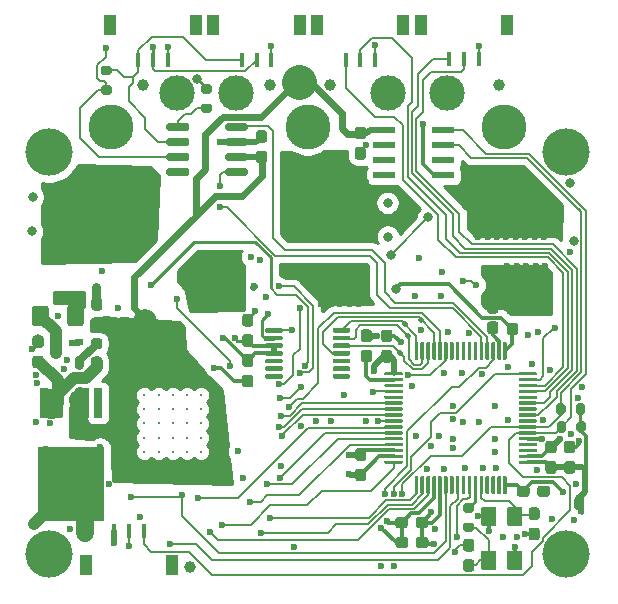
<source format=gbr>
%TF.GenerationSoftware,KiCad,Pcbnew,(5.1.8-0-10_14)*%
%TF.CreationDate,2021-05-13T19:53:47+02:00*%
%TF.ProjectId,Nauthiluscontroller,4e617574-6869-46c7-9573-636f6e74726f,rev?*%
%TF.SameCoordinates,Original*%
%TF.FileFunction,Copper,L4,Bot*%
%TF.FilePolarity,Positive*%
%FSLAX46Y46*%
G04 Gerber Fmt 4.6, Leading zero omitted, Abs format (unit mm)*
G04 Created by KiCad (PCBNEW (5.1.8-0-10_14)) date 2021-05-13 19:53:47*
%MOMM*%
%LPD*%
G01*
G04 APERTURE LIST*
%TA.AperFunction,ComponentPad*%
%ADD10C,0.300000*%
%TD*%
%TA.AperFunction,ComponentPad*%
%ADD11C,4.000000*%
%TD*%
%TA.AperFunction,SMDPad,CuDef*%
%ADD12R,5.570000X6.230000*%
%TD*%
%TA.AperFunction,SMDPad,CuDef*%
%ADD13R,0.790000X2.520000*%
%TD*%
%TA.AperFunction,ComponentPad*%
%ADD14C,3.000000*%
%TD*%
%TA.AperFunction,ComponentPad*%
%ADD15C,1.000000*%
%TD*%
%TA.AperFunction,SMDPad,CuDef*%
%ADD16R,0.350000X1.200000*%
%TD*%
%TA.AperFunction,SMDPad,CuDef*%
%ADD17R,1.100000X1.800000*%
%TD*%
%TA.AperFunction,ConnectorPad*%
%ADD18C,3.800000*%
%TD*%
%TA.AperFunction,ComponentPad*%
%ADD19C,2.600000*%
%TD*%
%TA.AperFunction,SMDPad,CuDef*%
%ADD20R,0.700000X0.600000*%
%TD*%
%TA.AperFunction,SMDPad,CuDef*%
%ADD21R,1.981200X0.558800*%
%TD*%
%TA.AperFunction,SMDPad,CuDef*%
%ADD22C,0.500000*%
%TD*%
%TA.AperFunction,ViaPad*%
%ADD23C,0.600000*%
%TD*%
%TA.AperFunction,ViaPad*%
%ADD24C,0.800000*%
%TD*%
%TA.AperFunction,Conductor*%
%ADD25C,0.300000*%
%TD*%
%TA.AperFunction,Conductor*%
%ADD26C,0.250000*%
%TD*%
%TA.AperFunction,Conductor*%
%ADD27C,0.900000*%
%TD*%
%TA.AperFunction,Conductor*%
%ADD28C,1.000000*%
%TD*%
%TA.AperFunction,Conductor*%
%ADD29C,0.200000*%
%TD*%
%TA.AperFunction,Conductor*%
%ADD30C,0.800000*%
%TD*%
%TA.AperFunction,Conductor*%
%ADD31C,0.700000*%
%TD*%
%TA.AperFunction,Conductor*%
%ADD32C,3.000000*%
%TD*%
%TA.AperFunction,Conductor*%
%ADD33C,0.600000*%
%TD*%
%TA.AperFunction,Conductor*%
%ADD34C,0.500000*%
%TD*%
%TA.AperFunction,Conductor*%
%ADD35C,0.350000*%
%TD*%
%TA.AperFunction,Conductor*%
%ADD36C,2.000000*%
%TD*%
%TA.AperFunction,Conductor*%
%ADD37C,1.500000*%
%TD*%
%TA.AperFunction,Conductor*%
%ADD38C,0.254000*%
%TD*%
%TA.AperFunction,Conductor*%
%ADD39C,0.100000*%
%TD*%
G04 APERTURE END LIST*
%TO.P,C39,1*%
%TO.N,+3V3*%
%TA.AperFunction,SMDPad,CuDef*%
G36*
G01*
X135207500Y-99150000D02*
X134732500Y-99150000D01*
G75*
G02*
X134495000Y-98912500I0J237500D01*
G01*
X134495000Y-98312500D01*
G75*
G02*
X134732500Y-98075000I237500J0D01*
G01*
X135207500Y-98075000D01*
G75*
G02*
X135445000Y-98312500I0J-237500D01*
G01*
X135445000Y-98912500D01*
G75*
G02*
X135207500Y-99150000I-237500J0D01*
G01*
G37*
%TD.AperFunction*%
%TO.P,C39,2*%
%TO.N,GND*%
%TA.AperFunction,SMDPad,CuDef*%
G36*
G01*
X135207500Y-97425000D02*
X134732500Y-97425000D01*
G75*
G02*
X134495000Y-97187500I0J237500D01*
G01*
X134495000Y-96587500D01*
G75*
G02*
X134732500Y-96350000I237500J0D01*
G01*
X135207500Y-96350000D01*
G75*
G02*
X135445000Y-96587500I0J-237500D01*
G01*
X135445000Y-97187500D01*
G75*
G02*
X135207500Y-97425000I-237500J0D01*
G01*
G37*
%TD.AperFunction*%
%TD*%
%TO.P,C9,1*%
%TO.N,GND*%
%TA.AperFunction,SMDPad,CuDef*%
G36*
G01*
X157142500Y-95360000D02*
X157617500Y-95360000D01*
G75*
G02*
X157855000Y-95597500I0J-237500D01*
G01*
X157855000Y-96197500D01*
G75*
G02*
X157617500Y-96435000I-237500J0D01*
G01*
X157142500Y-96435000D01*
G75*
G02*
X156905000Y-96197500I0J237500D01*
G01*
X156905000Y-95597500D01*
G75*
G02*
X157142500Y-95360000I237500J0D01*
G01*
G37*
%TD.AperFunction*%
%TO.P,C9,2*%
%TO.N,+3V3*%
%TA.AperFunction,SMDPad,CuDef*%
G36*
G01*
X157142500Y-97085000D02*
X157617500Y-97085000D01*
G75*
G02*
X157855000Y-97322500I0J-237500D01*
G01*
X157855000Y-97922500D01*
G75*
G02*
X157617500Y-98160000I-237500J0D01*
G01*
X157142500Y-98160000D01*
G75*
G02*
X156905000Y-97922500I0J237500D01*
G01*
X156905000Y-97322500D01*
G75*
G02*
X157142500Y-97085000I237500J0D01*
G01*
G37*
%TD.AperFunction*%
%TD*%
D10*
%TO.P,U11,49.25*%
%TO.N,N/C*%
X131023000Y-103222000D03*
%TO.P,U11,49.24*%
X131023000Y-104422000D03*
%TO.P,U11,49.23*%
X131023000Y-105622000D03*
%TO.P,U11,49.22*%
X131023000Y-106822000D03*
%TO.P,U11,49.21*%
X131023000Y-108022000D03*
%TO.P,U11,49.20*%
X129823000Y-103222000D03*
%TO.P,U11,49.19*%
X129823000Y-104422000D03*
%TO.P,U11,49.18*%
X129823000Y-105622000D03*
%TO.P,U11,49.17*%
X129823000Y-106822000D03*
%TO.P,U11,49.16*%
X129823000Y-108022000D03*
%TO.P,U11,49.15*%
X128623000Y-103222000D03*
%TO.P,U11,49.14*%
X128623000Y-104422000D03*
%TO.P,U11,49.13*%
X128623000Y-105622000D03*
%TO.P,U11,49.12*%
X128623000Y-106822000D03*
%TO.P,U11,49.11*%
X128623000Y-108022000D03*
%TO.P,U11,49.10*%
X127423000Y-103222000D03*
%TO.P,U11,49.9*%
X127423000Y-104422000D03*
%TO.P,U11,49.8*%
X127423000Y-105622000D03*
%TO.P,U11,49.7*%
X127423000Y-106822000D03*
%TO.P,U11,49.6*%
X127423000Y-108022000D03*
%TO.P,U11,49.5*%
X126223000Y-103222000D03*
%TO.P,U11,49.4*%
X126223000Y-104422000D03*
%TO.P,U11,49.3*%
X126223000Y-105622000D03*
%TO.P,U11,49.2*%
X126223000Y-106822000D03*
%TO.P,U11,49.1*%
X126223000Y-108022000D03*
%TD*%
%TO.P,C7,2*%
%TO.N,+3V3*%
%TA.AperFunction,SMDPad,CuDef*%
G36*
G01*
X160412500Y-108814000D02*
X160887500Y-108814000D01*
G75*
G02*
X161125000Y-109051500I0J-237500D01*
G01*
X161125000Y-109651500D01*
G75*
G02*
X160887500Y-109889000I-237500J0D01*
G01*
X160412500Y-109889000D01*
G75*
G02*
X160175000Y-109651500I0J237500D01*
G01*
X160175000Y-109051500D01*
G75*
G02*
X160412500Y-108814000I237500J0D01*
G01*
G37*
%TD.AperFunction*%
%TO.P,C7,1*%
%TO.N,GND*%
%TA.AperFunction,SMDPad,CuDef*%
G36*
G01*
X160412500Y-107089000D02*
X160887500Y-107089000D01*
G75*
G02*
X161125000Y-107326500I0J-237500D01*
G01*
X161125000Y-107926500D01*
G75*
G02*
X160887500Y-108164000I-237500J0D01*
G01*
X160412500Y-108164000D01*
G75*
G02*
X160175000Y-107926500I0J237500D01*
G01*
X160175000Y-107326500D01*
G75*
G02*
X160412500Y-107089000I237500J0D01*
G01*
G37*
%TD.AperFunction*%
%TD*%
D11*
%TO.P,H4,1*%
%TO.N,N/C*%
X161927359Y-116680000D03*
%TD*%
%TO.P,U14,1*%
%TO.N,CAN_TX*%
%TA.AperFunction,SMDPad,CuDef*%
G36*
G01*
X134990000Y-80375000D02*
X134990000Y-80675000D01*
G75*
G02*
X134840000Y-80825000I-150000J0D01*
G01*
X133190000Y-80825000D01*
G75*
G02*
X133040000Y-80675000I0J150000D01*
G01*
X133040000Y-80375000D01*
G75*
G02*
X133190000Y-80225000I150000J0D01*
G01*
X134840000Y-80225000D01*
G75*
G02*
X134990000Y-80375000I0J-150000D01*
G01*
G37*
%TD.AperFunction*%
%TO.P,U14,2*%
%TO.N,GND*%
%TA.AperFunction,SMDPad,CuDef*%
G36*
G01*
X134990000Y-81645000D02*
X134990000Y-81945000D01*
G75*
G02*
X134840000Y-82095000I-150000J0D01*
G01*
X133190000Y-82095000D01*
G75*
G02*
X133040000Y-81945000I0J150000D01*
G01*
X133040000Y-81645000D01*
G75*
G02*
X133190000Y-81495000I150000J0D01*
G01*
X134840000Y-81495000D01*
G75*
G02*
X134990000Y-81645000I0J-150000D01*
G01*
G37*
%TD.AperFunction*%
%TO.P,U14,3*%
%TO.N,+3V3*%
%TA.AperFunction,SMDPad,CuDef*%
G36*
G01*
X134990000Y-82915000D02*
X134990000Y-83215000D01*
G75*
G02*
X134840000Y-83365000I-150000J0D01*
G01*
X133190000Y-83365000D01*
G75*
G02*
X133040000Y-83215000I0J150000D01*
G01*
X133040000Y-82915000D01*
G75*
G02*
X133190000Y-82765000I150000J0D01*
G01*
X134840000Y-82765000D01*
G75*
G02*
X134990000Y-82915000I0J-150000D01*
G01*
G37*
%TD.AperFunction*%
%TO.P,U14,4*%
%TO.N,CAN_RX*%
%TA.AperFunction,SMDPad,CuDef*%
G36*
G01*
X134990000Y-84185000D02*
X134990000Y-84485000D01*
G75*
G02*
X134840000Y-84635000I-150000J0D01*
G01*
X133190000Y-84635000D01*
G75*
G02*
X133040000Y-84485000I0J150000D01*
G01*
X133040000Y-84185000D01*
G75*
G02*
X133190000Y-84035000I150000J0D01*
G01*
X134840000Y-84035000D01*
G75*
G02*
X134990000Y-84185000I0J-150000D01*
G01*
G37*
%TD.AperFunction*%
%TO.P,U14,5*%
%TO.N,N/C*%
%TA.AperFunction,SMDPad,CuDef*%
G36*
G01*
X130040000Y-84185000D02*
X130040000Y-84485000D01*
G75*
G02*
X129890000Y-84635000I-150000J0D01*
G01*
X128240000Y-84635000D01*
G75*
G02*
X128090000Y-84485000I0J150000D01*
G01*
X128090000Y-84185000D01*
G75*
G02*
X128240000Y-84035000I150000J0D01*
G01*
X129890000Y-84035000D01*
G75*
G02*
X130040000Y-84185000I0J-150000D01*
G01*
G37*
%TD.AperFunction*%
%TO.P,U14,6*%
%TO.N,CAN_L*%
%TA.AperFunction,SMDPad,CuDef*%
G36*
G01*
X130040000Y-82915000D02*
X130040000Y-83215000D01*
G75*
G02*
X129890000Y-83365000I-150000J0D01*
G01*
X128240000Y-83365000D01*
G75*
G02*
X128090000Y-83215000I0J150000D01*
G01*
X128090000Y-82915000D01*
G75*
G02*
X128240000Y-82765000I150000J0D01*
G01*
X129890000Y-82765000D01*
G75*
G02*
X130040000Y-82915000I0J-150000D01*
G01*
G37*
%TD.AperFunction*%
%TO.P,U14,7*%
%TO.N,CAN_H*%
%TA.AperFunction,SMDPad,CuDef*%
G36*
G01*
X130040000Y-81645000D02*
X130040000Y-81945000D01*
G75*
G02*
X129890000Y-82095000I-150000J0D01*
G01*
X128240000Y-82095000D01*
G75*
G02*
X128090000Y-81945000I0J150000D01*
G01*
X128090000Y-81645000D01*
G75*
G02*
X128240000Y-81495000I150000J0D01*
G01*
X129890000Y-81495000D01*
G75*
G02*
X130040000Y-81645000I0J-150000D01*
G01*
G37*
%TD.AperFunction*%
%TO.P,U14,8*%
%TO.N,Net-(R29-Pad1)*%
%TA.AperFunction,SMDPad,CuDef*%
G36*
G01*
X130040000Y-80375000D02*
X130040000Y-80675000D01*
G75*
G02*
X129890000Y-80825000I-150000J0D01*
G01*
X128240000Y-80825000D01*
G75*
G02*
X128090000Y-80675000I0J150000D01*
G01*
X128090000Y-80375000D01*
G75*
G02*
X128240000Y-80225000I150000J0D01*
G01*
X129890000Y-80225000D01*
G75*
G02*
X130040000Y-80375000I0J-150000D01*
G01*
G37*
%TD.AperFunction*%
%TD*%
%TO.P,C47,2*%
%TO.N,+3V3*%
%TA.AperFunction,SMDPad,CuDef*%
G36*
G01*
X135902500Y-82527500D02*
X136377500Y-82527500D01*
G75*
G02*
X136615000Y-82765000I0J-237500D01*
G01*
X136615000Y-83365000D01*
G75*
G02*
X136377500Y-83602500I-237500J0D01*
G01*
X135902500Y-83602500D01*
G75*
G02*
X135665000Y-83365000I0J237500D01*
G01*
X135665000Y-82765000D01*
G75*
G02*
X135902500Y-82527500I237500J0D01*
G01*
G37*
%TD.AperFunction*%
%TO.P,C47,1*%
%TO.N,GND*%
%TA.AperFunction,SMDPad,CuDef*%
G36*
G01*
X135902500Y-80802500D02*
X136377500Y-80802500D01*
G75*
G02*
X136615000Y-81040000I0J-237500D01*
G01*
X136615000Y-81640000D01*
G75*
G02*
X136377500Y-81877500I-237500J0D01*
G01*
X135902500Y-81877500D01*
G75*
G02*
X135665000Y-81640000I0J237500D01*
G01*
X135665000Y-81040000D01*
G75*
G02*
X135902500Y-80802500I237500J0D01*
G01*
G37*
%TD.AperFunction*%
%TD*%
D12*
%TO.P,U4,3*%
%TO.N,GND*%
X120030000Y-110715000D03*
D13*
%TO.P,U4,5*%
%TO.N,N/C*%
X122310000Y-103895000D03*
%TO.P,U4,4*%
%TO.N,+3V3*%
X121170000Y-103895000D03*
%TO.P,U4,2*%
%TO.N,Net-(C13-Pad2)*%
X118890000Y-103895000D03*
%TO.P,U4,1*%
X117750000Y-103895000D03*
%TD*%
D14*
%TO.P,J7,2*%
%TO.N,+24V*%
X134000000Y-77620000D03*
%TO.P,J7,1*%
%TO.N,GND*%
X129000000Y-77620000D03*
%TD*%
D15*
%TO.P,U7,1*%
%TO.N,+3V3*%
X139340000Y-76690000D03*
%TD*%
%TO.P,U17,1*%
%TO.N,+24V*%
X136870000Y-76950000D03*
%TD*%
D16*
%TO.P,J3,1*%
%TO.N,CAN_H*%
X134470000Y-74810000D03*
%TO.P,J3,2*%
%TO.N,CAN_L*%
X135720000Y-74810000D03*
%TO.P,J3,3*%
%TO.N,GND*%
X136970000Y-74810000D03*
D17*
%TO.P,J3,*%
%TO.N,*%
X132070000Y-71910000D03*
X139370000Y-71910000D03*
%TD*%
D18*
%TO.P,U18,1*%
%TO.N,SHC*%
X156697360Y-80500000D03*
D19*
X156697360Y-80500000D03*
%TD*%
%TO.P,C30,2*%
%TO.N,GND*%
%TA.AperFunction,SMDPad,CuDef*%
G36*
G01*
X144272500Y-82215000D02*
X144747500Y-82215000D01*
G75*
G02*
X144985000Y-82452500I0J-237500D01*
G01*
X144985000Y-83052500D01*
G75*
G02*
X144747500Y-83290000I-237500J0D01*
G01*
X144272500Y-83290000D01*
G75*
G02*
X144035000Y-83052500I0J237500D01*
G01*
X144035000Y-82452500D01*
G75*
G02*
X144272500Y-82215000I237500J0D01*
G01*
G37*
%TD.AperFunction*%
%TO.P,C30,1*%
%TO.N,+3V3*%
%TA.AperFunction,SMDPad,CuDef*%
G36*
G01*
X144272500Y-80490000D02*
X144747500Y-80490000D01*
G75*
G02*
X144985000Y-80727500I0J-237500D01*
G01*
X144985000Y-81327500D01*
G75*
G02*
X144747500Y-81565000I-237500J0D01*
G01*
X144272500Y-81565000D01*
G75*
G02*
X144035000Y-81327500I0J237500D01*
G01*
X144035000Y-80727500D01*
G75*
G02*
X144272500Y-80490000I237500J0D01*
G01*
G37*
%TD.AperFunction*%
%TD*%
D16*
%TO.P,J1,1*%
%TO.N,DIR*%
X152020000Y-74780000D03*
%TO.P,J1,2*%
%TO.N,STEP*%
X153270000Y-74780000D03*
%TO.P,J1,3*%
%TO.N,GND*%
X154520000Y-74780000D03*
D17*
%TO.P,J1,*%
%TO.N,*%
X149620000Y-71910000D03*
X156920000Y-71880000D03*
%TD*%
%TO.P,C15,1*%
%TO.N,GND*%
%TA.AperFunction,SMDPad,CuDef*%
G36*
G01*
X159457500Y-115520000D02*
X158982500Y-115520000D01*
G75*
G02*
X158745000Y-115282500I0J237500D01*
G01*
X158745000Y-114682500D01*
G75*
G02*
X158982500Y-114445000I237500J0D01*
G01*
X159457500Y-114445000D01*
G75*
G02*
X159695000Y-114682500I0J-237500D01*
G01*
X159695000Y-115282500D01*
G75*
G02*
X159457500Y-115520000I-237500J0D01*
G01*
G37*
%TD.AperFunction*%
%TO.P,C15,2*%
%TO.N,HSE_IN*%
%TA.AperFunction,SMDPad,CuDef*%
G36*
G01*
X159457500Y-113795000D02*
X158982500Y-113795000D01*
G75*
G02*
X158745000Y-113557500I0J237500D01*
G01*
X158745000Y-112957500D01*
G75*
G02*
X158982500Y-112720000I237500J0D01*
G01*
X159457500Y-112720000D01*
G75*
G02*
X159695000Y-112957500I0J-237500D01*
G01*
X159695000Y-113557500D01*
G75*
G02*
X159457500Y-113795000I-237500J0D01*
G01*
G37*
%TD.AperFunction*%
%TD*%
%TO.P,R13,2*%
%TO.N,Net-(C16-Pad2)*%
%TA.AperFunction,SMDPad,CuDef*%
G36*
G01*
X153395000Y-114025000D02*
X153945000Y-114025000D01*
G75*
G02*
X154145000Y-114225000I0J-200000D01*
G01*
X154145000Y-114625000D01*
G75*
G02*
X153945000Y-114825000I-200000J0D01*
G01*
X153395000Y-114825000D01*
G75*
G02*
X153195000Y-114625000I0J200000D01*
G01*
X153195000Y-114225000D01*
G75*
G02*
X153395000Y-114025000I200000J0D01*
G01*
G37*
%TD.AperFunction*%
%TO.P,R13,1*%
%TO.N,HSE_OUT*%
%TA.AperFunction,SMDPad,CuDef*%
G36*
G01*
X153395000Y-112375000D02*
X153945000Y-112375000D01*
G75*
G02*
X154145000Y-112575000I0J-200000D01*
G01*
X154145000Y-112975000D01*
G75*
G02*
X153945000Y-113175000I-200000J0D01*
G01*
X153395000Y-113175000D01*
G75*
G02*
X153195000Y-112975000I0J200000D01*
G01*
X153195000Y-112575000D01*
G75*
G02*
X153395000Y-112375000I200000J0D01*
G01*
G37*
%TD.AperFunction*%
%TD*%
D20*
%TO.P,Q1,3*%
%TO.N,Net-(F1-Pad1)*%
X118720000Y-99690000D03*
%TO.P,Q1,1*%
%TO.N,GND*%
X120720000Y-98740000D03*
%TO.P,Q1,2*%
%TO.N,Net-(FB1-Pad2)*%
X120720000Y-100640000D03*
%TD*%
%TO.P,U1,1*%
%TO.N,+3V3*%
%TA.AperFunction,SMDPad,CuDef*%
G36*
G01*
X156825000Y-111614000D02*
X156675000Y-111614000D01*
G75*
G02*
X156600000Y-111539000I0J75000D01*
G01*
X156600000Y-110139000D01*
G75*
G02*
X156675000Y-110064000I75000J0D01*
G01*
X156825000Y-110064000D01*
G75*
G02*
X156900000Y-110139000I0J-75000D01*
G01*
X156900000Y-111539000D01*
G75*
G02*
X156825000Y-111614000I-75000J0D01*
G01*
G37*
%TD.AperFunction*%
%TO.P,U1,2*%
%TO.N,N/C*%
%TA.AperFunction,SMDPad,CuDef*%
G36*
G01*
X156325000Y-111614000D02*
X156175000Y-111614000D01*
G75*
G02*
X156100000Y-111539000I0J75000D01*
G01*
X156100000Y-110139000D01*
G75*
G02*
X156175000Y-110064000I75000J0D01*
G01*
X156325000Y-110064000D01*
G75*
G02*
X156400000Y-110139000I0J-75000D01*
G01*
X156400000Y-111539000D01*
G75*
G02*
X156325000Y-111614000I-75000J0D01*
G01*
G37*
%TD.AperFunction*%
%TO.P,U1,3*%
%TA.AperFunction,SMDPad,CuDef*%
G36*
G01*
X155825000Y-111614000D02*
X155675000Y-111614000D01*
G75*
G02*
X155600000Y-111539000I0J75000D01*
G01*
X155600000Y-110139000D01*
G75*
G02*
X155675000Y-110064000I75000J0D01*
G01*
X155825000Y-110064000D01*
G75*
G02*
X155900000Y-110139000I0J-75000D01*
G01*
X155900000Y-111539000D01*
G75*
G02*
X155825000Y-111614000I-75000J0D01*
G01*
G37*
%TD.AperFunction*%
%TO.P,U1,4*%
%TA.AperFunction,SMDPad,CuDef*%
G36*
G01*
X155325000Y-111614000D02*
X155175000Y-111614000D01*
G75*
G02*
X155100000Y-111539000I0J75000D01*
G01*
X155100000Y-110139000D01*
G75*
G02*
X155175000Y-110064000I75000J0D01*
G01*
X155325000Y-110064000D01*
G75*
G02*
X155400000Y-110139000I0J-75000D01*
G01*
X155400000Y-111539000D01*
G75*
G02*
X155325000Y-111614000I-75000J0D01*
G01*
G37*
%TD.AperFunction*%
%TO.P,U1,5*%
%TO.N,HSE_IN*%
%TA.AperFunction,SMDPad,CuDef*%
G36*
G01*
X154825000Y-111614000D02*
X154675000Y-111614000D01*
G75*
G02*
X154600000Y-111539000I0J75000D01*
G01*
X154600000Y-110139000D01*
G75*
G02*
X154675000Y-110064000I75000J0D01*
G01*
X154825000Y-110064000D01*
G75*
G02*
X154900000Y-110139000I0J-75000D01*
G01*
X154900000Y-111539000D01*
G75*
G02*
X154825000Y-111614000I-75000J0D01*
G01*
G37*
%TD.AperFunction*%
%TO.P,U1,6*%
%TO.N,HSE_OUT*%
%TA.AperFunction,SMDPad,CuDef*%
G36*
G01*
X154325000Y-111614000D02*
X154175000Y-111614000D01*
G75*
G02*
X154100000Y-111539000I0J75000D01*
G01*
X154100000Y-110139000D01*
G75*
G02*
X154175000Y-110064000I75000J0D01*
G01*
X154325000Y-110064000D01*
G75*
G02*
X154400000Y-110139000I0J-75000D01*
G01*
X154400000Y-111539000D01*
G75*
G02*
X154325000Y-111614000I-75000J0D01*
G01*
G37*
%TD.AperFunction*%
%TO.P,U1,7*%
%TO.N,RESET*%
%TA.AperFunction,SMDPad,CuDef*%
G36*
G01*
X153825000Y-111614000D02*
X153675000Y-111614000D01*
G75*
G02*
X153600000Y-111539000I0J75000D01*
G01*
X153600000Y-110139000D01*
G75*
G02*
X153675000Y-110064000I75000J0D01*
G01*
X153825000Y-110064000D01*
G75*
G02*
X153900000Y-110139000I0J-75000D01*
G01*
X153900000Y-111539000D01*
G75*
G02*
X153825000Y-111614000I-75000J0D01*
G01*
G37*
%TD.AperFunction*%
%TO.P,U1,8*%
%TO.N,N/C*%
%TA.AperFunction,SMDPad,CuDef*%
G36*
G01*
X153325000Y-111614000D02*
X153175000Y-111614000D01*
G75*
G02*
X153100000Y-111539000I0J75000D01*
G01*
X153100000Y-110139000D01*
G75*
G02*
X153175000Y-110064000I75000J0D01*
G01*
X153325000Y-110064000D01*
G75*
G02*
X153400000Y-110139000I0J-75000D01*
G01*
X153400000Y-111539000D01*
G75*
G02*
X153325000Y-111614000I-75000J0D01*
G01*
G37*
%TD.AperFunction*%
%TO.P,U1,9*%
%TO.N,ENA_GATE*%
%TA.AperFunction,SMDPad,CuDef*%
G36*
G01*
X152825000Y-111614000D02*
X152675000Y-111614000D01*
G75*
G02*
X152600000Y-111539000I0J75000D01*
G01*
X152600000Y-110139000D01*
G75*
G02*
X152675000Y-110064000I75000J0D01*
G01*
X152825000Y-110064000D01*
G75*
G02*
X152900000Y-110139000I0J-75000D01*
G01*
X152900000Y-111539000D01*
G75*
G02*
X152825000Y-111614000I-75000J0D01*
G01*
G37*
%TD.AperFunction*%
%TO.P,U1,10*%
%TO.N,N/C*%
%TA.AperFunction,SMDPad,CuDef*%
G36*
G01*
X152325000Y-111614000D02*
X152175000Y-111614000D01*
G75*
G02*
X152100000Y-111539000I0J75000D01*
G01*
X152100000Y-110139000D01*
G75*
G02*
X152175000Y-110064000I75000J0D01*
G01*
X152325000Y-110064000D01*
G75*
G02*
X152400000Y-110139000I0J-75000D01*
G01*
X152400000Y-111539000D01*
G75*
G02*
X152325000Y-111614000I-75000J0D01*
G01*
G37*
%TD.AperFunction*%
%TO.P,U1,11*%
%TO.N,nMFAULT*%
%TA.AperFunction,SMDPad,CuDef*%
G36*
G01*
X151825000Y-111614000D02*
X151675000Y-111614000D01*
G75*
G02*
X151600000Y-111539000I0J75000D01*
G01*
X151600000Y-110139000D01*
G75*
G02*
X151675000Y-110064000I75000J0D01*
G01*
X151825000Y-110064000D01*
G75*
G02*
X151900000Y-110139000I0J-75000D01*
G01*
X151900000Y-111539000D01*
G75*
G02*
X151825000Y-111614000I-75000J0D01*
G01*
G37*
%TD.AperFunction*%
%TO.P,U1,12*%
%TO.N,GND*%
%TA.AperFunction,SMDPad,CuDef*%
G36*
G01*
X151325000Y-111614000D02*
X151175000Y-111614000D01*
G75*
G02*
X151100000Y-111539000I0J75000D01*
G01*
X151100000Y-110139000D01*
G75*
G02*
X151175000Y-110064000I75000J0D01*
G01*
X151325000Y-110064000D01*
G75*
G02*
X151400000Y-110139000I0J-75000D01*
G01*
X151400000Y-111539000D01*
G75*
G02*
X151325000Y-111614000I-75000J0D01*
G01*
G37*
%TD.AperFunction*%
%TO.P,U1,13*%
%TO.N,+3V3*%
%TA.AperFunction,SMDPad,CuDef*%
G36*
G01*
X150825000Y-111614000D02*
X150675000Y-111614000D01*
G75*
G02*
X150600000Y-111539000I0J75000D01*
G01*
X150600000Y-110139000D01*
G75*
G02*
X150675000Y-110064000I75000J0D01*
G01*
X150825000Y-110064000D01*
G75*
G02*
X150900000Y-110139000I0J-75000D01*
G01*
X150900000Y-111539000D01*
G75*
G02*
X150825000Y-111614000I-75000J0D01*
G01*
G37*
%TD.AperFunction*%
%TO.P,U1,14*%
%TO.N,INL_B*%
%TA.AperFunction,SMDPad,CuDef*%
G36*
G01*
X150325000Y-111614000D02*
X150175000Y-111614000D01*
G75*
G02*
X150100000Y-111539000I0J75000D01*
G01*
X150100000Y-110139000D01*
G75*
G02*
X150175000Y-110064000I75000J0D01*
G01*
X150325000Y-110064000D01*
G75*
G02*
X150400000Y-110139000I0J-75000D01*
G01*
X150400000Y-111539000D01*
G75*
G02*
X150325000Y-111614000I-75000J0D01*
G01*
G37*
%TD.AperFunction*%
%TO.P,U1,15*%
%TO.N,INH_B*%
%TA.AperFunction,SMDPad,CuDef*%
G36*
G01*
X149825000Y-111614000D02*
X149675000Y-111614000D01*
G75*
G02*
X149600000Y-111539000I0J75000D01*
G01*
X149600000Y-110139000D01*
G75*
G02*
X149675000Y-110064000I75000J0D01*
G01*
X149825000Y-110064000D01*
G75*
G02*
X149900000Y-110139000I0J-75000D01*
G01*
X149900000Y-111539000D01*
G75*
G02*
X149825000Y-111614000I-75000J0D01*
G01*
G37*
%TD.AperFunction*%
%TO.P,U1,16*%
%TO.N,INL_C*%
%TA.AperFunction,SMDPad,CuDef*%
G36*
G01*
X149325000Y-111614000D02*
X149175000Y-111614000D01*
G75*
G02*
X149100000Y-111539000I0J75000D01*
G01*
X149100000Y-110139000D01*
G75*
G02*
X149175000Y-110064000I75000J0D01*
G01*
X149325000Y-110064000D01*
G75*
G02*
X149400000Y-110139000I0J-75000D01*
G01*
X149400000Y-111539000D01*
G75*
G02*
X149325000Y-111614000I-75000J0D01*
G01*
G37*
%TD.AperFunction*%
%TO.P,U1,17*%
%TO.N,INH_C*%
%TA.AperFunction,SMDPad,CuDef*%
G36*
G01*
X148025000Y-109064000D02*
X146625000Y-109064000D01*
G75*
G02*
X146550000Y-108989000I0J75000D01*
G01*
X146550000Y-108839000D01*
G75*
G02*
X146625000Y-108764000I75000J0D01*
G01*
X148025000Y-108764000D01*
G75*
G02*
X148100000Y-108839000I0J-75000D01*
G01*
X148100000Y-108989000D01*
G75*
G02*
X148025000Y-109064000I-75000J0D01*
G01*
G37*
%TD.AperFunction*%
%TO.P,U1,18*%
%TO.N,GND*%
%TA.AperFunction,SMDPad,CuDef*%
G36*
G01*
X148025000Y-108564000D02*
X146625000Y-108564000D01*
G75*
G02*
X146550000Y-108489000I0J75000D01*
G01*
X146550000Y-108339000D01*
G75*
G02*
X146625000Y-108264000I75000J0D01*
G01*
X148025000Y-108264000D01*
G75*
G02*
X148100000Y-108339000I0J-75000D01*
G01*
X148100000Y-108489000D01*
G75*
G02*
X148025000Y-108564000I-75000J0D01*
G01*
G37*
%TD.AperFunction*%
%TO.P,U1,19*%
%TO.N,+3V3*%
%TA.AperFunction,SMDPad,CuDef*%
G36*
G01*
X148025000Y-108064000D02*
X146625000Y-108064000D01*
G75*
G02*
X146550000Y-107989000I0J75000D01*
G01*
X146550000Y-107839000D01*
G75*
G02*
X146625000Y-107764000I75000J0D01*
G01*
X148025000Y-107764000D01*
G75*
G02*
X148100000Y-107839000I0J-75000D01*
G01*
X148100000Y-107989000D01*
G75*
G02*
X148025000Y-108064000I-75000J0D01*
G01*
G37*
%TD.AperFunction*%
%TO.P,U1,20*%
%TO.N,CS1_DRV*%
%TA.AperFunction,SMDPad,CuDef*%
G36*
G01*
X148025000Y-107564000D02*
X146625000Y-107564000D01*
G75*
G02*
X146550000Y-107489000I0J75000D01*
G01*
X146550000Y-107339000D01*
G75*
G02*
X146625000Y-107264000I75000J0D01*
G01*
X148025000Y-107264000D01*
G75*
G02*
X148100000Y-107339000I0J-75000D01*
G01*
X148100000Y-107489000D01*
G75*
G02*
X148025000Y-107564000I-75000J0D01*
G01*
G37*
%TD.AperFunction*%
%TO.P,U1,21*%
%TO.N,CLK1_DRV*%
%TA.AperFunction,SMDPad,CuDef*%
G36*
G01*
X148025000Y-107064000D02*
X146625000Y-107064000D01*
G75*
G02*
X146550000Y-106989000I0J75000D01*
G01*
X146550000Y-106839000D01*
G75*
G02*
X146625000Y-106764000I75000J0D01*
G01*
X148025000Y-106764000D01*
G75*
G02*
X148100000Y-106839000I0J-75000D01*
G01*
X148100000Y-106989000D01*
G75*
G02*
X148025000Y-107064000I-75000J0D01*
G01*
G37*
%TD.AperFunction*%
%TO.P,U1,22*%
%TO.N,MISO1_DRV*%
%TA.AperFunction,SMDPad,CuDef*%
G36*
G01*
X148025000Y-106564000D02*
X146625000Y-106564000D01*
G75*
G02*
X146550000Y-106489000I0J75000D01*
G01*
X146550000Y-106339000D01*
G75*
G02*
X146625000Y-106264000I75000J0D01*
G01*
X148025000Y-106264000D01*
G75*
G02*
X148100000Y-106339000I0J-75000D01*
G01*
X148100000Y-106489000D01*
G75*
G02*
X148025000Y-106564000I-75000J0D01*
G01*
G37*
%TD.AperFunction*%
%TO.P,U1,23*%
%TO.N,MOSI1_DRV*%
%TA.AperFunction,SMDPad,CuDef*%
G36*
G01*
X148025000Y-106064000D02*
X146625000Y-106064000D01*
G75*
G02*
X146550000Y-105989000I0J75000D01*
G01*
X146550000Y-105839000D01*
G75*
G02*
X146625000Y-105764000I75000J0D01*
G01*
X148025000Y-105764000D01*
G75*
G02*
X148100000Y-105839000I0J-75000D01*
G01*
X148100000Y-105989000D01*
G75*
G02*
X148025000Y-106064000I-75000J0D01*
G01*
G37*
%TD.AperFunction*%
%TO.P,U1,24*%
%TO.N,CONFIG_SW*%
%TA.AperFunction,SMDPad,CuDef*%
G36*
G01*
X148025000Y-105564000D02*
X146625000Y-105564000D01*
G75*
G02*
X146550000Y-105489000I0J75000D01*
G01*
X146550000Y-105339000D01*
G75*
G02*
X146625000Y-105264000I75000J0D01*
G01*
X148025000Y-105264000D01*
G75*
G02*
X148100000Y-105339000I0J-75000D01*
G01*
X148100000Y-105489000D01*
G75*
G02*
X148025000Y-105564000I-75000J0D01*
G01*
G37*
%TD.AperFunction*%
%TO.P,U1,25*%
%TO.N,SENSE_A*%
%TA.AperFunction,SMDPad,CuDef*%
G36*
G01*
X148025000Y-105064000D02*
X146625000Y-105064000D01*
G75*
G02*
X146550000Y-104989000I0J75000D01*
G01*
X146550000Y-104839000D01*
G75*
G02*
X146625000Y-104764000I75000J0D01*
G01*
X148025000Y-104764000D01*
G75*
G02*
X148100000Y-104839000I0J-75000D01*
G01*
X148100000Y-104989000D01*
G75*
G02*
X148025000Y-105064000I-75000J0D01*
G01*
G37*
%TD.AperFunction*%
%TO.P,U1,26*%
%TO.N,SENSE_B*%
%TA.AperFunction,SMDPad,CuDef*%
G36*
G01*
X148025000Y-104564000D02*
X146625000Y-104564000D01*
G75*
G02*
X146550000Y-104489000I0J75000D01*
G01*
X146550000Y-104339000D01*
G75*
G02*
X146625000Y-104264000I75000J0D01*
G01*
X148025000Y-104264000D01*
G75*
G02*
X148100000Y-104339000I0J-75000D01*
G01*
X148100000Y-104489000D01*
G75*
G02*
X148025000Y-104564000I-75000J0D01*
G01*
G37*
%TD.AperFunction*%
%TO.P,U1,27*%
%TO.N,SENSE_C*%
%TA.AperFunction,SMDPad,CuDef*%
G36*
G01*
X148025000Y-104064000D02*
X146625000Y-104064000D01*
G75*
G02*
X146550000Y-103989000I0J75000D01*
G01*
X146550000Y-103839000D01*
G75*
G02*
X146625000Y-103764000I75000J0D01*
G01*
X148025000Y-103764000D01*
G75*
G02*
X148100000Y-103839000I0J-75000D01*
G01*
X148100000Y-103989000D01*
G75*
G02*
X148025000Y-104064000I-75000J0D01*
G01*
G37*
%TD.AperFunction*%
%TO.P,U1,28*%
%TO.N,N/C*%
%TA.AperFunction,SMDPad,CuDef*%
G36*
G01*
X148025000Y-103564000D02*
X146625000Y-103564000D01*
G75*
G02*
X146550000Y-103489000I0J75000D01*
G01*
X146550000Y-103339000D01*
G75*
G02*
X146625000Y-103264000I75000J0D01*
G01*
X148025000Y-103264000D01*
G75*
G02*
X148100000Y-103339000I0J-75000D01*
G01*
X148100000Y-103489000D01*
G75*
G02*
X148025000Y-103564000I-75000J0D01*
G01*
G37*
%TD.AperFunction*%
%TO.P,U1,29*%
%TO.N,LOOP_PIN*%
%TA.AperFunction,SMDPad,CuDef*%
G36*
G01*
X148025000Y-103064000D02*
X146625000Y-103064000D01*
G75*
G02*
X146550000Y-102989000I0J75000D01*
G01*
X146550000Y-102839000D01*
G75*
G02*
X146625000Y-102764000I75000J0D01*
G01*
X148025000Y-102764000D01*
G75*
G02*
X148100000Y-102839000I0J-75000D01*
G01*
X148100000Y-102989000D01*
G75*
G02*
X148025000Y-103064000I-75000J0D01*
G01*
G37*
%TD.AperFunction*%
%TO.P,U1,30*%
%TO.N,N/C*%
%TA.AperFunction,SMDPad,CuDef*%
G36*
G01*
X148025000Y-102564000D02*
X146625000Y-102564000D01*
G75*
G02*
X146550000Y-102489000I0J75000D01*
G01*
X146550000Y-102339000D01*
G75*
G02*
X146625000Y-102264000I75000J0D01*
G01*
X148025000Y-102264000D01*
G75*
G02*
X148100000Y-102339000I0J-75000D01*
G01*
X148100000Y-102489000D01*
G75*
G02*
X148025000Y-102564000I-75000J0D01*
G01*
G37*
%TD.AperFunction*%
%TO.P,U1,31*%
%TO.N,Net-(C11-Pad2)*%
%TA.AperFunction,SMDPad,CuDef*%
G36*
G01*
X148025000Y-102064000D02*
X146625000Y-102064000D01*
G75*
G02*
X146550000Y-101989000I0J75000D01*
G01*
X146550000Y-101839000D01*
G75*
G02*
X146625000Y-101764000I75000J0D01*
G01*
X148025000Y-101764000D01*
G75*
G02*
X148100000Y-101839000I0J-75000D01*
G01*
X148100000Y-101989000D01*
G75*
G02*
X148025000Y-102064000I-75000J0D01*
G01*
G37*
%TD.AperFunction*%
%TO.P,U1,32*%
%TO.N,+3V3*%
%TA.AperFunction,SMDPad,CuDef*%
G36*
G01*
X148025000Y-101564000D02*
X146625000Y-101564000D01*
G75*
G02*
X146550000Y-101489000I0J75000D01*
G01*
X146550000Y-101339000D01*
G75*
G02*
X146625000Y-101264000I75000J0D01*
G01*
X148025000Y-101264000D01*
G75*
G02*
X148100000Y-101339000I0J-75000D01*
G01*
X148100000Y-101489000D01*
G75*
G02*
X148025000Y-101564000I-75000J0D01*
G01*
G37*
%TD.AperFunction*%
%TO.P,U1,33*%
%TO.N,CS2_ENC*%
%TA.AperFunction,SMDPad,CuDef*%
G36*
G01*
X149325000Y-100264000D02*
X149175000Y-100264000D01*
G75*
G02*
X149100000Y-100189000I0J75000D01*
G01*
X149100000Y-98789000D01*
G75*
G02*
X149175000Y-98714000I75000J0D01*
G01*
X149325000Y-98714000D01*
G75*
G02*
X149400000Y-98789000I0J-75000D01*
G01*
X149400000Y-100189000D01*
G75*
G02*
X149325000Y-100264000I-75000J0D01*
G01*
G37*
%TD.AperFunction*%
%TO.P,U1,34*%
%TO.N,CLK2_ENC*%
%TA.AperFunction,SMDPad,CuDef*%
G36*
G01*
X149825000Y-100264000D02*
X149675000Y-100264000D01*
G75*
G02*
X149600000Y-100189000I0J75000D01*
G01*
X149600000Y-98789000D01*
G75*
G02*
X149675000Y-98714000I75000J0D01*
G01*
X149825000Y-98714000D01*
G75*
G02*
X149900000Y-98789000I0J-75000D01*
G01*
X149900000Y-100189000D01*
G75*
G02*
X149825000Y-100264000I-75000J0D01*
G01*
G37*
%TD.AperFunction*%
%TO.P,U1,35*%
%TO.N,MISO2_ENC*%
%TA.AperFunction,SMDPad,CuDef*%
G36*
G01*
X150325000Y-100264000D02*
X150175000Y-100264000D01*
G75*
G02*
X150100000Y-100189000I0J75000D01*
G01*
X150100000Y-98789000D01*
G75*
G02*
X150175000Y-98714000I75000J0D01*
G01*
X150325000Y-98714000D01*
G75*
G02*
X150400000Y-98789000I0J-75000D01*
G01*
X150400000Y-100189000D01*
G75*
G02*
X150325000Y-100264000I-75000J0D01*
G01*
G37*
%TD.AperFunction*%
%TO.P,U1,36*%
%TO.N,MOSI2_ENC*%
%TA.AperFunction,SMDPad,CuDef*%
G36*
G01*
X150825000Y-100264000D02*
X150675000Y-100264000D01*
G75*
G02*
X150600000Y-100189000I0J75000D01*
G01*
X150600000Y-98789000D01*
G75*
G02*
X150675000Y-98714000I75000J0D01*
G01*
X150825000Y-98714000D01*
G75*
G02*
X150900000Y-98789000I0J-75000D01*
G01*
X150900000Y-100189000D01*
G75*
G02*
X150825000Y-100264000I-75000J0D01*
G01*
G37*
%TD.AperFunction*%
%TO.P,U1,37*%
%TO.N,INL_A*%
%TA.AperFunction,SMDPad,CuDef*%
G36*
G01*
X151325000Y-100264000D02*
X151175000Y-100264000D01*
G75*
G02*
X151100000Y-100189000I0J75000D01*
G01*
X151100000Y-98789000D01*
G75*
G02*
X151175000Y-98714000I75000J0D01*
G01*
X151325000Y-98714000D01*
G75*
G02*
X151400000Y-98789000I0J-75000D01*
G01*
X151400000Y-100189000D01*
G75*
G02*
X151325000Y-100264000I-75000J0D01*
G01*
G37*
%TD.AperFunction*%
%TO.P,U1,38*%
%TO.N,INH_A*%
%TA.AperFunction,SMDPad,CuDef*%
G36*
G01*
X151825000Y-100264000D02*
X151675000Y-100264000D01*
G75*
G02*
X151600000Y-100189000I0J75000D01*
G01*
X151600000Y-98789000D01*
G75*
G02*
X151675000Y-98714000I75000J0D01*
G01*
X151825000Y-98714000D01*
G75*
G02*
X151900000Y-98789000I0J-75000D01*
G01*
X151900000Y-100189000D01*
G75*
G02*
X151825000Y-100264000I-75000J0D01*
G01*
G37*
%TD.AperFunction*%
%TO.P,U1,39*%
%TO.N,N/C*%
%TA.AperFunction,SMDPad,CuDef*%
G36*
G01*
X152325000Y-100264000D02*
X152175000Y-100264000D01*
G75*
G02*
X152100000Y-100189000I0J75000D01*
G01*
X152100000Y-98789000D01*
G75*
G02*
X152175000Y-98714000I75000J0D01*
G01*
X152325000Y-98714000D01*
G75*
G02*
X152400000Y-98789000I0J-75000D01*
G01*
X152400000Y-100189000D01*
G75*
G02*
X152325000Y-100264000I-75000J0D01*
G01*
G37*
%TD.AperFunction*%
%TO.P,U1,40*%
%TA.AperFunction,SMDPad,CuDef*%
G36*
G01*
X152825000Y-100264000D02*
X152675000Y-100264000D01*
G75*
G02*
X152600000Y-100189000I0J75000D01*
G01*
X152600000Y-98789000D01*
G75*
G02*
X152675000Y-98714000I75000J0D01*
G01*
X152825000Y-98714000D01*
G75*
G02*
X152900000Y-98789000I0J-75000D01*
G01*
X152900000Y-100189000D01*
G75*
G02*
X152825000Y-100264000I-75000J0D01*
G01*
G37*
%TD.AperFunction*%
%TO.P,U1,41*%
%TA.AperFunction,SMDPad,CuDef*%
G36*
G01*
X153325000Y-100264000D02*
X153175000Y-100264000D01*
G75*
G02*
X153100000Y-100189000I0J75000D01*
G01*
X153100000Y-98789000D01*
G75*
G02*
X153175000Y-98714000I75000J0D01*
G01*
X153325000Y-98714000D01*
G75*
G02*
X153400000Y-98789000I0J-75000D01*
G01*
X153400000Y-100189000D01*
G75*
G02*
X153325000Y-100264000I-75000J0D01*
G01*
G37*
%TD.AperFunction*%
%TO.P,U1,42*%
%TA.AperFunction,SMDPad,CuDef*%
G36*
G01*
X153825000Y-100264000D02*
X153675000Y-100264000D01*
G75*
G02*
X153600000Y-100189000I0J75000D01*
G01*
X153600000Y-98789000D01*
G75*
G02*
X153675000Y-98714000I75000J0D01*
G01*
X153825000Y-98714000D01*
G75*
G02*
X153900000Y-98789000I0J-75000D01*
G01*
X153900000Y-100189000D01*
G75*
G02*
X153825000Y-100264000I-75000J0D01*
G01*
G37*
%TD.AperFunction*%
%TO.P,U1,43*%
%TA.AperFunction,SMDPad,CuDef*%
G36*
G01*
X154325000Y-100264000D02*
X154175000Y-100264000D01*
G75*
G02*
X154100000Y-100189000I0J75000D01*
G01*
X154100000Y-98789000D01*
G75*
G02*
X154175000Y-98714000I75000J0D01*
G01*
X154325000Y-98714000D01*
G75*
G02*
X154400000Y-98789000I0J-75000D01*
G01*
X154400000Y-100189000D01*
G75*
G02*
X154325000Y-100264000I-75000J0D01*
G01*
G37*
%TD.AperFunction*%
%TO.P,U1,44*%
%TO.N,CAN_RX*%
%TA.AperFunction,SMDPad,CuDef*%
G36*
G01*
X154825000Y-100264000D02*
X154675000Y-100264000D01*
G75*
G02*
X154600000Y-100189000I0J75000D01*
G01*
X154600000Y-98789000D01*
G75*
G02*
X154675000Y-98714000I75000J0D01*
G01*
X154825000Y-98714000D01*
G75*
G02*
X154900000Y-98789000I0J-75000D01*
G01*
X154900000Y-100189000D01*
G75*
G02*
X154825000Y-100264000I-75000J0D01*
G01*
G37*
%TD.AperFunction*%
%TO.P,U1,45*%
%TO.N,CAN_TX*%
%TA.AperFunction,SMDPad,CuDef*%
G36*
G01*
X155325000Y-100264000D02*
X155175000Y-100264000D01*
G75*
G02*
X155100000Y-100189000I0J75000D01*
G01*
X155100000Y-98789000D01*
G75*
G02*
X155175000Y-98714000I75000J0D01*
G01*
X155325000Y-98714000D01*
G75*
G02*
X155400000Y-98789000I0J-75000D01*
G01*
X155400000Y-100189000D01*
G75*
G02*
X155325000Y-100264000I-75000J0D01*
G01*
G37*
%TD.AperFunction*%
%TO.P,U1,46*%
%TO.N,SWDIO*%
%TA.AperFunction,SMDPad,CuDef*%
G36*
G01*
X155825000Y-100264000D02*
X155675000Y-100264000D01*
G75*
G02*
X155600000Y-100189000I0J75000D01*
G01*
X155600000Y-98789000D01*
G75*
G02*
X155675000Y-98714000I75000J0D01*
G01*
X155825000Y-98714000D01*
G75*
G02*
X155900000Y-98789000I0J-75000D01*
G01*
X155900000Y-100189000D01*
G75*
G02*
X155825000Y-100264000I-75000J0D01*
G01*
G37*
%TD.AperFunction*%
%TO.P,U1,47*%
%TO.N,Net-(C12-Pad2)*%
%TA.AperFunction,SMDPad,CuDef*%
G36*
G01*
X156325000Y-100264000D02*
X156175000Y-100264000D01*
G75*
G02*
X156100000Y-100189000I0J75000D01*
G01*
X156100000Y-98789000D01*
G75*
G02*
X156175000Y-98714000I75000J0D01*
G01*
X156325000Y-98714000D01*
G75*
G02*
X156400000Y-98789000I0J-75000D01*
G01*
X156400000Y-100189000D01*
G75*
G02*
X156325000Y-100264000I-75000J0D01*
G01*
G37*
%TD.AperFunction*%
%TO.P,U1,48*%
%TO.N,+3V3*%
%TA.AperFunction,SMDPad,CuDef*%
G36*
G01*
X156825000Y-100264000D02*
X156675000Y-100264000D01*
G75*
G02*
X156600000Y-100189000I0J75000D01*
G01*
X156600000Y-98789000D01*
G75*
G02*
X156675000Y-98714000I75000J0D01*
G01*
X156825000Y-98714000D01*
G75*
G02*
X156900000Y-98789000I0J-75000D01*
G01*
X156900000Y-100189000D01*
G75*
G02*
X156825000Y-100264000I-75000J0D01*
G01*
G37*
%TD.AperFunction*%
%TO.P,U1,49*%
%TO.N,SWCLK*%
%TA.AperFunction,SMDPad,CuDef*%
G36*
G01*
X159375000Y-101564000D02*
X157975000Y-101564000D01*
G75*
G02*
X157900000Y-101489000I0J75000D01*
G01*
X157900000Y-101339000D01*
G75*
G02*
X157975000Y-101264000I75000J0D01*
G01*
X159375000Y-101264000D01*
G75*
G02*
X159450000Y-101339000I0J-75000D01*
G01*
X159450000Y-101489000D01*
G75*
G02*
X159375000Y-101564000I-75000J0D01*
G01*
G37*
%TD.AperFunction*%
%TO.P,U1,50*%
%TO.N,BLUE_LED*%
%TA.AperFunction,SMDPad,CuDef*%
G36*
G01*
X159375000Y-102064000D02*
X157975000Y-102064000D01*
G75*
G02*
X157900000Y-101989000I0J75000D01*
G01*
X157900000Y-101839000D01*
G75*
G02*
X157975000Y-101764000I75000J0D01*
G01*
X159375000Y-101764000D01*
G75*
G02*
X159450000Y-101839000I0J-75000D01*
G01*
X159450000Y-101989000D01*
G75*
G02*
X159375000Y-102064000I-75000J0D01*
G01*
G37*
%TD.AperFunction*%
%TO.P,U1,51*%
%TO.N,USART4_TX*%
%TA.AperFunction,SMDPad,CuDef*%
G36*
G01*
X159375000Y-102564000D02*
X157975000Y-102564000D01*
G75*
G02*
X157900000Y-102489000I0J75000D01*
G01*
X157900000Y-102339000D01*
G75*
G02*
X157975000Y-102264000I75000J0D01*
G01*
X159375000Y-102264000D01*
G75*
G02*
X159450000Y-102339000I0J-75000D01*
G01*
X159450000Y-102489000D01*
G75*
G02*
X159375000Y-102564000I-75000J0D01*
G01*
G37*
%TD.AperFunction*%
%TO.P,U1,52*%
%TO.N,USART4_RX*%
%TA.AperFunction,SMDPad,CuDef*%
G36*
G01*
X159375000Y-103064000D02*
X157975000Y-103064000D01*
G75*
G02*
X157900000Y-102989000I0J75000D01*
G01*
X157900000Y-102839000D01*
G75*
G02*
X157975000Y-102764000I75000J0D01*
G01*
X159375000Y-102764000D01*
G75*
G02*
X159450000Y-102839000I0J-75000D01*
G01*
X159450000Y-102989000D01*
G75*
G02*
X159375000Y-103064000I-75000J0D01*
G01*
G37*
%TD.AperFunction*%
%TO.P,U1,53*%
%TO.N,N/C*%
%TA.AperFunction,SMDPad,CuDef*%
G36*
G01*
X159375000Y-103564000D02*
X157975000Y-103564000D01*
G75*
G02*
X157900000Y-103489000I0J75000D01*
G01*
X157900000Y-103339000D01*
G75*
G02*
X157975000Y-103264000I75000J0D01*
G01*
X159375000Y-103264000D01*
G75*
G02*
X159450000Y-103339000I0J-75000D01*
G01*
X159450000Y-103489000D01*
G75*
G02*
X159375000Y-103564000I-75000J0D01*
G01*
G37*
%TD.AperFunction*%
%TO.P,U1,54*%
%TO.N,DIR*%
%TA.AperFunction,SMDPad,CuDef*%
G36*
G01*
X159375000Y-104064000D02*
X157975000Y-104064000D01*
G75*
G02*
X157900000Y-103989000I0J75000D01*
G01*
X157900000Y-103839000D01*
G75*
G02*
X157975000Y-103764000I75000J0D01*
G01*
X159375000Y-103764000D01*
G75*
G02*
X159450000Y-103839000I0J-75000D01*
G01*
X159450000Y-103989000D01*
G75*
G02*
X159375000Y-104064000I-75000J0D01*
G01*
G37*
%TD.AperFunction*%
%TO.P,U1,55*%
%TO.N,N/C*%
%TA.AperFunction,SMDPad,CuDef*%
G36*
G01*
X159375000Y-104564000D02*
X157975000Y-104564000D01*
G75*
G02*
X157900000Y-104489000I0J75000D01*
G01*
X157900000Y-104339000D01*
G75*
G02*
X157975000Y-104264000I75000J0D01*
G01*
X159375000Y-104264000D01*
G75*
G02*
X159450000Y-104339000I0J-75000D01*
G01*
X159450000Y-104489000D01*
G75*
G02*
X159375000Y-104564000I-75000J0D01*
G01*
G37*
%TD.AperFunction*%
%TO.P,U1,56*%
%TO.N,STEP*%
%TA.AperFunction,SMDPad,CuDef*%
G36*
G01*
X159375000Y-105064000D02*
X157975000Y-105064000D01*
G75*
G02*
X157900000Y-104989000I0J75000D01*
G01*
X157900000Y-104839000D01*
G75*
G02*
X157975000Y-104764000I75000J0D01*
G01*
X159375000Y-104764000D01*
G75*
G02*
X159450000Y-104839000I0J-75000D01*
G01*
X159450000Y-104989000D01*
G75*
G02*
X159375000Y-105064000I-75000J0D01*
G01*
G37*
%TD.AperFunction*%
%TO.P,U1,57*%
%TO.N,N/C*%
%TA.AperFunction,SMDPad,CuDef*%
G36*
G01*
X159375000Y-105564000D02*
X157975000Y-105564000D01*
G75*
G02*
X157900000Y-105489000I0J75000D01*
G01*
X157900000Y-105339000D01*
G75*
G02*
X157975000Y-105264000I75000J0D01*
G01*
X159375000Y-105264000D01*
G75*
G02*
X159450000Y-105339000I0J-75000D01*
G01*
X159450000Y-105489000D01*
G75*
G02*
X159375000Y-105564000I-75000J0D01*
G01*
G37*
%TD.AperFunction*%
%TO.P,U1,58*%
%TO.N,I2C1_SCL*%
%TA.AperFunction,SMDPad,CuDef*%
G36*
G01*
X159375000Y-106064000D02*
X157975000Y-106064000D01*
G75*
G02*
X157900000Y-105989000I0J75000D01*
G01*
X157900000Y-105839000D01*
G75*
G02*
X157975000Y-105764000I75000J0D01*
G01*
X159375000Y-105764000D01*
G75*
G02*
X159450000Y-105839000I0J-75000D01*
G01*
X159450000Y-105989000D01*
G75*
G02*
X159375000Y-106064000I-75000J0D01*
G01*
G37*
%TD.AperFunction*%
%TO.P,U1,59*%
%TO.N,I2C1_SDA*%
%TA.AperFunction,SMDPad,CuDef*%
G36*
G01*
X159375000Y-106564000D02*
X157975000Y-106564000D01*
G75*
G02*
X157900000Y-106489000I0J75000D01*
G01*
X157900000Y-106339000D01*
G75*
G02*
X157975000Y-106264000I75000J0D01*
G01*
X159375000Y-106264000D01*
G75*
G02*
X159450000Y-106339000I0J-75000D01*
G01*
X159450000Y-106489000D01*
G75*
G02*
X159375000Y-106564000I-75000J0D01*
G01*
G37*
%TD.AperFunction*%
%TO.P,U1,60*%
%TO.N,GND*%
%TA.AperFunction,SMDPad,CuDef*%
G36*
G01*
X159375000Y-107064000D02*
X157975000Y-107064000D01*
G75*
G02*
X157900000Y-106989000I0J75000D01*
G01*
X157900000Y-106839000D01*
G75*
G02*
X157975000Y-106764000I75000J0D01*
G01*
X159375000Y-106764000D01*
G75*
G02*
X159450000Y-106839000I0J-75000D01*
G01*
X159450000Y-106989000D01*
G75*
G02*
X159375000Y-107064000I-75000J0D01*
G01*
G37*
%TD.AperFunction*%
%TO.P,U1,61*%
%TO.N,N/C*%
%TA.AperFunction,SMDPad,CuDef*%
G36*
G01*
X159375000Y-107564000D02*
X157975000Y-107564000D01*
G75*
G02*
X157900000Y-107489000I0J75000D01*
G01*
X157900000Y-107339000D01*
G75*
G02*
X157975000Y-107264000I75000J0D01*
G01*
X159375000Y-107264000D01*
G75*
G02*
X159450000Y-107339000I0J-75000D01*
G01*
X159450000Y-107489000D01*
G75*
G02*
X159375000Y-107564000I-75000J0D01*
G01*
G37*
%TD.AperFunction*%
%TO.P,U1,62*%
%TA.AperFunction,SMDPad,CuDef*%
G36*
G01*
X159375000Y-108064000D02*
X157975000Y-108064000D01*
G75*
G02*
X157900000Y-107989000I0J75000D01*
G01*
X157900000Y-107839000D01*
G75*
G02*
X157975000Y-107764000I75000J0D01*
G01*
X159375000Y-107764000D01*
G75*
G02*
X159450000Y-107839000I0J-75000D01*
G01*
X159450000Y-107989000D01*
G75*
G02*
X159375000Y-108064000I-75000J0D01*
G01*
G37*
%TD.AperFunction*%
%TO.P,U1,63*%
%TO.N,GND*%
%TA.AperFunction,SMDPad,CuDef*%
G36*
G01*
X159375000Y-108564000D02*
X157975000Y-108564000D01*
G75*
G02*
X157900000Y-108489000I0J75000D01*
G01*
X157900000Y-108339000D01*
G75*
G02*
X157975000Y-108264000I75000J0D01*
G01*
X159375000Y-108264000D01*
G75*
G02*
X159450000Y-108339000I0J-75000D01*
G01*
X159450000Y-108489000D01*
G75*
G02*
X159375000Y-108564000I-75000J0D01*
G01*
G37*
%TD.AperFunction*%
%TO.P,U1,64*%
%TO.N,+3V3*%
%TA.AperFunction,SMDPad,CuDef*%
G36*
G01*
X159375000Y-109064000D02*
X157975000Y-109064000D01*
G75*
G02*
X157900000Y-108989000I0J75000D01*
G01*
X157900000Y-108839000D01*
G75*
G02*
X157975000Y-108764000I75000J0D01*
G01*
X159375000Y-108764000D01*
G75*
G02*
X159450000Y-108839000I0J-75000D01*
G01*
X159450000Y-108989000D01*
G75*
G02*
X159375000Y-109064000I-75000J0D01*
G01*
G37*
%TD.AperFunction*%
%TD*%
%TO.P,F1,1*%
%TO.N,Net-(F1-Pad1)*%
%TA.AperFunction,SMDPad,CuDef*%
G36*
G01*
X116695000Y-97140000D02*
X116695000Y-95890000D01*
G75*
G02*
X116945000Y-95640000I250000J0D01*
G01*
X117870000Y-95640000D01*
G75*
G02*
X118120000Y-95890000I0J-250000D01*
G01*
X118120000Y-97140000D01*
G75*
G02*
X117870000Y-97390000I-250000J0D01*
G01*
X116945000Y-97390000D01*
G75*
G02*
X116695000Y-97140000I0J250000D01*
G01*
G37*
%TD.AperFunction*%
%TO.P,F1,2*%
%TO.N,+24V*%
%TA.AperFunction,SMDPad,CuDef*%
G36*
G01*
X119670000Y-97140000D02*
X119670000Y-95890000D01*
G75*
G02*
X119920000Y-95640000I250000J0D01*
G01*
X120845000Y-95640000D01*
G75*
G02*
X121095000Y-95890000I0J-250000D01*
G01*
X121095000Y-97140000D01*
G75*
G02*
X120845000Y-97390000I-250000J0D01*
G01*
X119920000Y-97390000D01*
G75*
G02*
X119670000Y-97140000I0J250000D01*
G01*
G37*
%TD.AperFunction*%
%TD*%
D18*
%TO.P,U16,1*%
%TO.N,SHB*%
X140048680Y-80500000D03*
D19*
X140048680Y-80500000D03*
%TD*%
D14*
%TO.P,J6,1*%
%TO.N,GND*%
X146850000Y-77620000D03*
%TO.P,J6,2*%
%TO.N,+24V*%
X151850000Y-77620000D03*
%TD*%
%TO.P,C11,1*%
%TO.N,GND*%
%TA.AperFunction,SMDPad,CuDef*%
G36*
G01*
X144782500Y-97660000D02*
X145257500Y-97660000D01*
G75*
G02*
X145495000Y-97897500I0J-237500D01*
G01*
X145495000Y-98497500D01*
G75*
G02*
X145257500Y-98735000I-237500J0D01*
G01*
X144782500Y-98735000D01*
G75*
G02*
X144545000Y-98497500I0J237500D01*
G01*
X144545000Y-97897500D01*
G75*
G02*
X144782500Y-97660000I237500J0D01*
G01*
G37*
%TD.AperFunction*%
%TO.P,C11,2*%
%TO.N,Net-(C11-Pad2)*%
%TA.AperFunction,SMDPad,CuDef*%
G36*
G01*
X144782500Y-99385000D02*
X145257500Y-99385000D01*
G75*
G02*
X145495000Y-99622500I0J-237500D01*
G01*
X145495000Y-100222500D01*
G75*
G02*
X145257500Y-100460000I-237500J0D01*
G01*
X144782500Y-100460000D01*
G75*
G02*
X144545000Y-100222500I0J237500D01*
G01*
X144545000Y-99622500D01*
G75*
G02*
X144782500Y-99385000I237500J0D01*
G01*
G37*
%TD.AperFunction*%
%TD*%
%TO.P,C12,2*%
%TO.N,Net-(C12-Pad2)*%
%TA.AperFunction,SMDPad,CuDef*%
G36*
G01*
X155482500Y-96985000D02*
X155957500Y-96985000D01*
G75*
G02*
X156195000Y-97222500I0J-237500D01*
G01*
X156195000Y-97822500D01*
G75*
G02*
X155957500Y-98060000I-237500J0D01*
G01*
X155482500Y-98060000D01*
G75*
G02*
X155245000Y-97822500I0J237500D01*
G01*
X155245000Y-97222500D01*
G75*
G02*
X155482500Y-96985000I237500J0D01*
G01*
G37*
%TD.AperFunction*%
%TO.P,C12,1*%
%TO.N,GND*%
%TA.AperFunction,SMDPad,CuDef*%
G36*
G01*
X155482500Y-95260000D02*
X155957500Y-95260000D01*
G75*
G02*
X156195000Y-95497500I0J-237500D01*
G01*
X156195000Y-96097500D01*
G75*
G02*
X155957500Y-96335000I-237500J0D01*
G01*
X155482500Y-96335000D01*
G75*
G02*
X155245000Y-96097500I0J237500D01*
G01*
X155245000Y-95497500D01*
G75*
G02*
X155482500Y-95260000I237500J0D01*
G01*
G37*
%TD.AperFunction*%
%TD*%
%TO.P,C13,1*%
%TO.N,GND*%
%TA.AperFunction,SMDPad,CuDef*%
G36*
G01*
X116982500Y-98165000D02*
X117457500Y-98165000D01*
G75*
G02*
X117695000Y-98402500I0J-237500D01*
G01*
X117695000Y-99002500D01*
G75*
G02*
X117457500Y-99240000I-237500J0D01*
G01*
X116982500Y-99240000D01*
G75*
G02*
X116745000Y-99002500I0J237500D01*
G01*
X116745000Y-98402500D01*
G75*
G02*
X116982500Y-98165000I237500J0D01*
G01*
G37*
%TD.AperFunction*%
%TO.P,C13,2*%
%TO.N,Net-(C13-Pad2)*%
%TA.AperFunction,SMDPad,CuDef*%
G36*
G01*
X116982500Y-99890000D02*
X117457500Y-99890000D01*
G75*
G02*
X117695000Y-100127500I0J-237500D01*
G01*
X117695000Y-100727500D01*
G75*
G02*
X117457500Y-100965000I-237500J0D01*
G01*
X116982500Y-100965000D01*
G75*
G02*
X116745000Y-100727500I0J237500D01*
G01*
X116745000Y-100127500D01*
G75*
G02*
X116982500Y-99890000I237500J0D01*
G01*
G37*
%TD.AperFunction*%
%TD*%
%TO.P,C14,2*%
%TO.N,+3V3*%
%TA.AperFunction,SMDPad,CuDef*%
G36*
G01*
X121957500Y-96715000D02*
X122432500Y-96715000D01*
G75*
G02*
X122670000Y-96952500I0J-237500D01*
G01*
X122670000Y-97552500D01*
G75*
G02*
X122432500Y-97790000I-237500J0D01*
G01*
X121957500Y-97790000D01*
G75*
G02*
X121720000Y-97552500I0J237500D01*
G01*
X121720000Y-96952500D01*
G75*
G02*
X121957500Y-96715000I237500J0D01*
G01*
G37*
%TD.AperFunction*%
%TO.P,C14,1*%
%TO.N,GND*%
%TA.AperFunction,SMDPad,CuDef*%
G36*
G01*
X121957500Y-94990000D02*
X122432500Y-94990000D01*
G75*
G02*
X122670000Y-95227500I0J-237500D01*
G01*
X122670000Y-95827500D01*
G75*
G02*
X122432500Y-96065000I-237500J0D01*
G01*
X121957500Y-96065000D01*
G75*
G02*
X121720000Y-95827500I0J237500D01*
G01*
X121720000Y-95227500D01*
G75*
G02*
X121957500Y-94990000I237500J0D01*
G01*
G37*
%TD.AperFunction*%
%TD*%
%TO.P,C16,2*%
%TO.N,Net-(C16-Pad2)*%
%TA.AperFunction,SMDPad,CuDef*%
G36*
G01*
X153442500Y-117117500D02*
X153917500Y-117117500D01*
G75*
G02*
X154155000Y-117355000I0J-237500D01*
G01*
X154155000Y-117955000D01*
G75*
G02*
X153917500Y-118192500I-237500J0D01*
G01*
X153442500Y-118192500D01*
G75*
G02*
X153205000Y-117955000I0J237500D01*
G01*
X153205000Y-117355000D01*
G75*
G02*
X153442500Y-117117500I237500J0D01*
G01*
G37*
%TD.AperFunction*%
%TO.P,C16,1*%
%TO.N,GND*%
%TA.AperFunction,SMDPad,CuDef*%
G36*
G01*
X153442500Y-115392500D02*
X153917500Y-115392500D01*
G75*
G02*
X154155000Y-115630000I0J-237500D01*
G01*
X154155000Y-116230000D01*
G75*
G02*
X153917500Y-116467500I-237500J0D01*
G01*
X153442500Y-116467500D01*
G75*
G02*
X153205000Y-116230000I0J237500D01*
G01*
X153205000Y-115630000D01*
G75*
G02*
X153442500Y-115392500I237500J0D01*
G01*
G37*
%TD.AperFunction*%
%TD*%
%TO.P,FB1,1*%
%TO.N,Net-(C13-Pad2)*%
%TA.AperFunction,SMDPad,CuDef*%
G36*
G01*
X122420000Y-100865000D02*
X121920000Y-100865000D01*
G75*
G02*
X121695000Y-100640000I0J225000D01*
G01*
X121695000Y-100190000D01*
G75*
G02*
X121920000Y-99965000I225000J0D01*
G01*
X122420000Y-99965000D01*
G75*
G02*
X122645000Y-100190000I0J-225000D01*
G01*
X122645000Y-100640000D01*
G75*
G02*
X122420000Y-100865000I-225000J0D01*
G01*
G37*
%TD.AperFunction*%
%TO.P,FB1,2*%
%TO.N,Net-(FB1-Pad2)*%
%TA.AperFunction,SMDPad,CuDef*%
G36*
G01*
X122420000Y-99315000D02*
X121920000Y-99315000D01*
G75*
G02*
X121695000Y-99090000I0J225000D01*
G01*
X121695000Y-98640000D01*
G75*
G02*
X121920000Y-98415000I225000J0D01*
G01*
X122420000Y-98415000D01*
G75*
G02*
X122645000Y-98640000I0J-225000D01*
G01*
X122645000Y-99090000D01*
G75*
G02*
X122420000Y-99315000I-225000J0D01*
G01*
G37*
%TD.AperFunction*%
%TD*%
%TO.P,R12,1*%
%TO.N,I2C1_SDA*%
%TA.AperFunction,SMDPad,CuDef*%
G36*
G01*
X161144000Y-106193000D02*
X161144000Y-105643000D01*
G75*
G02*
X161344000Y-105443000I200000J0D01*
G01*
X161744000Y-105443000D01*
G75*
G02*
X161944000Y-105643000I0J-200000D01*
G01*
X161944000Y-106193000D01*
G75*
G02*
X161744000Y-106393000I-200000J0D01*
G01*
X161344000Y-106393000D01*
G75*
G02*
X161144000Y-106193000I0J200000D01*
G01*
G37*
%TD.AperFunction*%
%TO.P,R12,2*%
%TO.N,+3V3*%
%TA.AperFunction,SMDPad,CuDef*%
G36*
G01*
X162794000Y-106193000D02*
X162794000Y-105643000D01*
G75*
G02*
X162994000Y-105443000I200000J0D01*
G01*
X163394000Y-105443000D01*
G75*
G02*
X163594000Y-105643000I0J-200000D01*
G01*
X163594000Y-106193000D01*
G75*
G02*
X163394000Y-106393000I-200000J0D01*
G01*
X162994000Y-106393000D01*
G75*
G02*
X162794000Y-106193000I0J200000D01*
G01*
G37*
%TD.AperFunction*%
%TD*%
%TO.P,R14,2*%
%TO.N,I2C1_SCL*%
%TA.AperFunction,SMDPad,CuDef*%
G36*
G01*
X161881000Y-104119000D02*
X161881000Y-104669000D01*
G75*
G02*
X161681000Y-104869000I-200000J0D01*
G01*
X161281000Y-104869000D01*
G75*
G02*
X161081000Y-104669000I0J200000D01*
G01*
X161081000Y-104119000D01*
G75*
G02*
X161281000Y-103919000I200000J0D01*
G01*
X161681000Y-103919000D01*
G75*
G02*
X161881000Y-104119000I0J-200000D01*
G01*
G37*
%TD.AperFunction*%
%TO.P,R14,1*%
%TO.N,+3V3*%
%TA.AperFunction,SMDPad,CuDef*%
G36*
G01*
X163531000Y-104119000D02*
X163531000Y-104669000D01*
G75*
G02*
X163331000Y-104869000I-200000J0D01*
G01*
X162931000Y-104869000D01*
G75*
G02*
X162731000Y-104669000I0J200000D01*
G01*
X162731000Y-104119000D01*
G75*
G02*
X162931000Y-103919000I200000J0D01*
G01*
X163331000Y-103919000D01*
G75*
G02*
X163531000Y-104119000I0J-200000D01*
G01*
G37*
%TD.AperFunction*%
%TD*%
%TO.P,R29,1*%
%TO.N,Net-(R29-Pad1)*%
%TA.AperFunction,SMDPad,CuDef*%
G36*
G01*
X131765000Y-79340000D02*
X131215000Y-79340000D01*
G75*
G02*
X131015000Y-79140000I0J200000D01*
G01*
X131015000Y-78740000D01*
G75*
G02*
X131215000Y-78540000I200000J0D01*
G01*
X131765000Y-78540000D01*
G75*
G02*
X131965000Y-78740000I0J-200000D01*
G01*
X131965000Y-79140000D01*
G75*
G02*
X131765000Y-79340000I-200000J0D01*
G01*
G37*
%TD.AperFunction*%
%TO.P,R29,2*%
%TO.N,GND*%
%TA.AperFunction,SMDPad,CuDef*%
G36*
G01*
X131765000Y-77690000D02*
X131215000Y-77690000D01*
G75*
G02*
X131015000Y-77490000I0J200000D01*
G01*
X131015000Y-77090000D01*
G75*
G02*
X131215000Y-76890000I200000J0D01*
G01*
X131765000Y-76890000D01*
G75*
G02*
X131965000Y-77090000I0J-200000D01*
G01*
X131965000Y-77490000D01*
G75*
G02*
X131765000Y-77690000I-200000J0D01*
G01*
G37*
%TD.AperFunction*%
%TD*%
%TO.P,C1,1*%
%TO.N,GND*%
%TA.AperFunction,SMDPad,CuDef*%
G36*
G01*
X144777500Y-110522500D02*
X144302500Y-110522500D01*
G75*
G02*
X144065000Y-110285000I0J237500D01*
G01*
X144065000Y-109685000D01*
G75*
G02*
X144302500Y-109447500I237500J0D01*
G01*
X144777500Y-109447500D01*
G75*
G02*
X145015000Y-109685000I0J-237500D01*
G01*
X145015000Y-110285000D01*
G75*
G02*
X144777500Y-110522500I-237500J0D01*
G01*
G37*
%TD.AperFunction*%
%TO.P,C1,2*%
%TO.N,+3V3*%
%TA.AperFunction,SMDPad,CuDef*%
G36*
G01*
X144777500Y-108797500D02*
X144302500Y-108797500D01*
G75*
G02*
X144065000Y-108560000I0J237500D01*
G01*
X144065000Y-107960000D01*
G75*
G02*
X144302500Y-107722500I237500J0D01*
G01*
X144777500Y-107722500D01*
G75*
G02*
X145015000Y-107960000I0J-237500D01*
G01*
X145015000Y-108560000D01*
G75*
G02*
X144777500Y-108797500I-237500J0D01*
G01*
G37*
%TD.AperFunction*%
%TD*%
%TO.P,C3,2*%
%TO.N,+3V3*%
%TA.AperFunction,SMDPad,CuDef*%
G36*
G01*
X161987500Y-108801500D02*
X162462500Y-108801500D01*
G75*
G02*
X162700000Y-109039000I0J-237500D01*
G01*
X162700000Y-109639000D01*
G75*
G02*
X162462500Y-109876500I-237500J0D01*
G01*
X161987500Y-109876500D01*
G75*
G02*
X161750000Y-109639000I0J237500D01*
G01*
X161750000Y-109039000D01*
G75*
G02*
X161987500Y-108801500I237500J0D01*
G01*
G37*
%TD.AperFunction*%
%TO.P,C3,1*%
%TO.N,GND*%
%TA.AperFunction,SMDPad,CuDef*%
G36*
G01*
X161987500Y-107076500D02*
X162462500Y-107076500D01*
G75*
G02*
X162700000Y-107314000I0J-237500D01*
G01*
X162700000Y-107914000D01*
G75*
G02*
X162462500Y-108151500I-237500J0D01*
G01*
X161987500Y-108151500D01*
G75*
G02*
X161750000Y-107914000I0J237500D01*
G01*
X161750000Y-107314000D01*
G75*
G02*
X161987500Y-107076500I237500J0D01*
G01*
G37*
%TD.AperFunction*%
%TD*%
%TO.P,C5,2*%
%TO.N,+3V3*%
%TA.AperFunction,SMDPad,CuDef*%
G36*
G01*
X158837500Y-111126500D02*
X158837500Y-111601500D01*
G75*
G02*
X158600000Y-111839000I-237500J0D01*
G01*
X158000000Y-111839000D01*
G75*
G02*
X157762500Y-111601500I0J237500D01*
G01*
X157762500Y-111126500D01*
G75*
G02*
X158000000Y-110889000I237500J0D01*
G01*
X158600000Y-110889000D01*
G75*
G02*
X158837500Y-111126500I0J-237500D01*
G01*
G37*
%TD.AperFunction*%
%TO.P,C5,1*%
%TO.N,GND*%
%TA.AperFunction,SMDPad,CuDef*%
G36*
G01*
X160562500Y-111126500D02*
X160562500Y-111601500D01*
G75*
G02*
X160325000Y-111839000I-237500J0D01*
G01*
X159725000Y-111839000D01*
G75*
G02*
X159487500Y-111601500I0J237500D01*
G01*
X159487500Y-111126500D01*
G75*
G02*
X159725000Y-110889000I237500J0D01*
G01*
X160325000Y-110889000D01*
G75*
G02*
X160562500Y-111126500I0J-237500D01*
G01*
G37*
%TD.AperFunction*%
%TD*%
%TO.P,C10,1*%
%TO.N,GND*%
%TA.AperFunction,SMDPad,CuDef*%
G36*
G01*
X146502500Y-97670000D02*
X146977500Y-97670000D01*
G75*
G02*
X147215000Y-97907500I0J-237500D01*
G01*
X147215000Y-98507500D01*
G75*
G02*
X146977500Y-98745000I-237500J0D01*
G01*
X146502500Y-98745000D01*
G75*
G02*
X146265000Y-98507500I0J237500D01*
G01*
X146265000Y-97907500D01*
G75*
G02*
X146502500Y-97670000I237500J0D01*
G01*
G37*
%TD.AperFunction*%
%TO.P,C10,2*%
%TO.N,+3V3*%
%TA.AperFunction,SMDPad,CuDef*%
G36*
G01*
X146502500Y-99395000D02*
X146977500Y-99395000D01*
G75*
G02*
X147215000Y-99632500I0J-237500D01*
G01*
X147215000Y-100232500D01*
G75*
G02*
X146977500Y-100470000I-237500J0D01*
G01*
X146502500Y-100470000D01*
G75*
G02*
X146265000Y-100232500I0J237500D01*
G01*
X146265000Y-99632500D01*
G75*
G02*
X146502500Y-99395000I237500J0D01*
G01*
G37*
%TD.AperFunction*%
%TD*%
%TO.P,C37,1*%
%TO.N,+3V3*%
%TA.AperFunction,SMDPad,CuDef*%
G36*
G01*
X134732500Y-99770000D02*
X135207500Y-99770000D01*
G75*
G02*
X135445000Y-100007500I0J-237500D01*
G01*
X135445000Y-100607500D01*
G75*
G02*
X135207500Y-100845000I-237500J0D01*
G01*
X134732500Y-100845000D01*
G75*
G02*
X134495000Y-100607500I0J237500D01*
G01*
X134495000Y-100007500D01*
G75*
G02*
X134732500Y-99770000I237500J0D01*
G01*
G37*
%TD.AperFunction*%
%TO.P,C37,2*%
%TO.N,GND*%
%TA.AperFunction,SMDPad,CuDef*%
G36*
G01*
X134732500Y-101495000D02*
X135207500Y-101495000D01*
G75*
G02*
X135445000Y-101732500I0J-237500D01*
G01*
X135445000Y-102332500D01*
G75*
G02*
X135207500Y-102570000I-237500J0D01*
G01*
X134732500Y-102570000D01*
G75*
G02*
X134495000Y-102332500I0J237500D01*
G01*
X134495000Y-101732500D01*
G75*
G02*
X134732500Y-101495000I237500J0D01*
G01*
G37*
%TD.AperFunction*%
%TD*%
D19*
%TO.P,U12,1*%
%TO.N,SHA*%
X123400000Y-80500000D03*
D18*
X123400000Y-80500000D03*
%TD*%
%TO.P,R5,1*%
%TO.N,CAN_H*%
%TA.AperFunction,SMDPad,CuDef*%
G36*
G01*
X122725000Y-75340000D02*
X123275000Y-75340000D01*
G75*
G02*
X123475000Y-75540000I0J-200000D01*
G01*
X123475000Y-75940000D01*
G75*
G02*
X123275000Y-76140000I-200000J0D01*
G01*
X122725000Y-76140000D01*
G75*
G02*
X122525000Y-75940000I0J200000D01*
G01*
X122525000Y-75540000D01*
G75*
G02*
X122725000Y-75340000I200000J0D01*
G01*
G37*
%TD.AperFunction*%
%TO.P,R5,2*%
%TO.N,CAN_L*%
%TA.AperFunction,SMDPad,CuDef*%
G36*
G01*
X122725000Y-76990000D02*
X123275000Y-76990000D01*
G75*
G02*
X123475000Y-77190000I0J-200000D01*
G01*
X123475000Y-77590000D01*
G75*
G02*
X123275000Y-77790000I-200000J0D01*
G01*
X122725000Y-77790000D01*
G75*
G02*
X122525000Y-77590000I0J200000D01*
G01*
X122525000Y-77190000D01*
G75*
G02*
X122725000Y-76990000I200000J0D01*
G01*
G37*
%TD.AperFunction*%
%TD*%
D17*
%TO.P,J2,*%
%TO.N,*%
X148160000Y-71910000D03*
X140860000Y-71910000D03*
D16*
%TO.P,J2,3*%
%TO.N,GND*%
X145760000Y-74810000D03*
%TO.P,J2,2*%
%TO.N,USART4_RX*%
X144510000Y-74810000D03*
%TO.P,J2,1*%
%TO.N,USART4_TX*%
X143260000Y-74810000D03*
%TD*%
D17*
%TO.P,J4,*%
%TO.N,*%
X130610000Y-71910000D03*
X123310000Y-71910000D03*
D16*
%TO.P,J4,3*%
%TO.N,GND*%
X128210000Y-74810000D03*
%TO.P,J4,2*%
%TO.N,CAN_L*%
X126960000Y-74810000D03*
%TO.P,J4,1*%
%TO.N,CAN_H*%
X125710000Y-74810000D03*
%TD*%
%TO.P,J9,1*%
%TO.N,I2C1_SDA*%
X126150000Y-114730000D03*
%TO.P,J9,2*%
%TO.N,I2C1_SCL*%
X124900000Y-114730000D03*
%TO.P,J9,3*%
%TO.N,GND*%
X123650000Y-114730000D03*
D17*
%TO.P,J9,*%
%TO.N,*%
X128550000Y-117630000D03*
X121250000Y-117630000D03*
%TD*%
D15*
%TO.P,U15,1*%
%TO.N,GND*%
X126080000Y-76950000D03*
%TD*%
%TO.P,U19,1*%
%TO.N,GND*%
X141980000Y-76950000D03*
%TD*%
%TO.P,U20,1*%
%TO.N,+3V3*%
X130060000Y-117820000D03*
%TD*%
%TO.P,HSE1,4*%
%TO.N,GND*%
%TA.AperFunction,SMDPad,CuDef*%
G36*
G01*
X154815000Y-112710000D02*
X155945000Y-112710000D01*
G75*
G02*
X156005000Y-112770000I0J-60000D01*
G01*
X156005000Y-114250000D01*
G75*
G02*
X155945000Y-114310000I-60000J0D01*
G01*
X154815000Y-114310000D01*
G75*
G02*
X154755000Y-114250000I0J60000D01*
G01*
X154755000Y-112770000D01*
G75*
G02*
X154815000Y-112710000I60000J0D01*
G01*
G37*
%TD.AperFunction*%
%TO.P,HSE1,3*%
%TO.N,Net-(C16-Pad2)*%
%TA.AperFunction,SMDPad,CuDef*%
G36*
G01*
X154815000Y-116410000D02*
X155945000Y-116410000D01*
G75*
G02*
X156005000Y-116470000I0J-60000D01*
G01*
X156005000Y-117950000D01*
G75*
G02*
X155945000Y-118010000I-60000J0D01*
G01*
X154815000Y-118010000D01*
G75*
G02*
X154755000Y-117950000I0J60000D01*
G01*
X154755000Y-116470000D01*
G75*
G02*
X154815000Y-116410000I60000J0D01*
G01*
G37*
%TD.AperFunction*%
%TO.P,HSE1,1*%
%TO.N,HSE_IN*%
%TA.AperFunction,SMDPad,CuDef*%
G36*
G01*
X157015000Y-112710000D02*
X158145000Y-112710000D01*
G75*
G02*
X158205000Y-112770000I0J-60000D01*
G01*
X158205000Y-114250000D01*
G75*
G02*
X158145000Y-114310000I-60000J0D01*
G01*
X157015000Y-114310000D01*
G75*
G02*
X156955000Y-114250000I0J60000D01*
G01*
X156955000Y-112770000D01*
G75*
G02*
X157015000Y-112710000I60000J0D01*
G01*
G37*
%TD.AperFunction*%
%TO.P,HSE1,2*%
%TO.N,GND*%
%TA.AperFunction,SMDPad,CuDef*%
G36*
G01*
X157015000Y-116410000D02*
X158145000Y-116410000D01*
G75*
G02*
X158205000Y-116470000I0J-60000D01*
G01*
X158205000Y-117950000D01*
G75*
G02*
X158145000Y-118010000I-60000J0D01*
G01*
X157015000Y-118010000D01*
G75*
G02*
X156955000Y-117950000I0J60000D01*
G01*
X156955000Y-116470000D01*
G75*
G02*
X157015000Y-116410000I60000J0D01*
G01*
G37*
%TD.AperFunction*%
%TD*%
D21*
%TO.P,U8,8*%
%TO.N,+3V3*%
X146552400Y-80810000D03*
%TO.P,U8,7*%
%TO.N,N/C*%
X146552400Y-82080000D03*
%TO.P,U8,6*%
X146552400Y-83350000D03*
%TO.P,U8,5*%
X146552400Y-84620000D03*
%TO.P,U8,4*%
%TO.N,GND*%
X151480000Y-84620000D03*
%TO.P,U8,3*%
%TO.N,N/C*%
X151480000Y-83350000D03*
%TO.P,U8,2*%
%TO.N,I2C1_SCL*%
X151480000Y-82080000D03*
%TO.P,U8,1*%
%TO.N,I2C1_SDA*%
X151480000Y-80810000D03*
%TD*%
D15*
%TO.P,U9,1*%
%TO.N,+24V*%
X156220000Y-76950000D03*
%TD*%
D11*
%TO.P,H1,1*%
%TO.N,N/C*%
X118170000Y-82680001D03*
%TD*%
%TO.P,H2,1*%
%TO.N,N/C*%
X161927359Y-82680001D03*
%TD*%
%TO.P,H3,1*%
%TO.N,N/C*%
X118170000Y-116680000D03*
%TD*%
D22*
%TO.P,TP9,1*%
%TO.N,MOSI2_ENC*%
X149610000Y-96900000D03*
%TD*%
%TO.P,TP10,1*%
%TO.N,MISO2_ENC*%
X147860000Y-99660000D03*
%TD*%
%TO.P,TP11,1*%
%TO.N,CLK2_ENC*%
X148510000Y-98220000D03*
%TD*%
%TO.P,TP13,1*%
%TO.N,CS2_ENC*%
X148270000Y-97180000D03*
%TD*%
%TO.P,U10,1*%
%TO.N,CS2_ENC*%
%TA.AperFunction,SMDPad,CuDef*%
G36*
G01*
X143648680Y-97640000D02*
X143648680Y-97840000D01*
G75*
G02*
X143548680Y-97940000I-100000J0D01*
G01*
X142273680Y-97940000D01*
G75*
G02*
X142173680Y-97840000I0J100000D01*
G01*
X142173680Y-97640000D01*
G75*
G02*
X142273680Y-97540000I100000J0D01*
G01*
X143548680Y-97540000D01*
G75*
G02*
X143648680Y-97640000I0J-100000D01*
G01*
G37*
%TD.AperFunction*%
%TO.P,U10,2*%
%TO.N,CLK2_ENC*%
%TA.AperFunction,SMDPad,CuDef*%
G36*
G01*
X143648680Y-98290000D02*
X143648680Y-98490000D01*
G75*
G02*
X143548680Y-98590000I-100000J0D01*
G01*
X142273680Y-98590000D01*
G75*
G02*
X142173680Y-98490000I0J100000D01*
G01*
X142173680Y-98290000D01*
G75*
G02*
X142273680Y-98190000I100000J0D01*
G01*
X143548680Y-98190000D01*
G75*
G02*
X143648680Y-98290000I0J-100000D01*
G01*
G37*
%TD.AperFunction*%
%TO.P,U10,3*%
%TO.N,MISO2_ENC*%
%TA.AperFunction,SMDPad,CuDef*%
G36*
G01*
X143648680Y-98940000D02*
X143648680Y-99140000D01*
G75*
G02*
X143548680Y-99240000I-100000J0D01*
G01*
X142273680Y-99240000D01*
G75*
G02*
X142173680Y-99140000I0J100000D01*
G01*
X142173680Y-98940000D01*
G75*
G02*
X142273680Y-98840000I100000J0D01*
G01*
X143548680Y-98840000D01*
G75*
G02*
X143648680Y-98940000I0J-100000D01*
G01*
G37*
%TD.AperFunction*%
%TO.P,U10,4*%
%TO.N,MOSI2_ENC*%
%TA.AperFunction,SMDPad,CuDef*%
G36*
G01*
X143648680Y-99590000D02*
X143648680Y-99790000D01*
G75*
G02*
X143548680Y-99890000I-100000J0D01*
G01*
X142273680Y-99890000D01*
G75*
G02*
X142173680Y-99790000I0J100000D01*
G01*
X142173680Y-99590000D01*
G75*
G02*
X142273680Y-99490000I100000J0D01*
G01*
X143548680Y-99490000D01*
G75*
G02*
X143648680Y-99590000I0J-100000D01*
G01*
G37*
%TD.AperFunction*%
%TO.P,U10,5*%
%TO.N,N/C*%
%TA.AperFunction,SMDPad,CuDef*%
G36*
G01*
X143648680Y-100240000D02*
X143648680Y-100440000D01*
G75*
G02*
X143548680Y-100540000I-100000J0D01*
G01*
X142273680Y-100540000D01*
G75*
G02*
X142173680Y-100440000I0J100000D01*
G01*
X142173680Y-100240000D01*
G75*
G02*
X142273680Y-100140000I100000J0D01*
G01*
X143548680Y-100140000D01*
G75*
G02*
X143648680Y-100240000I0J-100000D01*
G01*
G37*
%TD.AperFunction*%
%TO.P,U10,6*%
%TA.AperFunction,SMDPad,CuDef*%
G36*
G01*
X143648680Y-100890000D02*
X143648680Y-101090000D01*
G75*
G02*
X143548680Y-101190000I-100000J0D01*
G01*
X142273680Y-101190000D01*
G75*
G02*
X142173680Y-101090000I0J100000D01*
G01*
X142173680Y-100890000D01*
G75*
G02*
X142273680Y-100790000I100000J0D01*
G01*
X143548680Y-100790000D01*
G75*
G02*
X143648680Y-100890000I0J-100000D01*
G01*
G37*
%TD.AperFunction*%
%TO.P,U10,7*%
%TA.AperFunction,SMDPad,CuDef*%
G36*
G01*
X143648680Y-101540000D02*
X143648680Y-101740000D01*
G75*
G02*
X143548680Y-101840000I-100000J0D01*
G01*
X142273680Y-101840000D01*
G75*
G02*
X142173680Y-101740000I0J100000D01*
G01*
X142173680Y-101540000D01*
G75*
G02*
X142273680Y-101440000I100000J0D01*
G01*
X143548680Y-101440000D01*
G75*
G02*
X143648680Y-101540000I0J-100000D01*
G01*
G37*
%TD.AperFunction*%
%TO.P,U10,8*%
%TA.AperFunction,SMDPad,CuDef*%
G36*
G01*
X137923680Y-101540000D02*
X137923680Y-101740000D01*
G75*
G02*
X137823680Y-101840000I-100000J0D01*
G01*
X136548680Y-101840000D01*
G75*
G02*
X136448680Y-101740000I0J100000D01*
G01*
X136448680Y-101540000D01*
G75*
G02*
X136548680Y-101440000I100000J0D01*
G01*
X137823680Y-101440000D01*
G75*
G02*
X137923680Y-101540000I0J-100000D01*
G01*
G37*
%TD.AperFunction*%
%TO.P,U10,9*%
%TA.AperFunction,SMDPad,CuDef*%
G36*
G01*
X137923680Y-100890000D02*
X137923680Y-101090000D01*
G75*
G02*
X137823680Y-101190000I-100000J0D01*
G01*
X136548680Y-101190000D01*
G75*
G02*
X136448680Y-101090000I0J100000D01*
G01*
X136448680Y-100890000D01*
G75*
G02*
X136548680Y-100790000I100000J0D01*
G01*
X137823680Y-100790000D01*
G75*
G02*
X137923680Y-100890000I0J-100000D01*
G01*
G37*
%TD.AperFunction*%
%TO.P,U10,10*%
%TA.AperFunction,SMDPad,CuDef*%
G36*
G01*
X137923680Y-100240000D02*
X137923680Y-100440000D01*
G75*
G02*
X137823680Y-100540000I-100000J0D01*
G01*
X136548680Y-100540000D01*
G75*
G02*
X136448680Y-100440000I0J100000D01*
G01*
X136448680Y-100240000D01*
G75*
G02*
X136548680Y-100140000I100000J0D01*
G01*
X137823680Y-100140000D01*
G75*
G02*
X137923680Y-100240000I0J-100000D01*
G01*
G37*
%TD.AperFunction*%
%TO.P,U10,11*%
%TO.N,+3V3*%
%TA.AperFunction,SMDPad,CuDef*%
G36*
G01*
X137923680Y-99590000D02*
X137923680Y-99790000D01*
G75*
G02*
X137823680Y-99890000I-100000J0D01*
G01*
X136548680Y-99890000D01*
G75*
G02*
X136448680Y-99790000I0J100000D01*
G01*
X136448680Y-99590000D01*
G75*
G02*
X136548680Y-99490000I100000J0D01*
G01*
X137823680Y-99490000D01*
G75*
G02*
X137923680Y-99590000I0J-100000D01*
G01*
G37*
%TD.AperFunction*%
%TO.P,U10,12*%
%TA.AperFunction,SMDPad,CuDef*%
G36*
G01*
X137923680Y-98940000D02*
X137923680Y-99140000D01*
G75*
G02*
X137823680Y-99240000I-100000J0D01*
G01*
X136548680Y-99240000D01*
G75*
G02*
X136448680Y-99140000I0J100000D01*
G01*
X136448680Y-98940000D01*
G75*
G02*
X136548680Y-98840000I100000J0D01*
G01*
X137823680Y-98840000D01*
G75*
G02*
X137923680Y-98940000I0J-100000D01*
G01*
G37*
%TD.AperFunction*%
%TO.P,U10,13*%
%TO.N,GND*%
%TA.AperFunction,SMDPad,CuDef*%
G36*
G01*
X137923680Y-98290000D02*
X137923680Y-98490000D01*
G75*
G02*
X137823680Y-98590000I-100000J0D01*
G01*
X136548680Y-98590000D01*
G75*
G02*
X136448680Y-98490000I0J100000D01*
G01*
X136448680Y-98290000D01*
G75*
G02*
X136548680Y-98190000I100000J0D01*
G01*
X137823680Y-98190000D01*
G75*
G02*
X137923680Y-98290000I0J-100000D01*
G01*
G37*
%TD.AperFunction*%
%TO.P,U10,14*%
%TO.N,PWM_ENC*%
%TA.AperFunction,SMDPad,CuDef*%
G36*
G01*
X137923680Y-97640000D02*
X137923680Y-97840000D01*
G75*
G02*
X137823680Y-97940000I-100000J0D01*
G01*
X136548680Y-97940000D01*
G75*
G02*
X136448680Y-97840000I0J100000D01*
G01*
X136448680Y-97640000D01*
G75*
G02*
X136548680Y-97540000I100000J0D01*
G01*
X137823680Y-97540000D01*
G75*
G02*
X137923680Y-97640000I0J-100000D01*
G01*
G37*
%TD.AperFunction*%
%TD*%
%TO.P,C22,1*%
%TO.N,GND*%
%TA.AperFunction,SMDPad,CuDef*%
G36*
G01*
X150280000Y-115462500D02*
X150280000Y-115937500D01*
G75*
G02*
X150042500Y-116175000I-237500J0D01*
G01*
X149442500Y-116175000D01*
G75*
G02*
X149205000Y-115937500I0J237500D01*
G01*
X149205000Y-115462500D01*
G75*
G02*
X149442500Y-115225000I237500J0D01*
G01*
X150042500Y-115225000D01*
G75*
G02*
X150280000Y-115462500I0J-237500D01*
G01*
G37*
%TD.AperFunction*%
%TO.P,C22,2*%
%TO.N,+3V3*%
%TA.AperFunction,SMDPad,CuDef*%
G36*
G01*
X148555000Y-115462500D02*
X148555000Y-115937500D01*
G75*
G02*
X148317500Y-116175000I-237500J0D01*
G01*
X147717500Y-116175000D01*
G75*
G02*
X147480000Y-115937500I0J237500D01*
G01*
X147480000Y-115462500D01*
G75*
G02*
X147717500Y-115225000I237500J0D01*
G01*
X148317500Y-115225000D01*
G75*
G02*
X148555000Y-115462500I0J-237500D01*
G01*
G37*
%TD.AperFunction*%
%TD*%
%TO.P,C23,2*%
%TO.N,+3V3*%
%TA.AperFunction,SMDPad,CuDef*%
G36*
G01*
X148540001Y-113777499D02*
X148540001Y-114252499D01*
G75*
G02*
X148302501Y-114489999I-237500J0D01*
G01*
X147702501Y-114489999D01*
G75*
G02*
X147465001Y-114252499I0J237500D01*
G01*
X147465001Y-113777499D01*
G75*
G02*
X147702501Y-113539999I237500J0D01*
G01*
X148302501Y-113539999D01*
G75*
G02*
X148540001Y-113777499I0J-237500D01*
G01*
G37*
%TD.AperFunction*%
%TO.P,C23,1*%
%TO.N,GND*%
%TA.AperFunction,SMDPad,CuDef*%
G36*
G01*
X150265001Y-113777499D02*
X150265001Y-114252499D01*
G75*
G02*
X150027501Y-114489999I-237500J0D01*
G01*
X149427501Y-114489999D01*
G75*
G02*
X149190001Y-114252499I0J237500D01*
G01*
X149190001Y-113777499D01*
G75*
G02*
X149427501Y-113539999I237500J0D01*
G01*
X150027501Y-113539999D01*
G75*
G02*
X150265001Y-113777499I0J-237500D01*
G01*
G37*
%TD.AperFunction*%
%TD*%
D23*
%TO.N,+24V*%
X154480000Y-87440000D03*
X158480000Y-86640000D03*
X159280000Y-85040000D03*
X156880000Y-85840000D03*
X156880000Y-86640000D03*
X160080000Y-85840000D03*
X154480000Y-86640000D03*
X154480000Y-85840000D03*
X157680000Y-85840000D03*
X156080000Y-85040000D03*
X155280000Y-85840000D03*
X160960000Y-87590000D03*
X157680000Y-85040000D03*
X159280000Y-85840000D03*
X158480000Y-85040000D03*
X157680000Y-87440000D03*
X159280000Y-87440000D03*
X156880000Y-87440000D03*
X158480000Y-87440000D03*
X154480000Y-85040000D03*
X155280000Y-85040000D03*
X156880000Y-85040000D03*
X159280000Y-88240000D03*
X158480000Y-89840000D03*
X159280000Y-89040000D03*
X157680000Y-88240000D03*
X156080000Y-88240000D03*
X154480000Y-89840000D03*
X157680000Y-89040000D03*
X155280000Y-89040000D03*
X156880000Y-89040000D03*
X156880000Y-89840000D03*
X158480000Y-88240000D03*
X154480000Y-89040000D03*
X160080000Y-88240000D03*
X160080000Y-89040000D03*
X154480000Y-88240000D03*
X155280000Y-88240000D03*
X156880000Y-88240000D03*
X158480000Y-89040000D03*
X156080000Y-89840000D03*
X160080000Y-89840000D03*
X157680000Y-89840000D03*
X155280000Y-89840000D03*
X159280000Y-89840000D03*
X156080000Y-89040000D03*
X158480000Y-85840000D03*
X155280000Y-87440000D03*
X156080000Y-86640000D03*
X160080000Y-86640000D03*
X157680000Y-86640000D03*
X155280000Y-86640000D03*
X156080000Y-87440000D03*
X159280000Y-86640000D03*
X156080000Y-85840000D03*
X160080000Y-87440000D03*
X139410000Y-87560000D03*
X143410000Y-86760000D03*
X144210000Y-85160000D03*
X141810000Y-85960000D03*
X141810000Y-86760000D03*
X145010000Y-85960000D03*
X139410000Y-86760000D03*
X139410000Y-85960000D03*
X142610000Y-85960000D03*
X141010000Y-85160000D03*
X140210000Y-85960000D03*
X145010000Y-85160000D03*
X142610000Y-85160000D03*
X144210000Y-85960000D03*
X143410000Y-85160000D03*
X142610000Y-87560000D03*
X144210000Y-87560000D03*
X141810000Y-87560000D03*
X143410000Y-87560000D03*
X139410000Y-85160000D03*
X140210000Y-85160000D03*
X141810000Y-85160000D03*
X144210000Y-88360000D03*
X143410000Y-89960000D03*
X144210000Y-89160000D03*
X142610000Y-88360000D03*
X141010000Y-88360000D03*
X139410000Y-89960000D03*
X142610000Y-89160000D03*
X140210000Y-89160000D03*
X141810000Y-89160000D03*
X141810000Y-89960000D03*
X143410000Y-88360000D03*
X139410000Y-89160000D03*
X145010000Y-88360000D03*
X145010000Y-89160000D03*
X139410000Y-88360000D03*
X140210000Y-88360000D03*
X141810000Y-88360000D03*
X143410000Y-89160000D03*
X141010000Y-89960000D03*
X145010000Y-89960000D03*
X142610000Y-89960000D03*
X140210000Y-89960000D03*
X144210000Y-89960000D03*
X141010000Y-89160000D03*
X143410000Y-85960000D03*
X140210000Y-87560000D03*
X141010000Y-86760000D03*
X145010000Y-86760000D03*
X142610000Y-86760000D03*
X140210000Y-86760000D03*
X141010000Y-87560000D03*
X144210000Y-86760000D03*
X141010000Y-85960000D03*
X145010000Y-87560000D03*
X119620000Y-85750000D03*
X120420000Y-85750000D03*
X121220000Y-85750000D03*
X122020000Y-85750000D03*
X122820000Y-85750000D03*
X123620000Y-85750000D03*
X124420000Y-85750000D03*
X125220000Y-85750000D03*
X119620000Y-86550000D03*
X120420000Y-86550000D03*
X121220000Y-86550000D03*
X122020000Y-86550000D03*
X122820000Y-86550000D03*
X123620000Y-86550000D03*
X124420000Y-86550000D03*
X125220000Y-86550000D03*
X119620000Y-87350000D03*
X120420000Y-87350000D03*
X121220000Y-87350000D03*
X122020000Y-87350000D03*
X122820000Y-87350000D03*
X123620000Y-87350000D03*
X124420000Y-87350000D03*
X125220000Y-87350000D03*
X119620000Y-88150000D03*
X120420000Y-88150000D03*
X121220000Y-88150000D03*
X122020000Y-88150000D03*
X122820000Y-88150000D03*
X123620000Y-88150000D03*
X124420000Y-88150000D03*
X125220000Y-88150000D03*
X123620000Y-90550000D03*
X124420000Y-88950000D03*
X122020000Y-89750000D03*
X122020000Y-90550000D03*
X125220000Y-89750000D03*
X119620000Y-90550000D03*
X119620000Y-89750000D03*
X122820000Y-89750000D03*
X121220000Y-88950000D03*
X120420000Y-89750000D03*
X125220000Y-88950000D03*
X122820000Y-88950000D03*
X124420000Y-89750000D03*
X123620000Y-88950000D03*
X119620000Y-88950000D03*
X120420000Y-88950000D03*
X122020000Y-88950000D03*
X123620000Y-89750000D03*
X121220000Y-90550000D03*
X125220000Y-90550000D03*
X122820000Y-90550000D03*
X120420000Y-90550000D03*
X124420000Y-90550000D03*
X121220000Y-89750000D03*
X122660000Y-92740000D03*
X152320000Y-105280000D03*
X157010000Y-105320000D03*
X155890000Y-104120000D03*
X159430000Y-109570000D03*
X156000000Y-109370000D03*
X154850000Y-109370000D03*
X153410000Y-109360000D03*
X151550000Y-109460000D03*
X158690000Y-98100000D03*
X150190000Y-109490000D03*
X151940000Y-97850000D03*
X149680000Y-97740002D03*
X120600000Y-94910000D03*
X118820000Y-94850000D03*
X159583947Y-97868870D03*
X149460000Y-91630000D03*
X151420000Y-92820000D03*
X119690000Y-94900000D03*
X153678867Y-97981133D03*
X135990000Y-91780000D03*
X135251594Y-91508406D03*
X153180000Y-105530000D03*
X154579999Y-105519999D03*
X162900000Y-103450000D03*
X162794544Y-110756476D03*
X117040000Y-105510000D03*
X159950000Y-105370000D03*
X118230000Y-105620000D03*
X119440200Y-101041681D03*
X117020000Y-101480000D03*
X117145600Y-102236676D03*
X152310000Y-104180000D03*
%TO.N,SLA*%
X139791618Y-100726386D03*
X126810010Y-93880000D03*
%TO.N,SLB*%
X137620000Y-94024990D03*
X139389471Y-101359471D03*
%TO.N,SLC*%
X153169994Y-93540000D03*
X154330011Y-93904618D03*
%TO.N,CAN_L*%
X122960000Y-73840000D03*
X126950000Y-73710000D03*
%TO.N,SWDIO*%
X146564954Y-111601286D03*
%TO.N,SWCLK*%
X147324943Y-111589948D03*
D24*
%TO.N,GHC*%
X147074990Y-91372286D03*
X150252709Y-88173057D03*
D23*
%TO.N,CONFIG_SW*%
X146040000Y-105419990D03*
%TO.N,BLUE_LED*%
X161000004Y-97520000D03*
%TO.N,nMFAULT*%
X125100000Y-111835050D03*
X129370000Y-111680000D03*
%TO.N,CAN_RX*%
X132620000Y-85530000D03*
X132650000Y-87290000D03*
%TO.N,LOOP_PIN*%
X145560000Y-102920000D03*
%TO.N,INH_A*%
X148566233Y-101528777D03*
%TO.N,INL_A*%
X138484298Y-104202139D03*
%TO.N,INH_B*%
X136110000Y-114889990D03*
%TO.N,INL_B*%
X131750000Y-114810000D03*
%TO.N,INH_C*%
X132790000Y-114200000D03*
%TO.N,INL_C*%
X136840000Y-113600000D03*
%TO.N,PWM_ENC*%
X138709998Y-97740000D03*
%TO.N,ENA_GATE*%
X128369990Y-115809998D03*
%TO.N,SENSE_A*%
X137910000Y-106720000D03*
%TO.N,SENSE_B*%
X137620006Y-105930008D03*
%TO.N,SENSE_C*%
X137800000Y-104980000D03*
D24*
%TO.N,+3V3*%
X124300000Y-110130000D03*
X132760000Y-109830000D03*
X129260000Y-97700000D03*
X126247839Y-96763230D03*
D23*
X134571436Y-110201442D03*
X163210000Y-113020000D03*
X163020000Y-111940000D03*
D24*
X147485021Y-94253736D03*
D23*
X145693561Y-101163560D03*
D24*
X123977695Y-99232305D03*
D23*
X119960000Y-114570000D03*
X146270000Y-114480000D03*
X146780000Y-113910000D03*
X143559990Y-108300000D03*
X161650000Y-111450000D03*
X123265002Y-110790000D03*
X146234998Y-117710010D03*
X125822187Y-113580020D03*
X139500000Y-105800000D03*
X140740000Y-105419990D03*
X142020000Y-105419990D03*
X145010000Y-105419990D03*
X133860000Y-98374990D03*
X132910000Y-98374990D03*
%TO.N,I2C1_SCL*%
X124940000Y-115990000D03*
X148074956Y-111589948D03*
%TO.N,CS1_DRV*%
X135200000Y-112300014D03*
%TO.N,CLK1_DRV*%
X136629981Y-110769981D03*
%TO.N,MISO1_DRV*%
X137700000Y-110201074D03*
%TO.N,MOSI1_DRV*%
X130781439Y-111928561D03*
%TO.N,GND*%
X156940000Y-94700000D03*
X159340000Y-93100000D03*
X159340000Y-93900000D03*
X156940000Y-93900000D03*
X156940000Y-93100000D03*
X160140000Y-93100000D03*
X158540000Y-92300000D03*
X157740000Y-93100000D03*
X160140000Y-92300000D03*
X160140000Y-94700000D03*
X158540000Y-93900000D03*
X160140000Y-95500000D03*
X156940000Y-92300000D03*
X156940000Y-95500000D03*
X157740000Y-92300000D03*
X159340000Y-92300000D03*
X159340000Y-94700000D03*
X157740000Y-93900000D03*
X157740000Y-95500000D03*
X158540000Y-95500000D03*
X157740000Y-94700000D03*
X159340000Y-95500000D03*
X158540000Y-94700000D03*
X160140000Y-93900000D03*
X158540000Y-93100000D03*
X141190000Y-94700000D03*
X143590000Y-93100000D03*
X143590000Y-93900000D03*
X141190000Y-93900000D03*
X141190000Y-93100000D03*
X144390000Y-93100000D03*
X142790000Y-92300000D03*
X141990000Y-93100000D03*
X144390000Y-92300000D03*
X144390000Y-94700000D03*
X143590000Y-94700000D03*
X141190000Y-92300000D03*
X141990000Y-92300000D03*
X143590000Y-92300000D03*
X144390000Y-95500000D03*
X142790000Y-95500000D03*
X141190000Y-95500000D03*
X141990000Y-95500000D03*
X143590000Y-95500000D03*
X141990000Y-94700000D03*
X142790000Y-93900000D03*
X144390000Y-93900000D03*
X141990000Y-93900000D03*
X142790000Y-94700000D03*
X142790000Y-93100000D03*
X132620000Y-92920000D03*
X130220000Y-92920000D03*
X130220000Y-93720000D03*
X130220000Y-92120000D03*
X130220000Y-94520000D03*
X132620000Y-92120000D03*
X131020000Y-92120000D03*
X133420000Y-92920000D03*
X133420000Y-94520000D03*
X131820000Y-92120000D03*
X133420000Y-95320000D03*
X132620000Y-94520000D03*
X131020000Y-92920000D03*
X133420000Y-92120000D03*
X132620000Y-93720000D03*
X131820000Y-95320000D03*
X130220000Y-95320000D03*
X131020000Y-95320000D03*
X132620000Y-95320000D03*
X131020000Y-94520000D03*
X131820000Y-93720000D03*
X133420000Y-93720000D03*
X131020000Y-93720000D03*
X131820000Y-94520000D03*
X131820000Y-92920000D03*
X149220000Y-106720000D03*
X151140000Y-106680000D03*
X152340000Y-107740000D03*
X155890000Y-106900000D03*
X145770000Y-73590000D03*
X136970000Y-73670000D03*
X128220000Y-73770000D03*
X154530000Y-73640000D03*
X162560000Y-113820000D03*
X160025000Y-111364000D03*
X156570000Y-115230000D03*
X132660000Y-81760000D03*
X155410000Y-114720000D03*
X118920000Y-96500000D03*
X120650000Y-109940000D03*
X118850000Y-110810000D03*
X117920000Y-107790000D03*
D24*
X121160000Y-114910000D03*
D23*
X161410000Y-106940000D03*
X153140000Y-101390010D03*
X158480000Y-114970000D03*
X157579998Y-116070000D03*
X148900000Y-102440000D03*
X151591994Y-101390000D03*
X123680000Y-115740000D03*
X160583958Y-101118941D03*
D24*
X162260000Y-85260002D03*
D23*
X162370000Y-106540000D03*
D24*
X146820000Y-86950000D03*
X146830000Y-89800000D03*
X116880000Y-114140000D03*
D23*
X136664985Y-96362537D03*
X136510000Y-94910000D03*
D24*
X116770000Y-86450000D03*
X116730000Y-89370000D03*
D23*
X135510000Y-94010000D03*
X123991863Y-95821155D03*
X122159503Y-94059505D03*
X163020000Y-107100000D03*
X135590000Y-96120000D03*
X128995019Y-95076696D03*
X132153180Y-100896820D03*
X143120000Y-103200000D03*
X150859990Y-114580000D03*
X150520000Y-113140000D03*
X152540000Y-116510000D03*
D24*
X162570000Y-90150000D03*
X130710000Y-76420010D03*
D23*
X145879998Y-98210000D03*
X150710000Y-115800010D03*
X137816770Y-109195398D03*
X162252198Y-91149396D03*
X149790010Y-80290000D03*
X150520000Y-107574509D03*
X154830000Y-101440010D03*
X156990000Y-100863990D03*
X139417323Y-95882026D03*
X147950000Y-98770000D03*
X151350000Y-94869991D03*
X149133229Y-94869991D03*
X160720389Y-113741779D03*
X159865384Y-106964010D03*
X163277698Y-102525085D03*
X143559990Y-109920000D03*
X139510078Y-102511686D03*
X137664591Y-103430010D03*
X137648200Y-102310369D03*
X133458446Y-100775010D03*
X159050000Y-100610000D03*
X155880000Y-108050000D03*
X157740000Y-115240000D03*
X155380000Y-113510000D03*
X154440000Y-113460000D03*
X155080000Y-92550000D03*
X144990000Y-82010000D03*
X116740000Y-99360000D03*
X120130000Y-98800000D03*
X119690000Y-100270000D03*
X138920000Y-116060010D03*
X147382647Y-117710010D03*
X134123816Y-107980010D03*
X122460000Y-107640000D03*
X152340000Y-106980000D03*
%TO.N,RESET*%
X152690010Y-115250009D03*
%TD*%
D25*
%TO.N,Net-(C11-Pad2)*%
X145020000Y-101570000D02*
X145020000Y-99922500D01*
X145364000Y-101914000D02*
X145020000Y-101570000D01*
X147325000Y-101914000D02*
X145364000Y-101914000D01*
D26*
%TO.N,Net-(C12-Pad2)*%
X156250000Y-98714000D02*
X155936000Y-98400000D01*
D25*
X156250000Y-99489000D02*
X156250000Y-98714000D01*
X156250000Y-98683654D02*
X155720000Y-98153654D01*
X156250000Y-99489000D02*
X156250000Y-98683654D01*
X155720000Y-97522500D02*
X155720000Y-98153654D01*
D27*
%TO.N,Net-(C13-Pad2)*%
X118510000Y-104710000D02*
X118110000Y-104710000D01*
D26*
X118890000Y-104730000D02*
X118630000Y-104990000D01*
X118890000Y-103895000D02*
X118890000Y-104730000D01*
D28*
X117333502Y-100427500D02*
X117220000Y-100427500D01*
X118890000Y-101983998D02*
X117333502Y-100427500D01*
X118890000Y-103895000D02*
X118890000Y-101983998D01*
X118890000Y-103150000D02*
X120260000Y-101780000D01*
X118890000Y-103895000D02*
X118890000Y-103150000D01*
X120260000Y-101780000D02*
X121255000Y-101780000D01*
X121255000Y-101780000D02*
X122170000Y-100865000D01*
X122170000Y-100415000D02*
X122170000Y-100865000D01*
D29*
%TO.N,HSE_IN*%
X157580000Y-113134000D02*
X157580000Y-113510000D01*
X157580000Y-113510000D02*
X157580000Y-113260000D01*
X154750000Y-110839000D02*
X154750000Y-111920000D01*
X154750000Y-111920000D02*
X155060000Y-112230000D01*
X155060000Y-112230000D02*
X157110000Y-112230000D01*
X157580000Y-112700000D02*
X157580000Y-113510000D01*
X157110000Y-112230000D02*
X157580000Y-112700000D01*
X159137500Y-113340000D02*
X157750000Y-113340000D01*
X157750000Y-113340000D02*
X157580000Y-113510000D01*
X159220000Y-113257500D02*
X159137500Y-113340000D01*
%TO.N,Net-(C16-Pad2)*%
X155380000Y-115500000D02*
X155380000Y-117210000D01*
X154320000Y-114440000D02*
X155380000Y-115500000D01*
X153680000Y-114440000D02*
X154320000Y-114440000D01*
X154830000Y-117210000D02*
X155380000Y-117210000D01*
X153725000Y-117610000D02*
X153680000Y-117655000D01*
X154660000Y-117210000D02*
X154260000Y-117610000D01*
X154260000Y-117610000D02*
X153725000Y-117610000D01*
X155380000Y-117210000D02*
X154660000Y-117210000D01*
D30*
%TO.N,+24V*%
X120382500Y-95422500D02*
X119870000Y-94910000D01*
X120382500Y-96515000D02*
X120382500Y-95422500D01*
D29*
%TO.N,SLA*%
X140091617Y-100426387D02*
X139791618Y-100726386D01*
X140091617Y-95771617D02*
X140091617Y-100426387D01*
X136915000Y-94195000D02*
X137460000Y-94740000D01*
X139060000Y-94740000D02*
X140091617Y-95771617D01*
X139744432Y-100790000D02*
X139791618Y-100742814D01*
X139791618Y-100742814D02*
X139791618Y-100726386D01*
X137460000Y-94740000D02*
X139060000Y-94740000D01*
D26*
X136915000Y-91555000D02*
X135599958Y-90239958D01*
X136915000Y-94195000D02*
X136915000Y-91555000D01*
X135599958Y-90239958D02*
X130450052Y-90239958D01*
X130450052Y-90239958D02*
X126810010Y-93880000D01*
D29*
%TO.N,SLB*%
X140540000Y-95710000D02*
X140540000Y-100908555D01*
X140540000Y-100908555D02*
X140171573Y-101276982D01*
X138854990Y-94024990D02*
X140540000Y-95710000D01*
X137620000Y-94024990D02*
X138854990Y-94024990D01*
X139471960Y-101276982D02*
X139389471Y-101359471D01*
X140171573Y-101276982D02*
X139471960Y-101276982D01*
%TO.N,SLC*%
X153860000Y-93540000D02*
X153169994Y-93540000D01*
X154140000Y-93820000D02*
X153860000Y-93540000D01*
D28*
%TO.N,Net-(F1-Pad1)*%
X118720000Y-97827500D02*
X118720000Y-99690000D01*
X117407500Y-96515000D02*
X118720000Y-97827500D01*
D29*
%TO.N,CAN_H*%
X131470000Y-74810000D02*
X129530000Y-72870000D01*
X134470000Y-74810000D02*
X131470000Y-74810000D01*
X126850000Y-72870000D02*
X125710000Y-74010000D01*
X129530000Y-72870000D02*
X126850000Y-72870000D01*
X125710000Y-74010000D02*
X125710000Y-74810000D01*
X126313496Y-80693496D02*
X126313496Y-79736504D01*
X127415000Y-81795000D02*
X126313496Y-80693496D01*
X129065000Y-81795000D02*
X127415000Y-81795000D01*
X125720000Y-74820000D02*
X125710000Y-74810000D01*
X125250000Y-76840000D02*
X125250000Y-76330000D01*
X125720000Y-75860000D02*
X125720000Y-74820000D01*
X124930000Y-77160000D02*
X125250000Y-76840000D01*
X125250000Y-76330000D02*
X125720000Y-75860000D01*
X124930000Y-77160000D02*
X124930000Y-78353008D01*
X124930000Y-78353008D02*
X126313496Y-79736504D01*
X125250000Y-76330000D02*
X124480000Y-76330000D01*
X123910000Y-75740000D02*
X123000000Y-75740000D01*
X124500000Y-76330000D02*
X123910000Y-75740000D01*
%TO.N,CAN_L*%
X120770000Y-78900000D02*
X122280000Y-77390000D01*
X120770000Y-81490000D02*
X120770000Y-78900000D01*
X122345000Y-83065000D02*
X120770000Y-81490000D01*
X122280000Y-77390000D02*
X123000000Y-77390000D01*
X129065000Y-83065000D02*
X122345000Y-83065000D01*
X122230000Y-75310000D02*
X122960000Y-74580000D01*
X122960000Y-74580000D02*
X122960000Y-73840000D01*
X123000000Y-77390000D02*
X123000000Y-76800000D01*
X123000000Y-76800000D02*
X122790000Y-76590000D01*
X122460000Y-76590000D02*
X122230000Y-76360000D01*
X122790000Y-76590000D02*
X122460000Y-76590000D01*
X122230000Y-76360000D02*
X122230000Y-75310000D01*
X134760000Y-75770000D02*
X135720000Y-74810000D01*
X127120000Y-75770000D02*
X134760000Y-75770000D01*
X126960000Y-75610000D02*
X127120000Y-75770000D01*
X126960000Y-74810000D02*
X126960000Y-75610000D01*
D26*
X126960000Y-74810000D02*
X126960000Y-73720000D01*
X126960000Y-73720000D02*
X126950000Y-73710000D01*
D30*
%TO.N,Net-(FB1-Pad2)*%
X120720000Y-100640000D02*
X120720000Y-100293968D01*
D31*
X120741032Y-100293968D02*
X122170000Y-98865000D01*
X120720000Y-100293968D02*
X120741032Y-100293968D01*
D29*
%TO.N,SWDIO*%
X152900000Y-102520000D02*
X152240000Y-102520000D01*
X146564954Y-111177022D02*
X146564954Y-111601286D01*
X152240000Y-102520000D02*
X148479989Y-106280011D01*
X155750000Y-99489000D02*
X155750000Y-100264000D01*
X155750000Y-100264000D02*
X155124000Y-100890000D01*
X155124000Y-100890000D02*
X154530000Y-100890000D01*
X154530000Y-100890000D02*
X152900000Y-102520000D01*
X148479989Y-106280011D02*
X148479989Y-109261987D01*
X148479989Y-109261987D02*
X146564954Y-111177022D01*
%TO.N,SWCLK*%
X147324943Y-111034431D02*
X147324943Y-111589948D01*
X148830000Y-109529374D02*
X147324943Y-111034431D01*
X148830000Y-108474498D02*
X148830000Y-109529374D01*
X150529999Y-106774499D02*
X148830000Y-108474498D01*
X152570000Y-104730000D02*
X151270000Y-104730000D01*
X150529999Y-105470001D02*
X150529999Y-106774499D01*
X151270000Y-104730000D02*
X150529999Y-105470001D01*
X155886000Y-101414000D02*
X152570000Y-104730000D01*
X158675000Y-101414000D02*
X155886000Y-101414000D01*
%TO.N,GHC*%
X147074990Y-91350776D02*
X147074990Y-91372286D01*
X150252709Y-88173057D02*
X147074990Y-91350776D01*
%TO.N,CONFIG_SW*%
X146045990Y-105414000D02*
X146040000Y-105419990D01*
X147325000Y-105414000D02*
X146045990Y-105414000D01*
%TO.N,BLUE_LED*%
X158675000Y-101914000D02*
X159450000Y-101914000D01*
X158675000Y-101914000D02*
X159726000Y-101914000D01*
X159726000Y-101914000D02*
X160010000Y-101630000D01*
X160010000Y-101630000D02*
X160010000Y-98380000D01*
X160870000Y-97520000D02*
X161000004Y-97520000D01*
X160010000Y-98380000D02*
X160870000Y-97520000D01*
D26*
%TO.N,HSE_OUT*%
X154250000Y-112195000D02*
X153670000Y-112775000D01*
X154250000Y-110839000D02*
X154250000Y-112195000D01*
D29*
%TO.N,nMFAULT*%
X129214950Y-111835050D02*
X129370000Y-111680000D01*
X125100000Y-111835050D02*
X129214950Y-111835050D01*
X132550011Y-116610011D02*
X129370000Y-113430000D01*
X129370000Y-113430000D02*
X129370000Y-111780011D01*
X150704003Y-116610011D02*
X132550011Y-116610011D01*
X151750000Y-115564014D02*
X150704003Y-116610011D01*
X151750000Y-110839000D02*
X151750000Y-115564014D01*
%TO.N,CAN_RX*%
X132620000Y-85530000D02*
X132620000Y-84610000D01*
X132895000Y-84335000D02*
X134015000Y-84335000D01*
X132620000Y-84610000D02*
X132895000Y-84335000D01*
X154750000Y-98274434D02*
X152335566Y-95860000D01*
X145920000Y-94720000D02*
X145920000Y-92000000D01*
X137310345Y-91420000D02*
X133180345Y-87290000D01*
X152335566Y-95860000D02*
X147060000Y-95860000D01*
X147060000Y-95860000D02*
X145920000Y-94720000D01*
X154750000Y-99489000D02*
X154750000Y-98274434D01*
X145920000Y-92000000D02*
X145340000Y-91420000D01*
X145340000Y-91420000D02*
X137310345Y-91420000D01*
X133180345Y-87290000D02*
X132650000Y-87290000D01*
%TO.N,CAN_TX*%
X155250000Y-98279444D02*
X155250000Y-99489000D01*
X146559967Y-94509967D02*
X147470001Y-95420001D01*
X146559967Y-92009967D02*
X146559967Y-94509967D01*
X147470001Y-95420001D02*
X152390557Y-95420001D01*
X145460000Y-90910000D02*
X146559967Y-92009967D01*
X139390000Y-90910000D02*
X145460000Y-90910000D01*
X152390557Y-95420001D02*
X155250000Y-98279444D01*
X138090000Y-90910000D02*
X139510000Y-90910000D01*
X134090000Y-80450000D02*
X136650000Y-80450000D01*
X137080000Y-89900000D02*
X138090000Y-90910000D01*
X137080000Y-80880000D02*
X137080000Y-89900000D01*
X136650000Y-80450000D02*
X137080000Y-80880000D01*
X134015000Y-80525000D02*
X134090000Y-80450000D01*
%TO.N,Net-(R29-Pad1)*%
X130650000Y-78940000D02*
X131490000Y-78940000D01*
X129065000Y-80525000D02*
X129065000Y-79995000D01*
X129065000Y-79995000D02*
X129620000Y-79440000D01*
X129620000Y-79440000D02*
X130150000Y-79440000D01*
X130150000Y-79440000D02*
X130650000Y-78940000D01*
D25*
%TO.N,LOOP_PIN*%
X145686002Y-102884000D02*
X145550000Y-103020002D01*
D29*
X145566000Y-102914000D02*
X145560000Y-102920000D01*
X147325000Y-102914000D02*
X145566000Y-102914000D01*
%TO.N,INH_A*%
X150440000Y-101560000D02*
X148597456Y-101560000D01*
X148597456Y-101560000D02*
X148566233Y-101528777D01*
X151750000Y-100250000D02*
X150440000Y-101560000D01*
X151750000Y-99489000D02*
X151750000Y-100250000D01*
%TO.N,INL_A*%
X140950000Y-97570000D02*
X140950000Y-102230004D01*
X140950000Y-102230004D02*
X139622320Y-103557684D01*
X142240031Y-96279969D02*
X140950000Y-97570000D01*
X139622320Y-103557684D02*
X139128753Y-103557684D01*
X151250000Y-99489000D02*
X151250000Y-97830000D01*
X151250000Y-97830000D02*
X149699969Y-96279969D01*
X149699969Y-96279969D02*
X142240031Y-96279969D01*
X139128753Y-103557684D02*
X138484298Y-104202139D01*
%TO.N,INH_B*%
X141750010Y-114889990D02*
X136110000Y-114889990D01*
X142470000Y-114170000D02*
X141750010Y-114889990D01*
X144270000Y-114170000D02*
X142470000Y-114170000D01*
X145141006Y-114170000D02*
X144260000Y-114170000D01*
X149750000Y-111614000D02*
X148874033Y-112489967D01*
X149750000Y-110839000D02*
X149750000Y-111614000D01*
X146821038Y-112489968D02*
X145141006Y-114170000D01*
X148874033Y-112489967D02*
X146821038Y-112489968D01*
%TO.N,INL_B*%
X131999999Y-115059999D02*
X131750000Y-114810000D01*
X144295996Y-115510000D02*
X132450000Y-115510000D01*
X149050022Y-112839978D02*
X146966018Y-112839978D01*
X150250000Y-111640000D02*
X149050022Y-112839978D01*
X132450000Y-115510000D02*
X131999999Y-115059999D01*
X150250000Y-110839000D02*
X150250000Y-111640000D01*
X146966018Y-112839978D02*
X144295996Y-115510000D01*
%TO.N,INH_C*%
X135210000Y-114200000D02*
X132790000Y-114200000D01*
X136860000Y-112550000D02*
X135210000Y-114200000D01*
X140030000Y-112550000D02*
X136860000Y-112550000D01*
X141225000Y-111355000D02*
X140030000Y-112550000D01*
X147325000Y-109415000D02*
X145385000Y-111355000D01*
X145385000Y-111355000D02*
X141225000Y-111355000D01*
X147325000Y-108914000D02*
X147325000Y-109415000D01*
%TO.N,INL_C*%
X149250000Y-110839000D02*
X149250000Y-111614000D01*
X148724042Y-112139958D02*
X146676058Y-112139958D01*
X149250000Y-111614000D02*
X148724042Y-112139958D01*
X146676058Y-112139958D02*
X145216016Y-113600000D01*
X145216016Y-113600000D02*
X137193553Y-113600000D01*
X137193553Y-113600000D02*
X136840000Y-113600000D01*
%TO.N,PWM_ENC*%
X137186180Y-97740000D02*
X138709998Y-97740000D01*
%TO.N,ENA_GATE*%
X131920000Y-117160000D02*
X130569998Y-115809998D01*
X130569998Y-115809998D02*
X128369990Y-115809998D01*
X151100000Y-117160000D02*
X131920000Y-117160000D01*
X152130000Y-116130000D02*
X151100000Y-117160000D01*
X152140000Y-112627890D02*
X152140000Y-116120000D01*
X152750000Y-112017890D02*
X152140000Y-112627890D01*
X152750000Y-110839000D02*
X152750000Y-112017890D01*
%TO.N,SENSE_A*%
X147280988Y-104869988D02*
X147325000Y-104914000D01*
X139616010Y-104869988D02*
X147280988Y-104869988D01*
X137910000Y-106720000D02*
X137910000Y-106575998D01*
X137910000Y-106575998D02*
X139616010Y-104869988D01*
%TO.N,SENSE_B*%
X139577008Y-104414000D02*
X138061000Y-105930008D01*
X147325000Y-104414000D02*
X139577008Y-104414000D01*
X138061000Y-105930008D02*
X137620006Y-105930008D01*
%TO.N,SENSE_C*%
X147325000Y-103914000D02*
X139582018Y-103914000D01*
X139582018Y-103914000D02*
X138516018Y-104980000D01*
X138516018Y-104980000D02*
X137800000Y-104980000D01*
D32*
%TO.N,+3V3*%
X139350000Y-76735000D02*
X139350000Y-76705000D01*
D29*
X158675000Y-108914000D02*
X159450000Y-108914000D01*
X160662500Y-109339000D02*
X160650000Y-109351500D01*
X157432000Y-97720500D02*
X157432000Y-97532000D01*
X157432000Y-97720500D02*
X157432000Y-97678000D01*
D33*
X139340000Y-76690000D02*
X140270000Y-76690000D01*
X140270000Y-76690000D02*
X142950000Y-79370000D01*
X142950000Y-79370000D02*
X142950000Y-80640000D01*
X143410000Y-81100000D02*
X144570000Y-81100000D01*
X142950000Y-80640000D02*
X143410000Y-81100000D01*
D34*
X134015000Y-83065000D02*
X136140000Y-83065000D01*
D26*
X163131000Y-105855000D02*
X163194000Y-105918000D01*
X163131000Y-104394000D02*
X163131000Y-105855000D01*
D25*
X160212500Y-108914000D02*
X160650000Y-109351500D01*
X158675000Y-108914000D02*
X160212500Y-108914000D01*
D34*
X162212500Y-109351500D02*
X162225000Y-109339000D01*
X160650000Y-109351500D02*
X162212500Y-109351500D01*
D25*
X144886000Y-107914000D02*
X144540000Y-108260000D01*
X147325000Y-107914000D02*
X144886000Y-107914000D01*
X158300000Y-111364000D02*
X158494000Y-111364000D01*
D29*
X146740000Y-99932500D02*
X146740000Y-100110000D01*
D25*
X157380000Y-98859000D02*
X156750000Y-99489000D01*
X157380000Y-97622500D02*
X157380000Y-98859000D01*
D34*
X157380000Y-97622500D02*
X157380000Y-97600000D01*
X146740000Y-99932500D02*
X146982500Y-99932500D01*
X147325000Y-100275000D02*
X147325000Y-101363990D01*
X146982500Y-99932500D02*
X147325000Y-100275000D01*
X130570000Y-86890000D02*
X130570000Y-86480000D01*
D25*
X163194000Y-105918000D02*
X163238000Y-105918000D01*
X163238000Y-105918000D02*
X163360010Y-106040010D01*
D34*
X163360010Y-111599990D02*
X163020000Y-111940000D01*
X162849998Y-112659998D02*
X162849998Y-112110002D01*
X162849998Y-112110002D02*
X163020000Y-111940000D01*
D25*
X135397500Y-99040000D02*
X134970000Y-98612500D01*
X137186180Y-99040000D02*
X135397500Y-99040000D01*
X135587500Y-99690000D02*
X134970000Y-100307500D01*
X137186180Y-99690000D02*
X135587500Y-99690000D01*
D34*
X137186180Y-99690000D02*
X137186180Y-99040000D01*
D25*
X157380000Y-97622500D02*
X157380000Y-97590000D01*
D34*
X162225000Y-109339000D02*
X163270000Y-109339000D01*
X163520000Y-111440000D02*
X163020000Y-111940000D01*
X163520000Y-109430000D02*
X163520000Y-111440000D01*
X163361000Y-109430000D02*
X163270000Y-109339000D01*
X163520000Y-109430000D02*
X163361000Y-109430000D01*
D25*
X163639991Y-106719991D02*
X163639991Y-111320009D01*
X163194000Y-106274000D02*
X163639991Y-106719991D01*
X163639991Y-111320009D02*
X163020000Y-111940000D01*
X163194000Y-105918000D02*
X163194000Y-106274000D01*
D33*
X134470002Y-86379998D02*
X136140000Y-84710000D01*
X136140000Y-84710000D02*
X136140000Y-83065000D01*
X132200002Y-86379998D02*
X134470002Y-86379998D01*
X130560000Y-88020000D02*
X132200002Y-86379998D01*
X139070000Y-76690000D02*
X139340000Y-76690000D01*
X136110000Y-79650000D02*
X139070000Y-76690000D01*
X132840000Y-79650000D02*
X136110000Y-79650000D01*
X131390000Y-81100000D02*
X132840000Y-79650000D01*
X131390000Y-84100000D02*
X131390000Y-81100000D01*
X130570000Y-84920000D02*
X131390000Y-84100000D01*
D34*
X145110000Y-81000000D02*
X144650000Y-81000000D01*
X145300000Y-80810000D02*
X145110000Y-81000000D01*
X146552400Y-80810000D02*
X145300000Y-80810000D01*
D25*
X150750000Y-111930000D02*
X150680000Y-112000000D01*
X150750000Y-110839000D02*
X150750000Y-111930000D01*
D29*
X150680000Y-112000000D02*
X149390011Y-113289989D01*
D25*
X150680000Y-112000000D02*
X149440011Y-113239989D01*
X148002501Y-115685001D02*
X148017500Y-115700000D01*
X148002501Y-114014999D02*
X148002501Y-115685001D01*
X156750000Y-110839000D02*
X157775000Y-110839000D01*
X157775000Y-110839000D02*
X158300000Y-111364000D01*
D34*
X146487500Y-99932500D02*
X145693561Y-100726439D01*
X145693561Y-100726439D02*
X145693561Y-101163560D01*
X146740000Y-99932500D02*
X146487500Y-99932500D01*
D25*
X147490000Y-115700000D02*
X146270000Y-114480000D01*
X148017500Y-115700000D02*
X147490000Y-115700000D01*
X146884999Y-114014999D02*
X146780000Y-113910000D01*
X148002501Y-114014999D02*
X146884999Y-114014999D01*
D35*
X147885020Y-93853737D02*
X147485021Y-94253736D01*
X156450000Y-96660000D02*
X154810000Y-96660000D01*
X157380000Y-97590000D02*
X156450000Y-96660000D01*
X152003737Y-93853737D02*
X147885020Y-93853737D01*
X154810000Y-96660000D02*
X152003737Y-93853737D01*
D34*
X143599990Y-108260000D02*
X143559990Y-108300000D01*
X144540000Y-108260000D02*
X143599990Y-108260000D01*
D25*
X160788990Y-110588990D02*
X161650000Y-111450000D01*
X159075010Y-110588990D02*
X160788990Y-110588990D01*
X158300000Y-111364000D02*
X159075010Y-110588990D01*
X148002501Y-114014999D02*
X148777511Y-113239989D01*
X149215711Y-113239989D02*
X149390011Y-113239989D01*
X148777511Y-113239989D02*
X149215711Y-113239989D01*
D36*
X126280000Y-96920000D02*
X126270000Y-96920000D01*
D33*
X125370000Y-95885391D02*
X126247839Y-96763230D01*
X125370000Y-93240000D02*
X125370000Y-95885391D01*
X130570000Y-88040000D02*
X125370000Y-93240000D01*
X130570000Y-86890000D02*
X130570000Y-88040000D01*
D26*
X134970000Y-98612500D02*
X134097510Y-98612500D01*
X134097510Y-98612500D02*
X133860000Y-98374990D01*
X134970000Y-100307500D02*
X133037490Y-98374990D01*
X133037490Y-98374990D02*
X132910000Y-98374990D01*
D33*
X130570000Y-84880000D02*
X130570000Y-86890000D01*
X130570000Y-86480000D02*
X130570000Y-84880000D01*
D28*
X120320000Y-103540000D02*
X120470000Y-103390000D01*
X120320000Y-103690000D02*
X120320000Y-103540000D01*
X120800000Y-103210000D02*
X120320000Y-103690000D01*
X120800000Y-103030000D02*
X120800000Y-103210000D01*
D29*
%TO.N,I2C1_SDA*%
X161048000Y-106414000D02*
X161544000Y-105918000D01*
X158675000Y-106414000D02*
X161048000Y-106414000D01*
X126150000Y-115830000D02*
X126150000Y-114730000D01*
X131982510Y-118442510D02*
X130009127Y-116469127D01*
X126789127Y-116469127D02*
X126150000Y-115830000D01*
X130009127Y-116469127D02*
X126789127Y-116469127D01*
X158247490Y-118442510D02*
X131982510Y-118442510D01*
X159945010Y-115294990D02*
X159945010Y-115534990D01*
X158675000Y-106414000D02*
X157646000Y-106414000D01*
X158278979Y-110188979D02*
X161562983Y-110188979D01*
X162260002Y-112979998D02*
X159945010Y-115294990D01*
X162260002Y-110885998D02*
X162260002Y-112979998D01*
X157060000Y-107000000D02*
X157060000Y-108970000D01*
X159000000Y-116480000D02*
X159000000Y-117690000D01*
X161562983Y-110188979D02*
X162260002Y-110885998D01*
X157060000Y-108970000D02*
X158278979Y-110188979D01*
X159000000Y-117690000D02*
X158247490Y-118442510D01*
X159945010Y-115534990D02*
X159000000Y-116480000D01*
X157646000Y-106414000D02*
X157060000Y-107000000D01*
X162349999Y-105112001D02*
X161544000Y-105918000D01*
X163610000Y-101414950D02*
X162349999Y-102674951D01*
X163610000Y-87620000D02*
X163610000Y-101414950D01*
X153180000Y-80810000D02*
X155149989Y-82779989D01*
X151480000Y-80810000D02*
X153180000Y-80810000D01*
X158769989Y-82779989D02*
X163610000Y-87620000D01*
X162349999Y-102674951D02*
X162349999Y-105112001D01*
X155149989Y-82779989D02*
X158769989Y-82779989D01*
%TO.N,I2C1_SCL*%
X151530000Y-82030000D02*
X151480000Y-82080000D01*
X124940000Y-114770000D02*
X124900000Y-114730000D01*
X124940000Y-115990000D02*
X124940000Y-114770000D01*
X163220021Y-87730021D02*
X162990000Y-87500000D01*
X161512496Y-103017464D02*
X163220021Y-101309939D01*
X161481000Y-104394000D02*
X161512496Y-104362504D01*
X161512496Y-104362504D02*
X161512496Y-103017464D01*
X163220021Y-101309939D02*
X163220021Y-87730021D01*
X161481000Y-104394000D02*
X161481000Y-104869000D01*
X159450000Y-105914000D02*
X158675000Y-105914000D01*
X160429999Y-105920001D02*
X160525000Y-105825000D01*
X159685999Y-105920001D02*
X160429999Y-105920001D01*
X158675000Y-105914000D02*
X159679998Y-105914000D01*
X159679998Y-105914000D02*
X159685999Y-105920001D01*
X161481000Y-104869000D02*
X160525000Y-105825000D01*
X158620000Y-83130000D02*
X163030000Y-87540000D01*
X152840000Y-82080000D02*
X153890000Y-83130000D01*
X153890000Y-83130000D02*
X158620000Y-83130000D01*
X151480000Y-82080000D02*
X152840000Y-82080000D01*
X158675000Y-105914000D02*
X157426000Y-105914000D01*
X150494375Y-108359989D02*
X148074956Y-110779408D01*
X148074956Y-110779408D02*
X148074956Y-111589948D01*
X157426000Y-105914000D02*
X155586000Y-105914000D01*
X153140011Y-108359989D02*
X152270011Y-108359989D01*
X155586000Y-105914000D02*
X153140011Y-108359989D01*
X152270011Y-108359989D02*
X150494375Y-108359989D01*
%TO.N,CS1_DRV*%
X143595000Y-107414000D02*
X147325000Y-107414000D01*
X139289000Y-111720000D02*
X143595000Y-107414000D01*
X136610000Y-111720000D02*
X139289000Y-111720000D01*
X136070000Y-112260000D02*
X136610000Y-111720000D01*
X135950000Y-112260000D02*
X136070000Y-112260000D01*
X135240014Y-112260000D02*
X135200000Y-112300014D01*
X136020000Y-112260000D02*
X135240014Y-112260000D01*
%TO.N,CLK1_DRV*%
X138720019Y-110769981D02*
X136629981Y-110769981D01*
X142576000Y-106914000D02*
X138720019Y-110769981D01*
X147325000Y-106914000D02*
X142576000Y-106914000D01*
%TO.N,MISO1_DRV*%
X141487074Y-106414000D02*
X137700000Y-110201074D01*
X147325000Y-106414000D02*
X141487074Y-106414000D01*
%TO.N,MOSI1_DRV*%
X146550000Y-105914000D02*
X147325000Y-105914000D01*
X134173695Y-111908561D02*
X140112256Y-105970000D01*
X130771439Y-111908561D02*
X134173695Y-111908561D01*
X146494000Y-105970000D02*
X146550000Y-105914000D01*
X140112256Y-105970000D02*
X146494000Y-105970000D01*
%TO.N,CS2_ENC*%
X148039989Y-96979989D02*
X143718691Y-96979989D01*
X149250000Y-99489000D02*
X149250000Y-98190000D01*
X149250000Y-98190000D02*
X148039989Y-96979989D01*
X143718691Y-96979989D02*
X142911180Y-97787500D01*
%TO.N,CLK2_ENC*%
X149750000Y-100490000D02*
X149750000Y-99489000D01*
X149560000Y-100680000D02*
X149750000Y-100490000D01*
X149080000Y-100680000D02*
X149560000Y-100680000D01*
X148590000Y-100190000D02*
X149080000Y-100680000D01*
X144100000Y-97720000D02*
X144490000Y-97330000D01*
X144100000Y-98310000D02*
X144100000Y-97720000D01*
X143972500Y-98437500D02*
X144100000Y-98310000D01*
X142911180Y-98437500D02*
X143972500Y-98437500D01*
X148590000Y-98280000D02*
X148590000Y-100190000D01*
X147640000Y-97330000D02*
X148590000Y-98280000D01*
X144490000Y-97330000D02*
X147640000Y-97330000D01*
%TO.N,MISO2_ENC*%
X147297500Y-99087500D02*
X142911180Y-99087500D01*
X150250000Y-100484990D02*
X149704979Y-101030011D01*
X148935021Y-101030011D02*
X148239989Y-100334979D01*
X149704979Y-101030011D02*
X148935021Y-101030011D01*
X150250000Y-99489000D02*
X150250000Y-100484990D01*
X148239989Y-100029989D02*
X147297500Y-99087500D01*
X148239989Y-100334979D02*
X148239989Y-100029989D01*
%TO.N,MOSI2_ENC*%
X141330000Y-97910000D02*
X141330000Y-98893820D01*
X141330000Y-98893820D02*
X142173680Y-99737500D01*
X142610021Y-96629979D02*
X141330000Y-97910000D01*
X150750000Y-99489000D02*
X150750000Y-97929998D01*
X142173680Y-99737500D02*
X142911180Y-99737500D01*
X150750000Y-97929998D02*
X149449981Y-96629979D01*
X149449981Y-96629979D02*
X142610021Y-96629979D01*
%TO.N,USART4_TX*%
X145730000Y-79660000D02*
X143260000Y-77190000D01*
X161690001Y-100826900D02*
X161690001Y-92850001D01*
X148093012Y-82754380D02*
X148093012Y-80383012D01*
X148089968Y-84969968D02*
X148089968Y-82757424D01*
X158675000Y-102414000D02*
X160102901Y-102414000D01*
X160102901Y-102414000D02*
X161690001Y-100826900D01*
X160360000Y-91520000D02*
X152565010Y-91520000D01*
X151099967Y-87979967D02*
X148089968Y-84969968D01*
X152565010Y-91520000D02*
X151099967Y-90054957D01*
X143260000Y-77190000D02*
X143260000Y-74810000D01*
X151099967Y-90054957D02*
X151099967Y-87979967D01*
X148089968Y-82757424D02*
X148093012Y-82754380D01*
X161690001Y-92850001D02*
X160360000Y-91520000D01*
X148093012Y-80383012D02*
X147370000Y-79660000D01*
X147370000Y-79660000D02*
X145730000Y-79660000D01*
%TO.N,USART4_RX*%
X148509978Y-84729978D02*
X148509978Y-78730022D01*
X144510000Y-74010000D02*
X144510000Y-74810000D01*
X151770000Y-90010000D02*
X151770000Y-87990000D01*
X148509978Y-78730022D02*
X148870000Y-78370000D01*
X147200000Y-73010000D02*
X145510000Y-73010000D01*
X148870000Y-74680000D02*
X147200000Y-73010000D01*
X160504979Y-91169989D02*
X152929989Y-91169989D01*
X151770000Y-87990000D02*
X148509978Y-84729978D01*
X152929989Y-91169989D02*
X151770000Y-90010000D01*
X158675000Y-102914000D02*
X160130990Y-102914000D01*
X160130990Y-102914000D02*
X162100000Y-100944990D01*
X162100000Y-100944990D02*
X162100000Y-92765010D01*
X148870000Y-78370000D02*
X148870000Y-74680000D01*
X162100000Y-92765010D02*
X160504979Y-91169989D01*
X145510000Y-73010000D02*
X144510000Y-74010000D01*
%TO.N,DIR*%
X150630000Y-74780000D02*
X152020000Y-74780000D01*
X149350000Y-76060000D02*
X150630000Y-74780000D01*
X149350000Y-78765010D02*
X149350000Y-76060000D01*
X148859989Y-79255021D02*
X149350000Y-78765010D01*
X152320000Y-87890000D02*
X148859989Y-84429989D01*
X160649958Y-90819978D02*
X153379978Y-90819978D01*
X152320000Y-89760000D02*
X152320000Y-87890000D01*
X153379978Y-90819978D02*
X152320000Y-89760000D01*
X162450010Y-92620030D02*
X160649958Y-90819978D01*
X160066000Y-103914000D02*
X160569990Y-103410010D01*
X148859989Y-84429989D02*
X148859989Y-79255021D01*
X160569990Y-102969990D02*
X162450010Y-101089970D01*
X160569990Y-103410010D02*
X160569990Y-102969990D01*
X162450010Y-101089970D02*
X162450010Y-92620030D01*
X158675000Y-103914000D02*
X160066000Y-103914000D01*
%TO.N,STEP*%
X153270000Y-75580000D02*
X153270000Y-74780000D01*
X150500000Y-75830000D02*
X153020000Y-75830000D01*
X149769998Y-79290002D02*
X149769998Y-76560002D01*
X149240000Y-79820000D02*
X149769998Y-79290002D01*
X152900000Y-87895010D02*
X149240000Y-84235010D01*
X160610001Y-103894989D02*
X160615011Y-103894989D01*
X153939967Y-90459967D02*
X152900000Y-89420000D01*
X161162485Y-102872485D02*
X162840010Y-101194960D01*
X162840010Y-92515040D02*
X160784937Y-90459967D01*
X153020000Y-75830000D02*
X153270000Y-75580000D01*
X160784937Y-90459967D02*
X153939967Y-90459967D01*
X162840010Y-101194960D02*
X162840010Y-92515040D01*
X161162485Y-103347515D02*
X161162485Y-102872485D01*
X160615011Y-103894989D02*
X161162485Y-103347515D01*
X152900000Y-89420000D02*
X152900000Y-87895010D01*
X149240000Y-84235010D02*
X149240000Y-79820000D01*
X159590990Y-104914000D02*
X160610001Y-103894989D01*
X149769998Y-76560002D02*
X150500000Y-75830000D01*
X158675000Y-104914000D02*
X159590990Y-104914000D01*
%TO.N,GND*%
X160662500Y-107614000D02*
X160650000Y-107626500D01*
X146150000Y-108414000D02*
X146130000Y-108434000D01*
D26*
X160650000Y-107626500D02*
X160650000Y-107474000D01*
D29*
X145760000Y-73600000D02*
X145770000Y-73590000D01*
X145760000Y-74810000D02*
X145760000Y-73600000D01*
X136970000Y-74810000D02*
X136970000Y-73670000D01*
X128210000Y-73780000D02*
X128220000Y-73770000D01*
X128210000Y-74810000D02*
X128210000Y-73780000D01*
X154520000Y-73650000D02*
X154530000Y-73640000D01*
X154520000Y-74780000D02*
X154520000Y-73650000D01*
D25*
X155380000Y-114690000D02*
X155410000Y-114720000D01*
X155380000Y-113510000D02*
X155380000Y-114690000D01*
D37*
X120030000Y-110715000D02*
X121160000Y-111845000D01*
X121160000Y-111845000D02*
X121160000Y-114910000D01*
D25*
X158675000Y-108414000D02*
X159862500Y-108414000D01*
X159862500Y-108414000D02*
X160650000Y-107626500D01*
D34*
X160723500Y-107626500D02*
X161410000Y-106940000D01*
X160650000Y-107626500D02*
X160723500Y-107626500D01*
D25*
X147325000Y-108414000D02*
X146150000Y-108414000D01*
X146111000Y-108414000D02*
X144540000Y-109985000D01*
X146150000Y-108414000D02*
X146111000Y-108414000D01*
X159220000Y-114982500D02*
X158492500Y-114982500D01*
X158492500Y-114982500D02*
X158480000Y-114970000D01*
X157580000Y-116070002D02*
X157579998Y-116070000D01*
X157580000Y-117210000D02*
X157580000Y-116070002D01*
D34*
X123650000Y-115710000D02*
X123680000Y-115740000D01*
X123650000Y-114730000D02*
X123650000Y-115710000D01*
D29*
X131490000Y-77290000D02*
X131490000Y-77480000D01*
D28*
X120030000Y-110715000D02*
X120235000Y-110715000D01*
D26*
X137186180Y-98437500D02*
X136448680Y-98437500D01*
X136167804Y-98156624D02*
X136167804Y-96859718D01*
X136448680Y-98437500D02*
X136167804Y-98156624D01*
X136167804Y-96859718D02*
X136664985Y-96362537D01*
D34*
X134010000Y-81800000D02*
X134015000Y-81795000D01*
X132700000Y-81800000D02*
X134010000Y-81800000D01*
X132660000Y-81760000D02*
X132700000Y-81800000D01*
D33*
X135430000Y-94090000D02*
X135510000Y-94010000D01*
D26*
X134970000Y-96887500D02*
X134970000Y-96740000D01*
X134970000Y-96740000D02*
X135590000Y-96120000D01*
D25*
X163020000Y-107100000D02*
X163020000Y-107400000D01*
X162806000Y-107614000D02*
X162225000Y-107614000D01*
X163020000Y-107400000D02*
X162806000Y-107614000D01*
D34*
X135670000Y-81810000D02*
X136140000Y-81340000D01*
X134030000Y-81810000D02*
X135670000Y-81810000D01*
X134015000Y-81795000D02*
X134030000Y-81810000D01*
D25*
X132676820Y-100896820D02*
X132153180Y-100896820D01*
X133800000Y-102020000D02*
X132676820Y-100896820D01*
X135050000Y-102020000D02*
X133800000Y-102020000D01*
X155690000Y-94850000D02*
X155700000Y-94840000D01*
X155690000Y-95570000D02*
X155690000Y-94850000D01*
X156022000Y-95902000D02*
X155690000Y-95570000D01*
X156022000Y-95980500D02*
X156022000Y-95902000D01*
D28*
X120030000Y-110990000D02*
X120030000Y-110715000D01*
X116880000Y-114140000D02*
X120030000Y-110990000D01*
D30*
X122159503Y-95492003D02*
X122195000Y-95527500D01*
X122159503Y-94059505D02*
X122159503Y-95492003D01*
D29*
X152540000Y-116370000D02*
X152540000Y-116510000D01*
X152975669Y-115930000D02*
X152975669Y-115934331D01*
X152975669Y-115934331D02*
X152540000Y-116370000D01*
X153680000Y-115930000D02*
X152975669Y-115930000D01*
D25*
X151250000Y-110839000D02*
X151250000Y-113340000D01*
X151250000Y-113340000D02*
X150575001Y-114014999D01*
X150575001Y-114014999D02*
X149727501Y-114014999D01*
X149727501Y-115685001D02*
X149742500Y-115700000D01*
X149727501Y-114014999D02*
X149727501Y-115685001D01*
X150520000Y-113222500D02*
X149727501Y-114014999D01*
X150520000Y-113140000D02*
X150520000Y-113222500D01*
D26*
X131490000Y-77290000D02*
X131490000Y-77200010D01*
X131490000Y-77200010D02*
X130710000Y-76420010D01*
D25*
X145634000Y-98210000D02*
X145879998Y-98210000D01*
D34*
X145020000Y-98197500D02*
X145867498Y-98197500D01*
D25*
X145390000Y-98454000D02*
X145634000Y-98210000D01*
D34*
X145867498Y-98197500D02*
X145879998Y-98210000D01*
D25*
X117220000Y-98702500D02*
X117220000Y-98260000D01*
X151480000Y-84620000D02*
X150768800Y-84620000D01*
X149790010Y-83641210D02*
X149790010Y-80290000D01*
X150768800Y-84620000D02*
X149790010Y-83641210D01*
X147387500Y-98207500D02*
X147950000Y-98770000D01*
X146740000Y-98207500D02*
X147387500Y-98207500D01*
X158675000Y-106914000D02*
X159815374Y-106914000D01*
X159815374Y-106914000D02*
X159865384Y-106964010D01*
D34*
X143624990Y-109985000D02*
X143559990Y-109920000D01*
X144540000Y-109985000D02*
X143624990Y-109985000D01*
D29*
X138591754Y-103430010D02*
X137664591Y-103430010D01*
X139510078Y-102511686D02*
X138591754Y-103430010D01*
X128995019Y-95887319D02*
X133458446Y-100350746D01*
X128995019Y-95076696D02*
X128995019Y-95887319D01*
X133458446Y-100350746D02*
X133458446Y-100775010D01*
D25*
X155690000Y-93160000D02*
X155080000Y-92550000D01*
X155690000Y-94850000D02*
X155690000Y-93160000D01*
D29*
X144990000Y-82237602D02*
X144990000Y-82010000D01*
X144510000Y-82490000D02*
X144990000Y-82010000D01*
X144510000Y-82752500D02*
X144510000Y-82490000D01*
D26*
X117220000Y-98702500D02*
X117220000Y-98880000D01*
X117220000Y-98880000D02*
X116740000Y-99360000D01*
D34*
X120660000Y-98800000D02*
X120720000Y-98740000D01*
X120130000Y-98800000D02*
X120660000Y-98800000D01*
D25*
X150670010Y-115840000D02*
X150710000Y-115800010D01*
X149882500Y-115840000D02*
X150670010Y-115840000D01*
X149742500Y-115700000D02*
X149882500Y-115840000D01*
D29*
X138072464Y-102310369D02*
X137648200Y-102310369D01*
X138839469Y-101543364D02*
X138072464Y-102310369D01*
X138839469Y-99860531D02*
X138839469Y-101543364D01*
X139417323Y-99282677D02*
X138839469Y-99860531D01*
X139417323Y-95882026D02*
X139417323Y-99282677D01*
%TO.N,RESET*%
X153750000Y-110839000D02*
X153750000Y-111583588D01*
X153750000Y-111880000D02*
X153570000Y-112060000D01*
X153750000Y-110839000D02*
X153750000Y-111880000D01*
X152690010Y-112608224D02*
X152690010Y-115250009D01*
X153238234Y-112060000D02*
X152690010Y-112608224D01*
X153570000Y-112060000D02*
X153238234Y-112060000D01*
%TD*%
D38*
%TO.N,+24V*%
X121124504Y-94971792D02*
X121098752Y-95056684D01*
X121081928Y-95227500D01*
X121081928Y-95677046D01*
X121021066Y-95808317D01*
X119813305Y-95739792D01*
X119806938Y-95536033D01*
X119803725Y-95511345D01*
X119795757Y-95487758D01*
X119783341Y-95466179D01*
X119766954Y-95447436D01*
X119747225Y-95432251D01*
X119724912Y-95421207D01*
X119700874Y-95414727D01*
X119680000Y-95413000D01*
X118617164Y-95413000D01*
X118608405Y-95396614D01*
X118531012Y-95302310D01*
X118544883Y-94477000D01*
X121124503Y-94477000D01*
X121124504Y-94971792D01*
%TA.AperFunction,Conductor*%
D39*
G36*
X121124504Y-94971792D02*
G01*
X121098752Y-95056684D01*
X121081928Y-95227500D01*
X121081928Y-95677046D01*
X121021066Y-95808317D01*
X119813305Y-95739792D01*
X119806938Y-95536033D01*
X119803725Y-95511345D01*
X119795757Y-95487758D01*
X119783341Y-95466179D01*
X119766954Y-95447436D01*
X119747225Y-95432251D01*
X119724912Y-95421207D01*
X119700874Y-95414727D01*
X119680000Y-95413000D01*
X118617164Y-95413000D01*
X118608405Y-95396614D01*
X118531012Y-95302310D01*
X118544883Y-94477000D01*
X121124503Y-94477000D01*
X121124504Y-94971792D01*
G37*
%TD.AperFunction*%
%TD*%
D38*
%TO.N,GND*%
X160633000Y-92832447D02*
X160633000Y-96381106D01*
X157266789Y-96331277D01*
X157050899Y-96115387D01*
X157025528Y-96084472D01*
X156902189Y-95983251D01*
X156761473Y-95908037D01*
X156608788Y-95861720D01*
X156489791Y-95850000D01*
X156489788Y-95850000D01*
X156450000Y-95846081D01*
X156410212Y-95850000D01*
X155145513Y-95850000D01*
X154805208Y-95509695D01*
X154803639Y-94712665D01*
X154926039Y-94630880D01*
X155056273Y-94500646D01*
X155158597Y-94347507D01*
X155229079Y-94177347D01*
X155265011Y-93996707D01*
X155265011Y-93812529D01*
X155229079Y-93631889D01*
X155158597Y-93461729D01*
X155056273Y-93308590D01*
X154926039Y-93178356D01*
X154800454Y-93094443D01*
X154798801Y-92255000D01*
X160055554Y-92255000D01*
X160633000Y-92832447D01*
%TA.AperFunction,Conductor*%
D39*
G36*
X160633000Y-92832447D02*
G01*
X160633000Y-96381106D01*
X157266789Y-96331277D01*
X157050899Y-96115387D01*
X157025528Y-96084472D01*
X156902189Y-95983251D01*
X156761473Y-95908037D01*
X156608788Y-95861720D01*
X156489791Y-95850000D01*
X156489788Y-95850000D01*
X156450000Y-95846081D01*
X156410212Y-95850000D01*
X155145513Y-95850000D01*
X154805208Y-95509695D01*
X154803639Y-94712665D01*
X154926039Y-94630880D01*
X155056273Y-94500646D01*
X155158597Y-94347507D01*
X155229079Y-94177347D01*
X155265011Y-93996707D01*
X155265011Y-93812529D01*
X155229079Y-93631889D01*
X155158597Y-93461729D01*
X155056273Y-93308590D01*
X154926039Y-93178356D01*
X154800454Y-93094443D01*
X154798801Y-92255000D01*
X160055554Y-92255000D01*
X160633000Y-92832447D01*
G37*
%TD.AperFunction*%
%TD*%
D38*
%TO.N,GND*%
X145185001Y-92304447D02*
X145185000Y-94683895D01*
X145181444Y-94720000D01*
X145185000Y-94756104D01*
X145195635Y-94864084D01*
X145237663Y-95002632D01*
X145305913Y-95130319D01*
X145397762Y-95242237D01*
X145425808Y-95265254D01*
X145611964Y-95451410D01*
X145610030Y-95544969D01*
X142276125Y-95544969D01*
X142240030Y-95541414D01*
X142203935Y-95544969D01*
X142203926Y-95544969D01*
X142095946Y-95555604D01*
X141957398Y-95597632D01*
X141829711Y-95665882D01*
X141717793Y-95757731D01*
X141694777Y-95785776D01*
X141351497Y-96129056D01*
X141275000Y-96127062D01*
X141275000Y-95746105D01*
X141278556Y-95710000D01*
X141264365Y-95565914D01*
X141251616Y-95523886D01*
X141222337Y-95427367D01*
X141154087Y-95299680D01*
X141106944Y-95242237D01*
X141085253Y-95215806D01*
X141085250Y-95215803D01*
X141062237Y-95187762D01*
X141034197Y-95164750D01*
X139400248Y-93530802D01*
X139377228Y-93502752D01*
X139265310Y-93410903D01*
X139137623Y-93342653D01*
X138999075Y-93300625D01*
X138891095Y-93289990D01*
X138854990Y-93286434D01*
X138818885Y-93289990D01*
X138202951Y-93289990D01*
X138062889Y-93196404D01*
X137892729Y-93125922D01*
X137777270Y-93102955D01*
X137675000Y-92958322D01*
X137675000Y-92155000D01*
X145035554Y-92155000D01*
X145185001Y-92304447D01*
%TA.AperFunction,Conductor*%
D39*
G36*
X145185001Y-92304447D02*
G01*
X145185000Y-94683895D01*
X145181444Y-94720000D01*
X145185000Y-94756104D01*
X145195635Y-94864084D01*
X145237663Y-95002632D01*
X145305913Y-95130319D01*
X145397762Y-95242237D01*
X145425808Y-95265254D01*
X145611964Y-95451410D01*
X145610030Y-95544969D01*
X142276125Y-95544969D01*
X142240030Y-95541414D01*
X142203935Y-95544969D01*
X142203926Y-95544969D01*
X142095946Y-95555604D01*
X141957398Y-95597632D01*
X141829711Y-95665882D01*
X141717793Y-95757731D01*
X141694777Y-95785776D01*
X141351497Y-96129056D01*
X141275000Y-96127062D01*
X141275000Y-95746105D01*
X141278556Y-95710000D01*
X141264365Y-95565914D01*
X141251616Y-95523886D01*
X141222337Y-95427367D01*
X141154087Y-95299680D01*
X141106944Y-95242237D01*
X141085253Y-95215806D01*
X141085250Y-95215803D01*
X141062237Y-95187762D01*
X141034197Y-95164750D01*
X139400248Y-93530802D01*
X139377228Y-93502752D01*
X139265310Y-93410903D01*
X139137623Y-93342653D01*
X138999075Y-93300625D01*
X138891095Y-93289990D01*
X138854990Y-93286434D01*
X138818885Y-93289990D01*
X138202951Y-93289990D01*
X138062889Y-93196404D01*
X137892729Y-93125922D01*
X137777270Y-93102955D01*
X137675000Y-92958322D01*
X137675000Y-92155000D01*
X145035554Y-92155000D01*
X145185001Y-92304447D01*
G37*
%TD.AperFunction*%
%TD*%
D38*
%TO.N,GND*%
X134423008Y-91065517D02*
X134352526Y-91235677D01*
X134316594Y-91416317D01*
X134316594Y-91600495D01*
X134352526Y-91781135D01*
X134423008Y-91951295D01*
X134525332Y-92104434D01*
X134650681Y-92229783D01*
X134672285Y-96024845D01*
X130092629Y-96091493D01*
X129321083Y-92443728D01*
X130764854Y-90999958D01*
X134466813Y-90999958D01*
X134423008Y-91065517D01*
%TA.AperFunction,Conductor*%
D39*
G36*
X134423008Y-91065517D02*
G01*
X134352526Y-91235677D01*
X134316594Y-91416317D01*
X134316594Y-91600495D01*
X134352526Y-91781135D01*
X134423008Y-91951295D01*
X134525332Y-92104434D01*
X134650681Y-92229783D01*
X134672285Y-96024845D01*
X130092629Y-96091493D01*
X129321083Y-92443728D01*
X130764854Y-90999958D01*
X134466813Y-90999958D01*
X134423008Y-91065517D01*
G37*
%TD.AperFunction*%
%TD*%
D38*
%TO.N,+24V*%
X143396928Y-83052500D02*
X143413752Y-83223316D01*
X143463577Y-83387567D01*
X143544488Y-83538942D01*
X143653377Y-83671623D01*
X143786058Y-83780512D01*
X143937433Y-83861423D01*
X144101684Y-83911248D01*
X144272500Y-83928072D01*
X144747500Y-83928072D01*
X144918316Y-83911248D01*
X144982091Y-83891902D01*
X145031263Y-83983894D01*
X145032171Y-83985000D01*
X145031263Y-83986106D01*
X144972298Y-84096420D01*
X144935988Y-84216118D01*
X144923728Y-84340600D01*
X144923728Y-84899400D01*
X144935988Y-85023882D01*
X144972298Y-85143580D01*
X145031263Y-85253894D01*
X145110615Y-85350585D01*
X145207306Y-85429937D01*
X145317620Y-85488902D01*
X145437318Y-85525212D01*
X145561800Y-85537472D01*
X147543000Y-85537472D01*
X147611299Y-85530745D01*
X149521304Y-87440751D01*
X149448772Y-87513283D01*
X149335504Y-87682801D01*
X149257483Y-87871159D01*
X149217709Y-88071118D01*
X149217709Y-88168610D01*
X147835677Y-89550643D01*
X147825226Y-89498102D01*
X147747205Y-89309744D01*
X147633937Y-89140226D01*
X147489774Y-88996063D01*
X147320256Y-88882795D01*
X147131898Y-88804774D01*
X146931939Y-88765000D01*
X146728061Y-88765000D01*
X146528102Y-88804774D01*
X146339744Y-88882795D01*
X146170226Y-88996063D01*
X146026063Y-89140226D01*
X145912795Y-89309744D01*
X145834774Y-89498102D01*
X145795000Y-89698061D01*
X145795000Y-89901939D01*
X145834774Y-90101898D01*
X145912795Y-90290256D01*
X145972735Y-90379963D01*
X145870320Y-90295913D01*
X145742633Y-90227663D01*
X145604085Y-90185635D01*
X145496105Y-90175000D01*
X145460000Y-90171444D01*
X145423895Y-90175000D01*
X138394447Y-90175000D01*
X137815000Y-89595554D01*
X137815000Y-86848061D01*
X145785000Y-86848061D01*
X145785000Y-87051939D01*
X145824774Y-87251898D01*
X145902795Y-87440256D01*
X146016063Y-87609774D01*
X146160226Y-87753937D01*
X146329744Y-87867205D01*
X146518102Y-87945226D01*
X146718061Y-87985000D01*
X146921939Y-87985000D01*
X147121898Y-87945226D01*
X147310256Y-87867205D01*
X147479774Y-87753937D01*
X147623937Y-87609774D01*
X147737205Y-87440256D01*
X147815226Y-87251898D01*
X147855000Y-87051939D01*
X147855000Y-86848061D01*
X147815226Y-86648102D01*
X147737205Y-86459744D01*
X147623937Y-86290226D01*
X147479774Y-86146063D01*
X147310256Y-86032795D01*
X147121898Y-85954774D01*
X146921939Y-85915000D01*
X146718061Y-85915000D01*
X146518102Y-85954774D01*
X146329744Y-86032795D01*
X146160226Y-86146063D01*
X146016063Y-86290226D01*
X145902795Y-86459744D01*
X145824774Y-86648102D01*
X145785000Y-86848061D01*
X137815000Y-86848061D01*
X137815000Y-82603054D01*
X138631850Y-82602123D01*
X138847907Y-82746488D01*
X139309248Y-82937582D01*
X139799004Y-83035000D01*
X140298356Y-83035000D01*
X140788112Y-82937582D01*
X141249453Y-82746488D01*
X141470348Y-82598890D01*
X143396928Y-82596696D01*
X143396928Y-83052500D01*
%TA.AperFunction,Conductor*%
D39*
G36*
X143396928Y-83052500D02*
G01*
X143413752Y-83223316D01*
X143463577Y-83387567D01*
X143544488Y-83538942D01*
X143653377Y-83671623D01*
X143786058Y-83780512D01*
X143937433Y-83861423D01*
X144101684Y-83911248D01*
X144272500Y-83928072D01*
X144747500Y-83928072D01*
X144918316Y-83911248D01*
X144982091Y-83891902D01*
X145031263Y-83983894D01*
X145032171Y-83985000D01*
X145031263Y-83986106D01*
X144972298Y-84096420D01*
X144935988Y-84216118D01*
X144923728Y-84340600D01*
X144923728Y-84899400D01*
X144935988Y-85023882D01*
X144972298Y-85143580D01*
X145031263Y-85253894D01*
X145110615Y-85350585D01*
X145207306Y-85429937D01*
X145317620Y-85488902D01*
X145437318Y-85525212D01*
X145561800Y-85537472D01*
X147543000Y-85537472D01*
X147611299Y-85530745D01*
X149521304Y-87440751D01*
X149448772Y-87513283D01*
X149335504Y-87682801D01*
X149257483Y-87871159D01*
X149217709Y-88071118D01*
X149217709Y-88168610D01*
X147835677Y-89550643D01*
X147825226Y-89498102D01*
X147747205Y-89309744D01*
X147633937Y-89140226D01*
X147489774Y-88996063D01*
X147320256Y-88882795D01*
X147131898Y-88804774D01*
X146931939Y-88765000D01*
X146728061Y-88765000D01*
X146528102Y-88804774D01*
X146339744Y-88882795D01*
X146170226Y-88996063D01*
X146026063Y-89140226D01*
X145912795Y-89309744D01*
X145834774Y-89498102D01*
X145795000Y-89698061D01*
X145795000Y-89901939D01*
X145834774Y-90101898D01*
X145912795Y-90290256D01*
X145972735Y-90379963D01*
X145870320Y-90295913D01*
X145742633Y-90227663D01*
X145604085Y-90185635D01*
X145496105Y-90175000D01*
X145460000Y-90171444D01*
X145423895Y-90175000D01*
X138394447Y-90175000D01*
X137815000Y-89595554D01*
X137815000Y-86848061D01*
X145785000Y-86848061D01*
X145785000Y-87051939D01*
X145824774Y-87251898D01*
X145902795Y-87440256D01*
X146016063Y-87609774D01*
X146160226Y-87753937D01*
X146329744Y-87867205D01*
X146518102Y-87945226D01*
X146718061Y-87985000D01*
X146921939Y-87985000D01*
X147121898Y-87945226D01*
X147310256Y-87867205D01*
X147479774Y-87753937D01*
X147623937Y-87609774D01*
X147737205Y-87440256D01*
X147815226Y-87251898D01*
X147855000Y-87051939D01*
X147855000Y-86848061D01*
X147815226Y-86648102D01*
X147737205Y-86459744D01*
X147623937Y-86290226D01*
X147479774Y-86146063D01*
X147310256Y-86032795D01*
X147121898Y-85954774D01*
X146921939Y-85915000D01*
X146718061Y-85915000D01*
X146518102Y-85954774D01*
X146329744Y-86032795D01*
X146160226Y-86146063D01*
X146016063Y-86290226D01*
X145902795Y-86459744D01*
X145824774Y-86648102D01*
X145785000Y-86848061D01*
X137815000Y-86848061D01*
X137815000Y-82603054D01*
X138631850Y-82602123D01*
X138847907Y-82746488D01*
X139309248Y-82937582D01*
X139799004Y-83035000D01*
X140298356Y-83035000D01*
X140788112Y-82937582D01*
X141249453Y-82746488D01*
X141470348Y-82598890D01*
X143396928Y-82596696D01*
X143396928Y-83052500D01*
G37*
%TD.AperFunction*%
%TD*%
D38*
%TO.N,+24V*%
X126666080Y-83915877D02*
X127464521Y-84612858D01*
X127467071Y-84638745D01*
X127486832Y-84703890D01*
X127226560Y-90061151D01*
X125398125Y-91889586D01*
X117586474Y-92001180D01*
X117578143Y-89963615D01*
X117647205Y-89860256D01*
X117725226Y-89671898D01*
X117765000Y-89471939D01*
X117765000Y-89268061D01*
X117725226Y-89068102D01*
X117647205Y-88879744D01*
X117573259Y-88769075D01*
X117566505Y-87117206D01*
X117573937Y-87109774D01*
X117687205Y-86940256D01*
X117765226Y-86751898D01*
X117805000Y-86551939D01*
X117805000Y-86348061D01*
X117765226Y-86148102D01*
X117687205Y-85959744D01*
X117573937Y-85790226D01*
X117561026Y-85777315D01*
X117558850Y-85245059D01*
X117910475Y-85315001D01*
X118429525Y-85315001D01*
X118938601Y-85213740D01*
X119418141Y-85015108D01*
X119849715Y-84726739D01*
X120216738Y-84359716D01*
X120505107Y-83928142D01*
X120569985Y-83771513D01*
X126666080Y-83915877D01*
%TA.AperFunction,Conductor*%
D39*
G36*
X126666080Y-83915877D02*
G01*
X127464521Y-84612858D01*
X127467071Y-84638745D01*
X127486832Y-84703890D01*
X127226560Y-90061151D01*
X125398125Y-91889586D01*
X117586474Y-92001180D01*
X117578143Y-89963615D01*
X117647205Y-89860256D01*
X117725226Y-89671898D01*
X117765000Y-89471939D01*
X117765000Y-89268061D01*
X117725226Y-89068102D01*
X117647205Y-88879744D01*
X117573259Y-88769075D01*
X117566505Y-87117206D01*
X117573937Y-87109774D01*
X117687205Y-86940256D01*
X117765226Y-86751898D01*
X117805000Y-86551939D01*
X117805000Y-86348061D01*
X117765226Y-86148102D01*
X117687205Y-85959744D01*
X117573937Y-85790226D01*
X117561026Y-85777315D01*
X117558850Y-85245059D01*
X117910475Y-85315001D01*
X118429525Y-85315001D01*
X118938601Y-85213740D01*
X119418141Y-85015108D01*
X119849715Y-84726739D01*
X120216738Y-84359716D01*
X120505107Y-83928142D01*
X120569985Y-83771513D01*
X126666080Y-83915877D01*
G37*
%TD.AperFunction*%
%TD*%
D38*
%TO.N,+24V*%
X153344746Y-83624193D02*
X153367762Y-83652238D01*
X153479680Y-83744087D01*
X153607367Y-83812337D01*
X153745915Y-83854365D01*
X153853895Y-83865000D01*
X153853904Y-83865000D01*
X153889999Y-83868555D01*
X153926094Y-83865000D01*
X158315554Y-83865000D01*
X161563163Y-87112610D01*
X161492601Y-90128185D01*
X161330195Y-89965779D01*
X161307175Y-89937729D01*
X161195257Y-89845880D01*
X161067570Y-89777630D01*
X160929022Y-89735602D01*
X160821042Y-89724967D01*
X160784937Y-89721411D01*
X160748832Y-89724967D01*
X154244414Y-89724967D01*
X153635000Y-89115554D01*
X153635000Y-87931115D01*
X153638556Y-87895010D01*
X153624365Y-87750925D01*
X153582337Y-87612376D01*
X153514087Y-87484690D01*
X153506885Y-87475914D01*
X153422238Y-87372772D01*
X153394193Y-87349756D01*
X151581908Y-85537472D01*
X152470600Y-85537472D01*
X152595082Y-85525212D01*
X152714780Y-85488902D01*
X152825094Y-85429937D01*
X152921785Y-85350585D01*
X153001137Y-85253894D01*
X153060102Y-85143580D01*
X153096412Y-85023882D01*
X153108672Y-84899400D01*
X153108672Y-84340600D01*
X153096412Y-84216118D01*
X153060102Y-84096420D01*
X153001137Y-83986106D01*
X153000229Y-83985000D01*
X153001137Y-83983894D01*
X153060102Y-83873580D01*
X153096412Y-83753882D01*
X153108672Y-83629400D01*
X153108672Y-83388119D01*
X153344746Y-83624193D01*
%TA.AperFunction,Conductor*%
D39*
G36*
X153344746Y-83624193D02*
G01*
X153367762Y-83652238D01*
X153479680Y-83744087D01*
X153607367Y-83812337D01*
X153745915Y-83854365D01*
X153853895Y-83865000D01*
X153853904Y-83865000D01*
X153889999Y-83868555D01*
X153926094Y-83865000D01*
X158315554Y-83865000D01*
X161563163Y-87112610D01*
X161492601Y-90128185D01*
X161330195Y-89965779D01*
X161307175Y-89937729D01*
X161195257Y-89845880D01*
X161067570Y-89777630D01*
X160929022Y-89735602D01*
X160821042Y-89724967D01*
X160784937Y-89721411D01*
X160748832Y-89724967D01*
X154244414Y-89724967D01*
X153635000Y-89115554D01*
X153635000Y-87931115D01*
X153638556Y-87895010D01*
X153624365Y-87750925D01*
X153582337Y-87612376D01*
X153514087Y-87484690D01*
X153506885Y-87475914D01*
X153422238Y-87372772D01*
X153394193Y-87349756D01*
X151581908Y-85537472D01*
X152470600Y-85537472D01*
X152595082Y-85525212D01*
X152714780Y-85488902D01*
X152825094Y-85429937D01*
X152921785Y-85350585D01*
X153001137Y-85253894D01*
X153060102Y-85143580D01*
X153096412Y-85023882D01*
X153108672Y-84899400D01*
X153108672Y-84340600D01*
X153096412Y-84216118D01*
X153060102Y-84096420D01*
X153001137Y-83986106D01*
X153000229Y-83985000D01*
X153001137Y-83983894D01*
X153060102Y-83873580D01*
X153096412Y-83753882D01*
X153108672Y-83629400D01*
X153108672Y-83388119D01*
X153344746Y-83624193D01*
G37*
%TD.AperFunction*%
%TD*%
D38*
%TO.N,GND*%
X129893112Y-94591748D02*
X129071071Y-93598151D01*
X129052983Y-92711829D01*
X129507718Y-92257093D01*
X129893112Y-94591748D01*
%TA.AperFunction,Conductor*%
D39*
G36*
X129893112Y-94591748D02*
G01*
X129071071Y-93598151D01*
X129052983Y-92711829D01*
X129507718Y-92257093D01*
X129893112Y-94591748D01*
G37*
%TD.AperFunction*%
%TD*%
D38*
%TO.N,+3V3*%
X163313679Y-113243508D02*
X163296299Y-113238993D01*
X163286262Y-113223972D01*
X163156028Y-113093738D01*
X163002889Y-112991414D01*
X162997648Y-112989243D01*
X162998558Y-112979999D01*
X162995002Y-112943894D01*
X162995002Y-111669920D01*
X163067273Y-111655544D01*
X163237433Y-111585062D01*
X163313679Y-111534116D01*
X163313679Y-113243508D01*
%TA.AperFunction,Conductor*%
D39*
G36*
X163313679Y-113243508D02*
G01*
X163296299Y-113238993D01*
X163286262Y-113223972D01*
X163156028Y-113093738D01*
X163002889Y-112991414D01*
X162997648Y-112989243D01*
X162998558Y-112979999D01*
X162995002Y-112943894D01*
X162995002Y-111669920D01*
X163067273Y-111655544D01*
X163237433Y-111585062D01*
X163313679Y-111534116D01*
X163313679Y-113243508D01*
G37*
%TD.AperFunction*%
%TD*%
D38*
%TO.N,+3V3*%
X123639844Y-96687380D02*
X123719134Y-96720223D01*
X123899774Y-96756155D01*
X124083952Y-96756155D01*
X124224126Y-96728272D01*
X129140614Y-97072360D01*
X129548172Y-97479918D01*
X129688319Y-99453994D01*
X129692508Y-99478535D01*
X129701404Y-99501788D01*
X129722305Y-99531814D01*
X131253566Y-101166806D01*
X131254112Y-101169549D01*
X131324594Y-101339709D01*
X131426918Y-101492848D01*
X131557152Y-101623082D01*
X131710291Y-101725406D01*
X131818834Y-101770365D01*
X132793212Y-102810750D01*
X133295696Y-107536423D01*
X133295230Y-107537121D01*
X133224748Y-107707281D01*
X133188816Y-107887921D01*
X133188816Y-108072099D01*
X133224748Y-108252739D01*
X133295230Y-108422899D01*
X133397554Y-108576038D01*
X133407272Y-108585756D01*
X133638412Y-110759536D01*
X123569794Y-110515862D01*
X123453072Y-108566603D01*
X123453072Y-107600000D01*
X123440812Y-107475518D01*
X123404502Y-107355820D01*
X123377551Y-107305399D01*
X123376773Y-107292409D01*
X123372856Y-107267822D01*
X123364218Y-107244473D01*
X123351190Y-107223257D01*
X123334274Y-107204990D01*
X123314119Y-107190375D01*
X123291909Y-107180160D01*
X123266185Y-107148815D01*
X123244333Y-107130882D01*
X123186262Y-107043972D01*
X123056028Y-106913738D01*
X122902889Y-106811414D01*
X122732729Y-106740932D01*
X122552089Y-106705000D01*
X122367911Y-106705000D01*
X122187271Y-106740932D01*
X122017111Y-106811414D01*
X121863972Y-106913738D01*
X121815782Y-106961928D01*
X121513802Y-106961928D01*
X119908390Y-106767613D01*
X119938192Y-104341706D01*
X119943676Y-104331447D01*
X120008577Y-104117499D01*
X120025000Y-103950752D01*
X120025000Y-103620132D01*
X120730132Y-102915000D01*
X121199249Y-102915000D01*
X121255000Y-102920491D01*
X121276928Y-102918331D01*
X121276928Y-105155000D01*
X121289188Y-105279482D01*
X121325498Y-105399180D01*
X121384463Y-105509494D01*
X121463815Y-105606185D01*
X121560506Y-105685537D01*
X121670820Y-105744502D01*
X121790518Y-105780812D01*
X121915000Y-105793072D01*
X122705000Y-105793072D01*
X122829482Y-105780812D01*
X122949180Y-105744502D01*
X123059494Y-105685537D01*
X123156185Y-105606185D01*
X123235537Y-105509494D01*
X123294502Y-105399180D01*
X123330812Y-105279482D01*
X123343072Y-105155000D01*
X123343072Y-103144684D01*
X125438000Y-103144684D01*
X125438000Y-103299316D01*
X125468167Y-103450976D01*
X125527342Y-103593837D01*
X125613251Y-103722408D01*
X125712843Y-103822000D01*
X125613251Y-103921592D01*
X125527342Y-104050163D01*
X125468167Y-104193024D01*
X125438000Y-104344684D01*
X125438000Y-104499316D01*
X125468167Y-104650976D01*
X125527342Y-104793837D01*
X125613251Y-104922408D01*
X125712843Y-105022000D01*
X125613251Y-105121592D01*
X125527342Y-105250163D01*
X125468167Y-105393024D01*
X125438000Y-105544684D01*
X125438000Y-105699316D01*
X125468167Y-105850976D01*
X125527342Y-105993837D01*
X125613251Y-106122408D01*
X125712843Y-106222000D01*
X125613251Y-106321592D01*
X125527342Y-106450163D01*
X125468167Y-106593024D01*
X125438000Y-106744684D01*
X125438000Y-106899316D01*
X125468167Y-107050976D01*
X125527342Y-107193837D01*
X125613251Y-107322408D01*
X125712843Y-107422000D01*
X125613251Y-107521592D01*
X125527342Y-107650163D01*
X125468167Y-107793024D01*
X125438000Y-107944684D01*
X125438000Y-108099316D01*
X125468167Y-108250976D01*
X125527342Y-108393837D01*
X125613251Y-108522408D01*
X125722592Y-108631749D01*
X125851163Y-108717658D01*
X125994024Y-108776833D01*
X126145684Y-108807000D01*
X126300316Y-108807000D01*
X126451976Y-108776833D01*
X126594837Y-108717658D01*
X126723408Y-108631749D01*
X126823000Y-108532157D01*
X126922592Y-108631749D01*
X127051163Y-108717658D01*
X127194024Y-108776833D01*
X127345684Y-108807000D01*
X127500316Y-108807000D01*
X127651976Y-108776833D01*
X127794837Y-108717658D01*
X127923408Y-108631749D01*
X128023000Y-108532157D01*
X128122592Y-108631749D01*
X128251163Y-108717658D01*
X128394024Y-108776833D01*
X128545684Y-108807000D01*
X128700316Y-108807000D01*
X128851976Y-108776833D01*
X128994837Y-108717658D01*
X129123408Y-108631749D01*
X129223000Y-108532157D01*
X129322592Y-108631749D01*
X129451163Y-108717658D01*
X129594024Y-108776833D01*
X129745684Y-108807000D01*
X129900316Y-108807000D01*
X130051976Y-108776833D01*
X130194837Y-108717658D01*
X130323408Y-108631749D01*
X130423000Y-108532157D01*
X130522592Y-108631749D01*
X130651163Y-108717658D01*
X130794024Y-108776833D01*
X130945684Y-108807000D01*
X131100316Y-108807000D01*
X131251976Y-108776833D01*
X131394837Y-108717658D01*
X131523408Y-108631749D01*
X131632749Y-108522408D01*
X131718658Y-108393837D01*
X131777833Y-108250976D01*
X131808000Y-108099316D01*
X131808000Y-107944684D01*
X131777833Y-107793024D01*
X131718658Y-107650163D01*
X131632749Y-107521592D01*
X131533157Y-107422000D01*
X131632749Y-107322408D01*
X131718658Y-107193837D01*
X131777833Y-107050976D01*
X131808000Y-106899316D01*
X131808000Y-106744684D01*
X131777833Y-106593024D01*
X131718658Y-106450163D01*
X131632749Y-106321592D01*
X131533157Y-106222000D01*
X131632749Y-106122408D01*
X131718658Y-105993837D01*
X131777833Y-105850976D01*
X131808000Y-105699316D01*
X131808000Y-105544684D01*
X131777833Y-105393024D01*
X131718658Y-105250163D01*
X131632749Y-105121592D01*
X131533157Y-105022000D01*
X131632749Y-104922408D01*
X131718658Y-104793837D01*
X131777833Y-104650976D01*
X131808000Y-104499316D01*
X131808000Y-104344684D01*
X131777833Y-104193024D01*
X131718658Y-104050163D01*
X131632749Y-103921592D01*
X131533157Y-103822000D01*
X131632749Y-103722408D01*
X131718658Y-103593837D01*
X131777833Y-103450976D01*
X131808000Y-103299316D01*
X131808000Y-103144684D01*
X131777833Y-102993024D01*
X131718658Y-102850163D01*
X131632749Y-102721592D01*
X131523408Y-102612251D01*
X131394837Y-102526342D01*
X131251976Y-102467167D01*
X131100316Y-102437000D01*
X130945684Y-102437000D01*
X130794024Y-102467167D01*
X130651163Y-102526342D01*
X130522592Y-102612251D01*
X130423000Y-102711843D01*
X130323408Y-102612251D01*
X130194837Y-102526342D01*
X130051976Y-102467167D01*
X129900316Y-102437000D01*
X129745684Y-102437000D01*
X129594024Y-102467167D01*
X129451163Y-102526342D01*
X129322592Y-102612251D01*
X129223000Y-102711843D01*
X129123408Y-102612251D01*
X128994837Y-102526342D01*
X128851976Y-102467167D01*
X128700316Y-102437000D01*
X128545684Y-102437000D01*
X128394024Y-102467167D01*
X128251163Y-102526342D01*
X128122592Y-102612251D01*
X128023000Y-102711843D01*
X127923408Y-102612251D01*
X127794837Y-102526342D01*
X127651976Y-102467167D01*
X127500316Y-102437000D01*
X127345684Y-102437000D01*
X127194024Y-102467167D01*
X127051163Y-102526342D01*
X126922592Y-102612251D01*
X126823000Y-102711843D01*
X126723408Y-102612251D01*
X126594837Y-102526342D01*
X126451976Y-102467167D01*
X126300316Y-102437000D01*
X126145684Y-102437000D01*
X125994024Y-102467167D01*
X125851163Y-102526342D01*
X125722592Y-102612251D01*
X125613251Y-102721592D01*
X125527342Y-102850163D01*
X125468167Y-102993024D01*
X125438000Y-103144684D01*
X123343072Y-103144684D01*
X123343072Y-102635000D01*
X123330812Y-102510518D01*
X123294502Y-102390820D01*
X123235537Y-102280506D01*
X123156185Y-102183815D01*
X123059494Y-102104463D01*
X122949180Y-102045498D01*
X122829482Y-102009188D01*
X122705000Y-101996928D01*
X122643204Y-101996928D01*
X122933140Y-101706992D01*
X122976449Y-101671449D01*
X123118284Y-101498623D01*
X123223676Y-101301446D01*
X123288577Y-101087498D01*
X123305000Y-100920751D01*
X123305000Y-100920743D01*
X123310490Y-100865001D01*
X123305000Y-100809259D01*
X123305000Y-100359248D01*
X123288577Y-100192501D01*
X123280790Y-100166831D01*
X123266488Y-100021623D01*
X123217375Y-99859717D01*
X123137618Y-99710503D01*
X123079758Y-99640000D01*
X123137618Y-99569497D01*
X123217375Y-99420283D01*
X123266488Y-99258377D01*
X123283072Y-99090000D01*
X123283072Y-98640000D01*
X123266488Y-98471623D01*
X123217375Y-98309717D01*
X123137618Y-98160503D01*
X123030284Y-98029716D01*
X122899497Y-97922382D01*
X122750283Y-97842625D01*
X122588377Y-97793512D01*
X122420000Y-97776928D01*
X121920000Y-97776928D01*
X121751623Y-97793512D01*
X121699417Y-97809348D01*
X121690252Y-97398160D01*
X121716008Y-97313254D01*
X121733072Y-97140000D01*
X121733072Y-96852607D01*
X122019140Y-96703072D01*
X122432500Y-96703072D01*
X122603316Y-96686248D01*
X122767567Y-96636423D01*
X122784259Y-96627501D01*
X123639844Y-96687380D01*
%TA.AperFunction,Conductor*%
D39*
G36*
X123639844Y-96687380D02*
G01*
X123719134Y-96720223D01*
X123899774Y-96756155D01*
X124083952Y-96756155D01*
X124224126Y-96728272D01*
X129140614Y-97072360D01*
X129548172Y-97479918D01*
X129688319Y-99453994D01*
X129692508Y-99478535D01*
X129701404Y-99501788D01*
X129722305Y-99531814D01*
X131253566Y-101166806D01*
X131254112Y-101169549D01*
X131324594Y-101339709D01*
X131426918Y-101492848D01*
X131557152Y-101623082D01*
X131710291Y-101725406D01*
X131818834Y-101770365D01*
X132793212Y-102810750D01*
X133295696Y-107536423D01*
X133295230Y-107537121D01*
X133224748Y-107707281D01*
X133188816Y-107887921D01*
X133188816Y-108072099D01*
X133224748Y-108252739D01*
X133295230Y-108422899D01*
X133397554Y-108576038D01*
X133407272Y-108585756D01*
X133638412Y-110759536D01*
X123569794Y-110515862D01*
X123453072Y-108566603D01*
X123453072Y-107600000D01*
X123440812Y-107475518D01*
X123404502Y-107355820D01*
X123377551Y-107305399D01*
X123376773Y-107292409D01*
X123372856Y-107267822D01*
X123364218Y-107244473D01*
X123351190Y-107223257D01*
X123334274Y-107204990D01*
X123314119Y-107190375D01*
X123291909Y-107180160D01*
X123266185Y-107148815D01*
X123244333Y-107130882D01*
X123186262Y-107043972D01*
X123056028Y-106913738D01*
X122902889Y-106811414D01*
X122732729Y-106740932D01*
X122552089Y-106705000D01*
X122367911Y-106705000D01*
X122187271Y-106740932D01*
X122017111Y-106811414D01*
X121863972Y-106913738D01*
X121815782Y-106961928D01*
X121513802Y-106961928D01*
X119908390Y-106767613D01*
X119938192Y-104341706D01*
X119943676Y-104331447D01*
X120008577Y-104117499D01*
X120025000Y-103950752D01*
X120025000Y-103620132D01*
X120730132Y-102915000D01*
X121199249Y-102915000D01*
X121255000Y-102920491D01*
X121276928Y-102918331D01*
X121276928Y-105155000D01*
X121289188Y-105279482D01*
X121325498Y-105399180D01*
X121384463Y-105509494D01*
X121463815Y-105606185D01*
X121560506Y-105685537D01*
X121670820Y-105744502D01*
X121790518Y-105780812D01*
X121915000Y-105793072D01*
X122705000Y-105793072D01*
X122829482Y-105780812D01*
X122949180Y-105744502D01*
X123059494Y-105685537D01*
X123156185Y-105606185D01*
X123235537Y-105509494D01*
X123294502Y-105399180D01*
X123330812Y-105279482D01*
X123343072Y-105155000D01*
X123343072Y-103144684D01*
X125438000Y-103144684D01*
X125438000Y-103299316D01*
X125468167Y-103450976D01*
X125527342Y-103593837D01*
X125613251Y-103722408D01*
X125712843Y-103822000D01*
X125613251Y-103921592D01*
X125527342Y-104050163D01*
X125468167Y-104193024D01*
X125438000Y-104344684D01*
X125438000Y-104499316D01*
X125468167Y-104650976D01*
X125527342Y-104793837D01*
X125613251Y-104922408D01*
X125712843Y-105022000D01*
X125613251Y-105121592D01*
X125527342Y-105250163D01*
X125468167Y-105393024D01*
X125438000Y-105544684D01*
X125438000Y-105699316D01*
X125468167Y-105850976D01*
X125527342Y-105993837D01*
X125613251Y-106122408D01*
X125712843Y-106222000D01*
X125613251Y-106321592D01*
X125527342Y-106450163D01*
X125468167Y-106593024D01*
X125438000Y-106744684D01*
X125438000Y-106899316D01*
X125468167Y-107050976D01*
X125527342Y-107193837D01*
X125613251Y-107322408D01*
X125712843Y-107422000D01*
X125613251Y-107521592D01*
X125527342Y-107650163D01*
X125468167Y-107793024D01*
X125438000Y-107944684D01*
X125438000Y-108099316D01*
X125468167Y-108250976D01*
X125527342Y-108393837D01*
X125613251Y-108522408D01*
X125722592Y-108631749D01*
X125851163Y-108717658D01*
X125994024Y-108776833D01*
X126145684Y-108807000D01*
X126300316Y-108807000D01*
X126451976Y-108776833D01*
X126594837Y-108717658D01*
X126723408Y-108631749D01*
X126823000Y-108532157D01*
X126922592Y-108631749D01*
X127051163Y-108717658D01*
X127194024Y-108776833D01*
X127345684Y-108807000D01*
X127500316Y-108807000D01*
X127651976Y-108776833D01*
X127794837Y-108717658D01*
X127923408Y-108631749D01*
X128023000Y-108532157D01*
X128122592Y-108631749D01*
X128251163Y-108717658D01*
X128394024Y-108776833D01*
X128545684Y-108807000D01*
X128700316Y-108807000D01*
X128851976Y-108776833D01*
X128994837Y-108717658D01*
X129123408Y-108631749D01*
X129223000Y-108532157D01*
X129322592Y-108631749D01*
X129451163Y-108717658D01*
X129594024Y-108776833D01*
X129745684Y-108807000D01*
X129900316Y-108807000D01*
X130051976Y-108776833D01*
X130194837Y-108717658D01*
X130323408Y-108631749D01*
X130423000Y-108532157D01*
X130522592Y-108631749D01*
X130651163Y-108717658D01*
X130794024Y-108776833D01*
X130945684Y-108807000D01*
X131100316Y-108807000D01*
X131251976Y-108776833D01*
X131394837Y-108717658D01*
X131523408Y-108631749D01*
X131632749Y-108522408D01*
X131718658Y-108393837D01*
X131777833Y-108250976D01*
X131808000Y-108099316D01*
X131808000Y-107944684D01*
X131777833Y-107793024D01*
X131718658Y-107650163D01*
X131632749Y-107521592D01*
X131533157Y-107422000D01*
X131632749Y-107322408D01*
X131718658Y-107193837D01*
X131777833Y-107050976D01*
X131808000Y-106899316D01*
X131808000Y-106744684D01*
X131777833Y-106593024D01*
X131718658Y-106450163D01*
X131632749Y-106321592D01*
X131533157Y-106222000D01*
X131632749Y-106122408D01*
X131718658Y-105993837D01*
X131777833Y-105850976D01*
X131808000Y-105699316D01*
X131808000Y-105544684D01*
X131777833Y-105393024D01*
X131718658Y-105250163D01*
X131632749Y-105121592D01*
X131533157Y-105022000D01*
X131632749Y-104922408D01*
X131718658Y-104793837D01*
X131777833Y-104650976D01*
X131808000Y-104499316D01*
X131808000Y-104344684D01*
X131777833Y-104193024D01*
X131718658Y-104050163D01*
X131632749Y-103921592D01*
X131533157Y-103822000D01*
X131632749Y-103722408D01*
X131718658Y-103593837D01*
X131777833Y-103450976D01*
X131808000Y-103299316D01*
X131808000Y-103144684D01*
X131777833Y-102993024D01*
X131718658Y-102850163D01*
X131632749Y-102721592D01*
X131523408Y-102612251D01*
X131394837Y-102526342D01*
X131251976Y-102467167D01*
X131100316Y-102437000D01*
X130945684Y-102437000D01*
X130794024Y-102467167D01*
X130651163Y-102526342D01*
X130522592Y-102612251D01*
X130423000Y-102711843D01*
X130323408Y-102612251D01*
X130194837Y-102526342D01*
X130051976Y-102467167D01*
X129900316Y-102437000D01*
X129745684Y-102437000D01*
X129594024Y-102467167D01*
X129451163Y-102526342D01*
X129322592Y-102612251D01*
X129223000Y-102711843D01*
X129123408Y-102612251D01*
X128994837Y-102526342D01*
X128851976Y-102467167D01*
X128700316Y-102437000D01*
X128545684Y-102437000D01*
X128394024Y-102467167D01*
X128251163Y-102526342D01*
X128122592Y-102612251D01*
X128023000Y-102711843D01*
X127923408Y-102612251D01*
X127794837Y-102526342D01*
X127651976Y-102467167D01*
X127500316Y-102437000D01*
X127345684Y-102437000D01*
X127194024Y-102467167D01*
X127051163Y-102526342D01*
X126922592Y-102612251D01*
X126823000Y-102711843D01*
X126723408Y-102612251D01*
X126594837Y-102526342D01*
X126451976Y-102467167D01*
X126300316Y-102437000D01*
X126145684Y-102437000D01*
X125994024Y-102467167D01*
X125851163Y-102526342D01*
X125722592Y-102612251D01*
X125613251Y-102721592D01*
X125527342Y-102850163D01*
X125468167Y-102993024D01*
X125438000Y-103144684D01*
X123343072Y-103144684D01*
X123343072Y-102635000D01*
X123330812Y-102510518D01*
X123294502Y-102390820D01*
X123235537Y-102280506D01*
X123156185Y-102183815D01*
X123059494Y-102104463D01*
X122949180Y-102045498D01*
X122829482Y-102009188D01*
X122705000Y-101996928D01*
X122643204Y-101996928D01*
X122933140Y-101706992D01*
X122976449Y-101671449D01*
X123118284Y-101498623D01*
X123223676Y-101301446D01*
X123288577Y-101087498D01*
X123305000Y-100920751D01*
X123305000Y-100920743D01*
X123310490Y-100865001D01*
X123305000Y-100809259D01*
X123305000Y-100359248D01*
X123288577Y-100192501D01*
X123280790Y-100166831D01*
X123266488Y-100021623D01*
X123217375Y-99859717D01*
X123137618Y-99710503D01*
X123079758Y-99640000D01*
X123137618Y-99569497D01*
X123217375Y-99420283D01*
X123266488Y-99258377D01*
X123283072Y-99090000D01*
X123283072Y-98640000D01*
X123266488Y-98471623D01*
X123217375Y-98309717D01*
X123137618Y-98160503D01*
X123030284Y-98029716D01*
X122899497Y-97922382D01*
X122750283Y-97842625D01*
X122588377Y-97793512D01*
X122420000Y-97776928D01*
X121920000Y-97776928D01*
X121751623Y-97793512D01*
X121699417Y-97809348D01*
X121690252Y-97398160D01*
X121716008Y-97313254D01*
X121733072Y-97140000D01*
X121733072Y-96852607D01*
X122019140Y-96703072D01*
X122432500Y-96703072D01*
X122603316Y-96686248D01*
X122767567Y-96636423D01*
X122784259Y-96627501D01*
X123639844Y-96687380D01*
G37*
%TD.AperFunction*%
%TD*%
D38*
%TO.N,Net-(C13-Pad2)*%
X119151479Y-105033000D02*
X118962294Y-105033000D01*
X118956262Y-105023972D01*
X118826028Y-104893738D01*
X118672889Y-104791414D01*
X118502729Y-104720932D01*
X118322089Y-104685000D01*
X118137911Y-104685000D01*
X117957271Y-104720932D01*
X117787111Y-104791414D01*
X117701145Y-104848855D01*
X117636028Y-104783738D01*
X117482889Y-104681414D01*
X117478907Y-104679764D01*
X117485144Y-103108069D01*
X117588489Y-103065262D01*
X117741628Y-102962938D01*
X117871862Y-102832704D01*
X117915764Y-102767000D01*
X119124503Y-102767000D01*
X119151479Y-105033000D01*
%TA.AperFunction,Conductor*%
D39*
G36*
X119151479Y-105033000D02*
G01*
X118962294Y-105033000D01*
X118956262Y-105023972D01*
X118826028Y-104893738D01*
X118672889Y-104791414D01*
X118502729Y-104720932D01*
X118322089Y-104685000D01*
X118137911Y-104685000D01*
X117957271Y-104720932D01*
X117787111Y-104791414D01*
X117701145Y-104848855D01*
X117636028Y-104783738D01*
X117482889Y-104681414D01*
X117478907Y-104679764D01*
X117485144Y-103108069D01*
X117588489Y-103065262D01*
X117741628Y-102962938D01*
X117871862Y-102832704D01*
X117915764Y-102767000D01*
X119124503Y-102767000D01*
X119151479Y-105033000D01*
G37*
%TD.AperFunction*%
%TD*%
M02*

</source>
